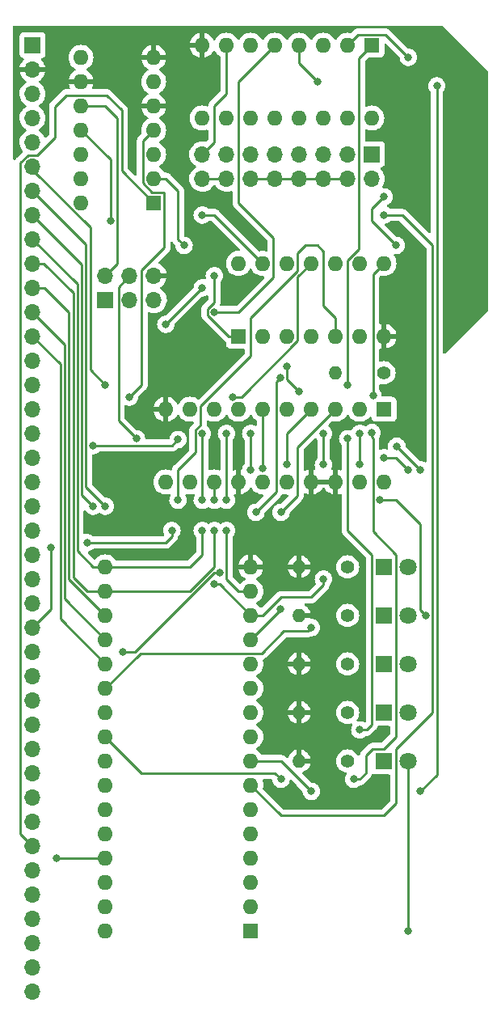
<source format=gbl>
G04 #@! TF.GenerationSoftware,KiCad,Pcbnew,6.0.2+dfsg-1*
G04 #@! TF.CreationDate,2023-09-16T22:11:41+01:00*
G04 #@! TF.ProjectId,Banked_RAM_Higher,42616e6b-6564-45f5-9241-4d5f48696768,rev?*
G04 #@! TF.SameCoordinates,Original*
G04 #@! TF.FileFunction,Copper,L2,Bot*
G04 #@! TF.FilePolarity,Positive*
%FSLAX46Y46*%
G04 Gerber Fmt 4.6, Leading zero omitted, Abs format (unit mm)*
G04 Created by KiCad (PCBNEW 6.0.2+dfsg-1) date 2023-09-16 22:11:41*
%MOMM*%
%LPD*%
G01*
G04 APERTURE LIST*
G04 #@! TA.AperFunction,ComponentPad*
%ADD10C,1.400000*%
G04 #@! TD*
G04 #@! TA.AperFunction,ComponentPad*
%ADD11O,1.400000X1.400000*%
G04 #@! TD*
G04 #@! TA.AperFunction,ComponentPad*
%ADD12R,1.700000X1.700000*%
G04 #@! TD*
G04 #@! TA.AperFunction,ComponentPad*
%ADD13O,1.700000X1.700000*%
G04 #@! TD*
G04 #@! TA.AperFunction,ComponentPad*
%ADD14R,1.800000X1.800000*%
G04 #@! TD*
G04 #@! TA.AperFunction,ComponentPad*
%ADD15C,1.800000*%
G04 #@! TD*
G04 #@! TA.AperFunction,ComponentPad*
%ADD16R,1.600000X1.600000*%
G04 #@! TD*
G04 #@! TA.AperFunction,ComponentPad*
%ADD17O,1.600000X1.600000*%
G04 #@! TD*
G04 #@! TA.AperFunction,ViaPad*
%ADD18C,0.800000*%
G04 #@! TD*
G04 #@! TA.AperFunction,Conductor*
%ADD19C,0.250000*%
G04 #@! TD*
G04 APERTURE END LIST*
D10*
X124460000Y-95250000D03*
D11*
X119380000Y-95250000D03*
D12*
X99075000Y-67315000D03*
D13*
X99075000Y-64775000D03*
X101615000Y-67315000D03*
X101615000Y-64775000D03*
X104155000Y-67315000D03*
X104155000Y-64775000D03*
D14*
X128270000Y-95250000D03*
D15*
X130810000Y-95250000D03*
D12*
X91440000Y-40640000D03*
D13*
X91440000Y-43180000D03*
X91440000Y-45720000D03*
X91440000Y-48260000D03*
X91440000Y-50800000D03*
X91440000Y-53340000D03*
X91440000Y-55880000D03*
X91440000Y-58420000D03*
X91440000Y-60960000D03*
X91440000Y-63500000D03*
X91440000Y-66040000D03*
X91440000Y-68580000D03*
X91440000Y-71120000D03*
X91440000Y-73660000D03*
X91440000Y-76200000D03*
X91440000Y-78740000D03*
X91440000Y-81280000D03*
X91440000Y-83820000D03*
X91440000Y-86360000D03*
X91440000Y-88900000D03*
X91440000Y-91440000D03*
X91440000Y-93980000D03*
X91440000Y-96520000D03*
X91440000Y-99060000D03*
X91440000Y-101600000D03*
X91440000Y-104140000D03*
X91440000Y-106680000D03*
X91440000Y-109220000D03*
X91440000Y-111760000D03*
X91440000Y-114300000D03*
X91440000Y-116840000D03*
X91440000Y-119380000D03*
X91440000Y-121920000D03*
X91440000Y-124460000D03*
X91440000Y-127000000D03*
X91440000Y-129540000D03*
X91440000Y-132080000D03*
X91440000Y-134620000D03*
X91440000Y-137160000D03*
X91440000Y-139700000D03*
D12*
X127000000Y-52070000D03*
D13*
X127000000Y-54610000D03*
X124460000Y-52070000D03*
X124460000Y-54610000D03*
X121920000Y-52070000D03*
X121920000Y-54610000D03*
X119380000Y-52070000D03*
X119380000Y-54610000D03*
X116840000Y-52070000D03*
X116840000Y-54610000D03*
X114300000Y-52070000D03*
X114300000Y-54610000D03*
X111760000Y-52070000D03*
X111760000Y-54610000D03*
X109220000Y-52070000D03*
X109220000Y-54610000D03*
D16*
X113025000Y-71110000D03*
D17*
X115565000Y-71110000D03*
X118105000Y-71110000D03*
X120645000Y-71110000D03*
X123185000Y-71110000D03*
X125725000Y-71110000D03*
X128265000Y-71110000D03*
X128265000Y-63490000D03*
X125725000Y-63490000D03*
X123185000Y-63490000D03*
X120645000Y-63490000D03*
X118105000Y-63490000D03*
X115565000Y-63490000D03*
X113025000Y-63490000D03*
D16*
X104130000Y-57155000D03*
D17*
X104130000Y-54615000D03*
X104130000Y-52075000D03*
X104130000Y-49535000D03*
X104130000Y-46995000D03*
X104130000Y-44455000D03*
X104130000Y-41915000D03*
X96510000Y-41915000D03*
X96510000Y-44455000D03*
X96510000Y-46995000D03*
X96510000Y-49535000D03*
X96510000Y-52075000D03*
X96510000Y-54615000D03*
X96510000Y-57155000D03*
D16*
X126985000Y-40650000D03*
D17*
X124445000Y-40650000D03*
X121905000Y-40650000D03*
X119365000Y-40650000D03*
X116825000Y-40650000D03*
X114285000Y-40650000D03*
X111745000Y-40650000D03*
X109205000Y-40650000D03*
X109205000Y-48270000D03*
X111745000Y-48270000D03*
X114285000Y-48270000D03*
X116825000Y-48270000D03*
X119365000Y-48270000D03*
X121905000Y-48270000D03*
X124445000Y-48270000D03*
X126985000Y-48270000D03*
D16*
X114305000Y-133350000D03*
D17*
X114305000Y-130810000D03*
X114305000Y-128270000D03*
X114305000Y-125730000D03*
X114305000Y-123190000D03*
X114305000Y-120650000D03*
X114305000Y-118110000D03*
X114305000Y-115570000D03*
X114305000Y-113030000D03*
X114305000Y-110490000D03*
X114305000Y-107950000D03*
X114305000Y-105410000D03*
X114305000Y-102870000D03*
X114305000Y-100330000D03*
X114305000Y-97790000D03*
X114305000Y-95250000D03*
X99065000Y-95250000D03*
X99065000Y-97790000D03*
X99065000Y-100330000D03*
X99065000Y-102870000D03*
X99065000Y-105410000D03*
X99065000Y-107950000D03*
X99065000Y-110490000D03*
X99065000Y-113030000D03*
X99065000Y-115570000D03*
X99065000Y-118110000D03*
X99065000Y-120650000D03*
X99065000Y-123190000D03*
X99065000Y-125730000D03*
X99065000Y-128270000D03*
X99065000Y-130810000D03*
X99065000Y-133350000D03*
D14*
X128270000Y-105410000D03*
D15*
X130810000Y-105410000D03*
D10*
X124460000Y-105410000D03*
D11*
X119380000Y-105410000D03*
D10*
X124460000Y-115570000D03*
D11*
X119380000Y-115570000D03*
D16*
X128265000Y-78750000D03*
D17*
X125725000Y-78750000D03*
X123185000Y-78750000D03*
X120645000Y-78750000D03*
X118105000Y-78750000D03*
X115565000Y-78750000D03*
X113025000Y-78750000D03*
X110485000Y-78750000D03*
X107945000Y-78750000D03*
X105405000Y-78750000D03*
X105405000Y-86370000D03*
X107945000Y-86370000D03*
X110485000Y-86370000D03*
X113025000Y-86370000D03*
X115565000Y-86370000D03*
X118105000Y-86370000D03*
X120645000Y-86370000D03*
X123185000Y-86370000D03*
X125725000Y-86370000D03*
X128265000Y-86370000D03*
D10*
X124460000Y-100330000D03*
D11*
X119380000Y-100330000D03*
D10*
X128270000Y-74930000D03*
D11*
X123190000Y-74930000D03*
D14*
X128270000Y-110490000D03*
D15*
X130810000Y-110490000D03*
D14*
X128270000Y-100330000D03*
D15*
X130810000Y-100330000D03*
D14*
X128270000Y-115570000D03*
D15*
X130810000Y-115570000D03*
D10*
X124460000Y-110490000D03*
D11*
X119380000Y-110490000D03*
D18*
X132625500Y-100330000D03*
X127864989Y-88265000D03*
X125730000Y-84544500D03*
X125730000Y-81280000D03*
X124460000Y-76200000D03*
X124460000Y-81825500D03*
X127000000Y-81190500D03*
X127122701Y-77347299D03*
X129603394Y-82613597D03*
X128270000Y-83820000D03*
X129540000Y-61595000D03*
X128270000Y-56515000D03*
X121285000Y-44450000D03*
X117385500Y-75457931D03*
X111035500Y-95885000D03*
X114845500Y-89535000D03*
X100932851Y-104172149D03*
X99605500Y-59055000D03*
X107315000Y-61595000D03*
X110490000Y-64770000D03*
X130810000Y-41910000D03*
X133799520Y-44899520D03*
X128270000Y-58420000D03*
X120650000Y-118745000D03*
X132080000Y-118745000D03*
X111760000Y-91440000D03*
X111760000Y-88265000D03*
X110490000Y-91440000D03*
X110485000Y-88270000D03*
X109220000Y-91440000D03*
X109220000Y-88265000D03*
X106680000Y-88265000D03*
X106045000Y-91440000D03*
X97155000Y-92710000D03*
X93345000Y-93255500D03*
X117475000Y-117475000D03*
X125095000Y-117475000D03*
X125730000Y-112305500D03*
X120650000Y-101600000D03*
X121920000Y-96520000D03*
X118110000Y-84544500D03*
X117414011Y-99695000D03*
X117475000Y-89535000D03*
X109220000Y-81280000D03*
X112395000Y-77470000D03*
X106680000Y-81919282D03*
X111760000Y-81280000D03*
X114300000Y-81280000D03*
X102324500Y-81825500D03*
X101600000Y-77470000D03*
X121920000Y-84544500D03*
X121920000Y-81280000D03*
X118110000Y-74295000D03*
X119380000Y-76924500D03*
X93980000Y-125730000D03*
X97790000Y-82550000D03*
X110490000Y-68580000D03*
X109220000Y-58420000D03*
X109220000Y-66040000D03*
X105410000Y-69850000D03*
X99060000Y-76200000D03*
X110490000Y-97065500D03*
X99060000Y-88900000D03*
X97790000Y-88900000D03*
X130810000Y-133350000D03*
X132080000Y-85090000D03*
X130810000Y-85090000D03*
X114300000Y-85090000D03*
X115570467Y-84970508D03*
D19*
X120015000Y-61595000D02*
X121285000Y-61595000D01*
X119229511Y-64269771D02*
X119229511Y-62380489D01*
X108495489Y-80979897D02*
X109069511Y-80405875D01*
X121920000Y-67945000D02*
X123185000Y-69210000D01*
X114300000Y-73194211D02*
X114300000Y-69199282D01*
X121920000Y-62230000D02*
X121920000Y-67945000D01*
X121285000Y-61595000D02*
X121920000Y-62230000D01*
X106680000Y-85090000D02*
X108495489Y-83274511D01*
X114300000Y-69199282D02*
X119229511Y-64269771D01*
X109069511Y-78424700D02*
X114300000Y-73194211D01*
X119229511Y-62380489D02*
X120015000Y-61595000D01*
X109069511Y-80405875D02*
X109069511Y-78424700D01*
X108495489Y-83274511D02*
X108495489Y-80979897D01*
X106680000Y-88265000D02*
X106680000Y-85090000D01*
X123185000Y-69210000D02*
X123185000Y-71110000D01*
X119365000Y-42530000D02*
X119365000Y-40650000D01*
X132080000Y-99784500D02*
X132080000Y-90805000D01*
X132625500Y-100330000D02*
X132080000Y-99784500D01*
X132080000Y-90805000D02*
X129540000Y-88265000D01*
X129540000Y-88265000D02*
X127864989Y-88265000D01*
X125730000Y-81280000D02*
X125730000Y-84544500D01*
X124460000Y-81915000D02*
X124460000Y-81825500D01*
X127000000Y-81634022D02*
X127000000Y-81190500D01*
X127140489Y-81774511D02*
X127000000Y-81634022D01*
X127140489Y-64614511D02*
X127140489Y-77329511D01*
X127140489Y-81774511D02*
X127140489Y-91580489D01*
X124460000Y-63164700D02*
X124460000Y-76200000D01*
X124460000Y-81915000D02*
X124460000Y-91440000D01*
X129540000Y-61595000D02*
X127000000Y-59055000D01*
X127000000Y-59055000D02*
X127000000Y-57785000D01*
X127000000Y-57785000D02*
X128270000Y-56515000D01*
X121285000Y-44450000D02*
X119365000Y-42530000D01*
X116980489Y-75862942D02*
X117385500Y-75457931D01*
X116980489Y-81755789D02*
X116980489Y-75862942D01*
X116980489Y-87400011D02*
X116980489Y-81755789D01*
X110490718Y-95885000D02*
X111035500Y-95885000D01*
X102203569Y-104172149D02*
X110490718Y-95885000D01*
X100932851Y-104172149D02*
X102203569Y-104172149D01*
X114845500Y-89535000D02*
X116980489Y-87400011D01*
X99605500Y-52630500D02*
X99605500Y-59055000D01*
X96510000Y-49535000D02*
X99605500Y-52630500D01*
X96510000Y-46995000D02*
X99065000Y-46995000D01*
X99065000Y-46995000D02*
X100330000Y-48260000D01*
X100330000Y-48260000D02*
X100330000Y-63520000D01*
X100330000Y-63520000D02*
X99075000Y-64775000D01*
X102324500Y-81825500D02*
X100440489Y-79941489D01*
X100440489Y-65949511D02*
X101615000Y-64775000D01*
X100440489Y-79941489D02*
X100440489Y-65949511D01*
X106680000Y-60960000D02*
X107315000Y-61595000D01*
X128425489Y-39525489D02*
X130810000Y-41910000D01*
X132080000Y-118745000D02*
X133799520Y-117025480D01*
X133799520Y-117025480D02*
X133799520Y-44899520D01*
X128425489Y-39525489D02*
X125569511Y-39525489D01*
X125569511Y-39525489D02*
X124445000Y-40650000D01*
X128270000Y-58420000D02*
X130175000Y-58420000D01*
X130175000Y-58420000D02*
X133350000Y-61595000D01*
X133350000Y-61595000D02*
X133350000Y-110490000D01*
X133350000Y-110490000D02*
X129540000Y-114300000D01*
X129540000Y-114300000D02*
X129540000Y-120015000D01*
X129540000Y-120015000D02*
X128270000Y-121285000D01*
X128270000Y-121285000D02*
X117480000Y-121285000D01*
X117480000Y-121285000D02*
X114305000Y-118110000D01*
X117475000Y-115570000D02*
X114305000Y-115570000D01*
X120650000Y-118745000D02*
X117475000Y-115570000D01*
X110485000Y-91445000D02*
X110490000Y-91440000D01*
X111760000Y-91440000D02*
X111760000Y-96520000D01*
X111760000Y-81280000D02*
X111760000Y-88265000D01*
X110485000Y-91445000D02*
X110485000Y-95255000D01*
X110485000Y-86370000D02*
X110485000Y-88270000D01*
X109220000Y-93980000D02*
X109220000Y-91440000D01*
X109220000Y-88265000D02*
X109220000Y-81280000D01*
X105410000Y-92710000D02*
X106045000Y-92075000D01*
X106045000Y-92075000D02*
X106045000Y-91440000D01*
X105410000Y-92710000D02*
X97155000Y-92710000D01*
X93345000Y-93255500D02*
X93345000Y-99695000D01*
X93345000Y-99695000D02*
X91440000Y-101600000D01*
X111760000Y-54610000D02*
X109220000Y-54610000D01*
X114300000Y-54610000D02*
X116840000Y-54610000D01*
X116840000Y-54610000D02*
X113665000Y-54610000D01*
X116840000Y-54610000D02*
X119380000Y-54610000D01*
X121920000Y-54610000D02*
X119380000Y-54610000D01*
X124460000Y-54610000D02*
X121920000Y-54610000D01*
X102875000Y-116840000D02*
X99065000Y-113030000D01*
X126365000Y-115025978D02*
X126365000Y-116840000D01*
X126365000Y-116840000D02*
X125730000Y-117475000D01*
X128270000Y-114300000D02*
X127090978Y-114300000D01*
X127090978Y-114300000D02*
X126365000Y-115025978D01*
X116840000Y-116840000D02*
X102875000Y-116840000D01*
X125730000Y-117475000D02*
X125095000Y-117475000D01*
X117475000Y-117475000D02*
X116840000Y-116840000D01*
X126454500Y-112305500D02*
X125730000Y-112305500D01*
X127000000Y-111760000D02*
X126454500Y-112305500D01*
X120279040Y-101970960D02*
X120650000Y-101600000D01*
X119187918Y-101970960D02*
X120279040Y-101970960D01*
X117739040Y-101970960D02*
X119187918Y-101970960D01*
X120645000Y-78750000D02*
X118110000Y-81285000D01*
X118110000Y-81285000D02*
X118110000Y-84544500D01*
X121920000Y-97155000D02*
X121920000Y-96520000D01*
X117475000Y-98425000D02*
X120650000Y-98425000D01*
X116840000Y-99060000D02*
X117475000Y-98425000D01*
X120650000Y-98425000D02*
X121920000Y-97155000D01*
X117160000Y-99949011D02*
X117160000Y-100015000D01*
X117160000Y-100015000D02*
X114305000Y-102870000D01*
X119229511Y-82705489D02*
X119229511Y-86844511D01*
X119229511Y-87780489D02*
X117475000Y-89535000D01*
X119229511Y-86844511D02*
X119229511Y-87780489D01*
X117289520Y-99885480D02*
X117160000Y-100015000D01*
X117414011Y-99695000D02*
X117160000Y-99949011D01*
X113335300Y-77470000D02*
X112395000Y-77470000D01*
X119229511Y-71575789D02*
X113500150Y-77305150D01*
X113500150Y-77305150D02*
X113335300Y-77470000D01*
X114300000Y-85090000D02*
X114300000Y-81280000D01*
X104130000Y-49535000D02*
X103005489Y-50659511D01*
X105254511Y-56030489D02*
X105254511Y-61823501D01*
X103005489Y-50659511D02*
X103005489Y-55080789D01*
X103005489Y-55080789D02*
X103955189Y-56030489D01*
X103955189Y-56030489D02*
X105254511Y-56030489D01*
X105254511Y-61823501D02*
X102870000Y-64208012D01*
X102870000Y-64208012D02*
X102870000Y-76200000D01*
X102870000Y-76200000D02*
X101600000Y-77470000D01*
X121920000Y-84544500D02*
X121920000Y-81280000D01*
X119380000Y-76924500D02*
X118110000Y-75654500D01*
X118110000Y-75654500D02*
X118110000Y-74295000D01*
X102729511Y-104285489D02*
X115424511Y-104285489D01*
X99065000Y-107950000D02*
X102729511Y-104285489D01*
X115424511Y-104285489D02*
X117739040Y-101970960D01*
X129540000Y-113030000D02*
X128270000Y-114300000D01*
X128265000Y-63490000D02*
X127140489Y-64614511D01*
X127140489Y-91580489D02*
X129540000Y-93980000D01*
X129540000Y-93980000D02*
X129540000Y-113030000D01*
X106680000Y-60960000D02*
X106680000Y-55880000D01*
X110490000Y-67555386D02*
X110490000Y-64770000D01*
X113025000Y-71110000D02*
X111975000Y-71110000D01*
X111975000Y-71110000D02*
X109765489Y-68900489D01*
X109765489Y-68900489D02*
X109765489Y-68279897D01*
X109765489Y-68279897D02*
X110490000Y-67555386D01*
X106680000Y-55880000D02*
X105415000Y-54615000D01*
X105415000Y-54615000D02*
X104130000Y-54615000D01*
X106680000Y-81919282D02*
X106049282Y-82550000D01*
X106049282Y-82550000D02*
X97790000Y-82550000D01*
X93980000Y-125730000D02*
X99065000Y-125730000D01*
X120645000Y-63490000D02*
X119229511Y-64905489D01*
X119229511Y-64905489D02*
X119229511Y-71575789D01*
X104130000Y-57155000D02*
X100779520Y-53804520D01*
X100779520Y-53804520D02*
X100779520Y-47439520D01*
X95004022Y-45870489D02*
X93789022Y-47085489D01*
X100779520Y-47439520D02*
X99210489Y-45870489D01*
X99210489Y-45870489D02*
X95004022Y-45870489D01*
X93789022Y-50302966D02*
X91926499Y-52165489D01*
X91926499Y-52165489D02*
X90953501Y-52165489D01*
X90953501Y-52165489D02*
X90170000Y-52948990D01*
X93789022Y-47085489D02*
X93789022Y-50302966D01*
X90170000Y-52948990D02*
X90170000Y-123190000D01*
X90170000Y-123190000D02*
X91440000Y-124460000D01*
X110490000Y-68580000D02*
X113030000Y-68580000D01*
X116689511Y-60809511D02*
X113030000Y-57150000D01*
X113030000Y-68580000D02*
X116689511Y-64920489D01*
X116689511Y-64920489D02*
X116689511Y-60809511D01*
X113030000Y-57150000D02*
X113030000Y-44445000D01*
X113030000Y-44445000D02*
X116825000Y-40650000D01*
X109220000Y-58420000D02*
X110495000Y-58420000D01*
X110495000Y-58420000D02*
X115565000Y-63490000D01*
X127000000Y-93980000D02*
X127000000Y-111760000D01*
X125634511Y-61990189D02*
X124460000Y-63164700D01*
X125634511Y-42000489D02*
X125634511Y-61990189D01*
X126985000Y-40650000D02*
X125634511Y-42000489D01*
X124460000Y-91440000D02*
X127000000Y-93980000D01*
X111745000Y-45735000D02*
X110490000Y-46990000D01*
X111745000Y-40650000D02*
X111745000Y-45735000D01*
X110490000Y-46990000D02*
X110490000Y-50800000D01*
X110490000Y-50800000D02*
X109220000Y-52070000D01*
X105410000Y-69850000D02*
X109220000Y-66040000D01*
X97497600Y-59732900D02*
X97497600Y-74637600D01*
X97497600Y-74637600D02*
X99060000Y-76200000D01*
X91440000Y-53340000D02*
X91440000Y-53675300D01*
X91440000Y-53675300D02*
X97497600Y-59732900D01*
X91440000Y-55880000D02*
X97048080Y-61488080D01*
X97048080Y-61488080D02*
X97048080Y-86888080D01*
X97048080Y-86888080D02*
X99060000Y-88900000D01*
X110490000Y-97065500D02*
X111040500Y-97065500D01*
X111040500Y-97065500D02*
X114305000Y-100330000D01*
X96598560Y-87708560D02*
X97790000Y-88900000D01*
X91440000Y-58420000D02*
X96520000Y-63500000D01*
X96598560Y-86360000D02*
X96598560Y-87708560D01*
X96520000Y-63500000D02*
X96598560Y-63578560D01*
X96598560Y-63578560D02*
X96598560Y-86360000D01*
X91440000Y-60960000D02*
X96149040Y-65669040D01*
X96149040Y-65669040D02*
X96149040Y-93609040D01*
X96149040Y-93609040D02*
X97790000Y-95250000D01*
X97790000Y-95250000D02*
X99065000Y-95250000D01*
X95699520Y-66557439D02*
X95699520Y-96328802D01*
X91440000Y-63500000D02*
X92642081Y-63500000D01*
X92642081Y-63500000D02*
X95699520Y-66557439D01*
X95699520Y-96328802D02*
X97160718Y-97790000D01*
X97160718Y-97790000D02*
X99065000Y-97790000D01*
X130810000Y-133350000D02*
X130810000Y-115570000D01*
X129603597Y-82613597D02*
X129603394Y-82613597D01*
X132080000Y-85090000D02*
X129603597Y-82613597D01*
X130810000Y-85090000D02*
X129540000Y-83820000D01*
X129540000Y-83820000D02*
X128270000Y-83820000D01*
X115565000Y-84965041D02*
X115565000Y-78750000D01*
X115570467Y-84970508D02*
X115565000Y-84965041D01*
X123185000Y-78750000D02*
X119229511Y-82705489D01*
X115570000Y-100330000D02*
X114305000Y-100330000D01*
X116840000Y-99060000D02*
X115570000Y-100330000D01*
X111760000Y-96520000D02*
X113030000Y-97790000D01*
X113030000Y-97790000D02*
X114305000Y-97790000D01*
X109220000Y-93980000D02*
X107950000Y-95250000D01*
X107950000Y-95250000D02*
X99065000Y-95250000D01*
X110485000Y-95255000D02*
X107950000Y-97790000D01*
X107950000Y-97790000D02*
X99065000Y-97790000D01*
X91440000Y-71120000D02*
X94350960Y-74030960D01*
X94350960Y-74030960D02*
X94350960Y-100695960D01*
X94350960Y-100695960D02*
X99065000Y-105410000D01*
X91440000Y-68580000D02*
X94800480Y-71940480D01*
X94800480Y-71940480D02*
X94800480Y-98605480D01*
X94800480Y-98605480D02*
X99065000Y-102870000D01*
X99065000Y-100330000D02*
X95250000Y-96515000D01*
X95250000Y-96515000D02*
X95250000Y-68580000D01*
X92710000Y-66040000D02*
X91440000Y-66040000D01*
X95250000Y-68580000D02*
X92710000Y-66040000D01*
G04 #@! TA.AperFunction,Conductor*
G36*
X134425511Y-38628002D02*
G01*
X134446485Y-38644905D01*
X139155095Y-43353515D01*
X139189121Y-43415827D01*
X139192000Y-43442610D01*
X139192000Y-68317390D01*
X139171998Y-68385511D01*
X139155095Y-68406485D01*
X134648115Y-72913465D01*
X134585803Y-72947491D01*
X134514988Y-72942426D01*
X134458152Y-72899879D01*
X134433341Y-72833359D01*
X134433020Y-72824370D01*
X134433020Y-45602044D01*
X134453022Y-45533923D01*
X134465378Y-45517741D01*
X134538560Y-45436464D01*
X134602492Y-45325731D01*
X134630743Y-45276799D01*
X134630744Y-45276798D01*
X134634047Y-45271076D01*
X134693062Y-45089448D01*
X134703836Y-44986944D01*
X134712334Y-44906085D01*
X134713024Y-44899520D01*
X134704169Y-44815271D01*
X134693752Y-44716155D01*
X134693752Y-44716153D01*
X134693062Y-44709592D01*
X134634047Y-44527964D01*
X134538560Y-44362576D01*
X134452175Y-44266635D01*
X134415195Y-44225565D01*
X134415194Y-44225564D01*
X134410773Y-44220654D01*
X134256272Y-44108402D01*
X134250244Y-44105718D01*
X134250242Y-44105717D01*
X134087839Y-44033411D01*
X134087838Y-44033411D01*
X134081808Y-44030726D01*
X133964339Y-44005757D01*
X133901464Y-43992392D01*
X133901459Y-43992392D01*
X133895007Y-43991020D01*
X133704033Y-43991020D01*
X133697581Y-43992392D01*
X133697576Y-43992392D01*
X133634701Y-44005757D01*
X133517232Y-44030726D01*
X133511202Y-44033411D01*
X133511201Y-44033411D01*
X133348798Y-44105717D01*
X133348796Y-44105718D01*
X133342768Y-44108402D01*
X133188267Y-44220654D01*
X133183846Y-44225564D01*
X133183845Y-44225565D01*
X133146866Y-44266635D01*
X133060480Y-44362576D01*
X132964993Y-44527964D01*
X132905978Y-44709592D01*
X132905288Y-44716153D01*
X132905288Y-44716155D01*
X132894871Y-44815271D01*
X132886016Y-44899520D01*
X132886706Y-44906085D01*
X132895205Y-44986944D01*
X132905978Y-45089448D01*
X132964993Y-45271076D01*
X132968296Y-45276798D01*
X132968297Y-45276799D01*
X132996548Y-45325731D01*
X133060480Y-45436464D01*
X133133657Y-45517735D01*
X133164373Y-45581741D01*
X133166020Y-45602044D01*
X133166020Y-60210926D01*
X133146018Y-60279047D01*
X133092362Y-60325540D01*
X133022088Y-60335644D01*
X132957508Y-60306150D01*
X132950925Y-60300021D01*
X131918507Y-59267602D01*
X130678652Y-58027747D01*
X130671112Y-58019461D01*
X130667000Y-58012982D01*
X130617348Y-57966356D01*
X130614507Y-57963602D01*
X130594770Y-57943865D01*
X130591573Y-57941385D01*
X130582551Y-57933680D01*
X130556100Y-57908841D01*
X130550321Y-57903414D01*
X130543375Y-57899595D01*
X130543372Y-57899593D01*
X130532566Y-57893652D01*
X130516047Y-57882801D01*
X130510048Y-57878148D01*
X130500041Y-57870386D01*
X130492772Y-57867241D01*
X130492768Y-57867238D01*
X130459463Y-57852826D01*
X130448813Y-57847609D01*
X130410060Y-57826305D01*
X130390437Y-57821267D01*
X130371734Y-57814863D01*
X130360420Y-57809967D01*
X130360419Y-57809967D01*
X130353145Y-57806819D01*
X130345322Y-57805580D01*
X130345312Y-57805577D01*
X130309476Y-57799901D01*
X130297856Y-57797495D01*
X130262711Y-57788472D01*
X130262710Y-57788472D01*
X130255030Y-57786500D01*
X130234776Y-57786500D01*
X130215065Y-57784949D01*
X130202886Y-57783020D01*
X130195057Y-57781780D01*
X130187165Y-57782526D01*
X130151039Y-57785941D01*
X130139181Y-57786500D01*
X128978200Y-57786500D01*
X128910079Y-57766498D01*
X128890853Y-57750157D01*
X128890580Y-57750460D01*
X128885668Y-57746037D01*
X128881253Y-57741134D01*
X128726752Y-57628882D01*
X128720724Y-57626198D01*
X128720722Y-57626197D01*
X128622816Y-57582607D01*
X128568721Y-57536627D01*
X128548071Y-57468700D01*
X128567423Y-57400392D01*
X128622816Y-57352393D01*
X128628389Y-57349912D01*
X128704175Y-57316170D01*
X128720722Y-57308803D01*
X128720724Y-57308802D01*
X128726752Y-57306118D01*
X128744808Y-57293000D01*
X128864966Y-57205699D01*
X128881253Y-57193866D01*
X128888433Y-57185892D01*
X129004621Y-57056852D01*
X129004622Y-57056851D01*
X129009040Y-57051944D01*
X129082620Y-56924500D01*
X129101223Y-56892279D01*
X129101224Y-56892278D01*
X129104527Y-56886556D01*
X129163542Y-56704928D01*
X129183504Y-56515000D01*
X129180907Y-56490292D01*
X129164232Y-56331635D01*
X129164232Y-56331633D01*
X129163542Y-56325072D01*
X129104527Y-56143444D01*
X129070570Y-56084628D01*
X129024128Y-56004189D01*
X129009040Y-55978056D01*
X128985830Y-55952278D01*
X128885675Y-55841045D01*
X128885674Y-55841044D01*
X128881253Y-55836134D01*
X128750734Y-55741306D01*
X128732094Y-55727763D01*
X128732093Y-55727762D01*
X128726752Y-55723882D01*
X128720724Y-55721198D01*
X128720722Y-55721197D01*
X128558319Y-55648891D01*
X128558318Y-55648891D01*
X128552288Y-55646206D01*
X128449497Y-55624357D01*
X128371944Y-55607872D01*
X128371939Y-55607872D01*
X128365487Y-55606500D01*
X128202586Y-55606500D01*
X128134465Y-55586498D01*
X128087972Y-55532842D01*
X128077868Y-55462568D01*
X128100263Y-55406974D01*
X128165435Y-55316277D01*
X128168453Y-55312077D01*
X128186157Y-55276257D01*
X128265136Y-55116453D01*
X128265137Y-55116451D01*
X128267430Y-55111811D01*
X128332370Y-54898069D01*
X128361529Y-54676590D01*
X128363156Y-54610000D01*
X128344852Y-54387361D01*
X128290431Y-54170702D01*
X128201354Y-53965840D01*
X128080014Y-53778277D01*
X128076532Y-53774450D01*
X127932798Y-53616488D01*
X127901746Y-53552642D01*
X127910141Y-53482143D01*
X127955317Y-53427375D01*
X127981761Y-53413706D01*
X128088297Y-53373767D01*
X128096705Y-53370615D01*
X128213261Y-53283261D01*
X128300615Y-53166705D01*
X128351745Y-53030316D01*
X128358500Y-52968134D01*
X128358500Y-51171866D01*
X128351745Y-51109684D01*
X128300615Y-50973295D01*
X128213261Y-50856739D01*
X128096705Y-50769385D01*
X127960316Y-50718255D01*
X127898134Y-50711500D01*
X126394011Y-50711500D01*
X126325890Y-50691498D01*
X126279397Y-50637842D01*
X126268011Y-50585500D01*
X126268011Y-49577213D01*
X126288013Y-49509092D01*
X126341669Y-49462599D01*
X126411943Y-49452495D01*
X126447261Y-49463018D01*
X126530774Y-49501961D01*
X126530780Y-49501963D01*
X126535757Y-49504284D01*
X126541065Y-49505706D01*
X126541067Y-49505707D01*
X126751598Y-49562119D01*
X126751600Y-49562119D01*
X126756913Y-49563543D01*
X126985000Y-49583498D01*
X127213087Y-49563543D01*
X127218400Y-49562119D01*
X127218402Y-49562119D01*
X127428933Y-49505707D01*
X127428935Y-49505706D01*
X127434243Y-49504284D01*
X127451352Y-49496306D01*
X127636762Y-49409849D01*
X127636767Y-49409846D01*
X127641749Y-49407523D01*
X127746611Y-49334098D01*
X127824789Y-49279357D01*
X127824792Y-49279355D01*
X127829300Y-49276198D01*
X127991198Y-49114300D01*
X128022925Y-49068990D01*
X128119366Y-48931257D01*
X128122523Y-48926749D01*
X128124846Y-48921767D01*
X128124849Y-48921762D01*
X128216961Y-48724225D01*
X128216961Y-48724224D01*
X128219284Y-48719243D01*
X128225724Y-48695211D01*
X128277119Y-48503402D01*
X128277119Y-48503400D01*
X128278543Y-48498087D01*
X128298498Y-48270000D01*
X128278543Y-48041913D01*
X128277119Y-48036598D01*
X128220707Y-47826067D01*
X128220706Y-47826065D01*
X128219284Y-47820757D01*
X128204618Y-47789305D01*
X128124849Y-47618238D01*
X128124846Y-47618233D01*
X128122523Y-47613251D01*
X128037401Y-47491684D01*
X127994357Y-47430211D01*
X127994355Y-47430208D01*
X127991198Y-47425700D01*
X127829300Y-47263802D01*
X127824792Y-47260645D01*
X127824789Y-47260643D01*
X127746611Y-47205902D01*
X127641749Y-47132477D01*
X127636767Y-47130154D01*
X127636762Y-47130151D01*
X127439225Y-47038039D01*
X127439224Y-47038039D01*
X127434243Y-47035716D01*
X127428935Y-47034294D01*
X127428933Y-47034293D01*
X127218402Y-46977881D01*
X127218400Y-46977881D01*
X127213087Y-46976457D01*
X126985000Y-46956502D01*
X126756913Y-46976457D01*
X126751600Y-46977881D01*
X126751598Y-46977881D01*
X126541067Y-47034293D01*
X126541065Y-47034294D01*
X126535757Y-47035716D01*
X126530780Y-47038037D01*
X126530774Y-47038039D01*
X126447261Y-47076982D01*
X126377069Y-47087643D01*
X126312256Y-47058663D01*
X126273400Y-46999243D01*
X126268011Y-46962787D01*
X126268011Y-42315083D01*
X126288013Y-42246962D01*
X126304916Y-42225988D01*
X126535499Y-41995405D01*
X126597811Y-41961379D01*
X126624594Y-41958500D01*
X127833134Y-41958500D01*
X127895316Y-41951745D01*
X128031705Y-41900615D01*
X128148261Y-41813261D01*
X128235615Y-41696705D01*
X128286745Y-41560316D01*
X128293500Y-41498134D01*
X128293500Y-40593594D01*
X128313502Y-40525473D01*
X128367158Y-40478980D01*
X128437432Y-40468876D01*
X128502012Y-40498370D01*
X128508593Y-40504497D01*
X129198300Y-41194205D01*
X129862878Y-41858783D01*
X129896904Y-41921095D01*
X129899093Y-41934706D01*
X129902119Y-41963498D01*
X129911456Y-42052333D01*
X129916458Y-42099928D01*
X129975473Y-42281556D01*
X129978776Y-42287278D01*
X129978777Y-42287279D01*
X130011962Y-42344757D01*
X130070960Y-42446944D01*
X130075378Y-42451851D01*
X130075379Y-42451852D01*
X130091638Y-42469909D01*
X130198747Y-42588866D01*
X130244311Y-42621970D01*
X130346438Y-42696170D01*
X130353248Y-42701118D01*
X130359276Y-42703802D01*
X130359278Y-42703803D01*
X130491957Y-42762875D01*
X130527712Y-42778794D01*
X130621113Y-42798647D01*
X130708056Y-42817128D01*
X130708061Y-42817128D01*
X130714513Y-42818500D01*
X130905487Y-42818500D01*
X130911939Y-42817128D01*
X130911944Y-42817128D01*
X130998887Y-42798647D01*
X131092288Y-42778794D01*
X131128043Y-42762875D01*
X131260722Y-42703803D01*
X131260724Y-42703802D01*
X131266752Y-42701118D01*
X131273563Y-42696170D01*
X131375689Y-42621970D01*
X131421253Y-42588866D01*
X131528362Y-42469909D01*
X131544621Y-42451852D01*
X131544622Y-42451851D01*
X131549040Y-42446944D01*
X131608038Y-42344757D01*
X131641223Y-42287279D01*
X131641224Y-42287278D01*
X131644527Y-42281556D01*
X131703542Y-42099928D01*
X131708545Y-42052333D01*
X131722814Y-41916565D01*
X131723504Y-41910000D01*
X131713902Y-41818642D01*
X131704232Y-41726635D01*
X131704232Y-41726633D01*
X131703542Y-41720072D01*
X131644527Y-41538444D01*
X131549040Y-41373056D01*
X131421253Y-41231134D01*
X131266752Y-41118882D01*
X131260724Y-41116198D01*
X131260722Y-41116197D01*
X131098319Y-41043891D01*
X131098318Y-41043891D01*
X131092288Y-41041206D01*
X130998888Y-41021353D01*
X130911944Y-41002872D01*
X130911939Y-41002872D01*
X130905487Y-41001500D01*
X130849594Y-41001500D01*
X130781473Y-40981498D01*
X130760499Y-40964595D01*
X128929141Y-39133236D01*
X128921601Y-39124950D01*
X128917489Y-39118471D01*
X128867837Y-39071845D01*
X128864996Y-39069091D01*
X128845259Y-39049354D01*
X128842062Y-39046874D01*
X128833040Y-39039169D01*
X128819611Y-39026558D01*
X128800810Y-39008903D01*
X128793864Y-39005084D01*
X128793861Y-39005082D01*
X128783055Y-38999141D01*
X128766536Y-38988290D01*
X128766072Y-38987930D01*
X128750530Y-38975875D01*
X128743261Y-38972730D01*
X128743257Y-38972727D01*
X128709952Y-38958315D01*
X128699302Y-38953098D01*
X128660549Y-38931794D01*
X128640926Y-38926756D01*
X128622223Y-38920352D01*
X128610909Y-38915456D01*
X128610908Y-38915456D01*
X128603634Y-38912308D01*
X128595811Y-38911069D01*
X128595801Y-38911066D01*
X128559965Y-38905390D01*
X128548345Y-38902984D01*
X128513200Y-38893961D01*
X128513199Y-38893961D01*
X128505519Y-38891989D01*
X128485265Y-38891989D01*
X128465554Y-38890438D01*
X128453375Y-38888509D01*
X128445546Y-38887269D01*
X128416275Y-38890036D01*
X128401528Y-38891430D01*
X128389670Y-38891989D01*
X125648279Y-38891989D01*
X125637096Y-38891462D01*
X125629603Y-38889787D01*
X125621677Y-38890036D01*
X125621676Y-38890036D01*
X125561513Y-38891927D01*
X125557555Y-38891989D01*
X125529655Y-38891989D01*
X125525665Y-38892493D01*
X125513831Y-38893425D01*
X125469622Y-38894815D01*
X125462008Y-38897027D01*
X125462003Y-38897028D01*
X125450170Y-38900466D01*
X125430807Y-38904477D01*
X125410714Y-38907015D01*
X125403347Y-38909932D01*
X125403342Y-38909933D01*
X125369603Y-38923291D01*
X125358376Y-38927135D01*
X125315918Y-38939471D01*
X125309092Y-38943508D01*
X125298483Y-38949782D01*
X125280735Y-38958477D01*
X125261894Y-38965937D01*
X125255478Y-38970599D01*
X125255477Y-38970599D01*
X125226124Y-38991925D01*
X125216204Y-38998441D01*
X125184976Y-39016909D01*
X125184973Y-39016911D01*
X125178149Y-39020947D01*
X125163828Y-39035268D01*
X125148795Y-39048108D01*
X125132404Y-39060017D01*
X125123728Y-39070505D01*
X125104213Y-39094094D01*
X125096223Y-39102873D01*
X124858248Y-39340848D01*
X124795936Y-39374874D01*
X124736541Y-39373459D01*
X124678409Y-39357882D01*
X124678398Y-39357880D01*
X124673087Y-39356457D01*
X124445000Y-39336502D01*
X124216913Y-39356457D01*
X124211600Y-39357881D01*
X124211598Y-39357881D01*
X124001067Y-39414293D01*
X124001065Y-39414294D01*
X123995757Y-39415716D01*
X123990776Y-39418039D01*
X123990775Y-39418039D01*
X123793238Y-39510151D01*
X123793233Y-39510154D01*
X123788251Y-39512477D01*
X123732231Y-39551703D01*
X123605211Y-39640643D01*
X123605208Y-39640645D01*
X123600700Y-39643802D01*
X123438802Y-39805700D01*
X123307477Y-39993251D01*
X123305154Y-39998233D01*
X123305151Y-39998238D01*
X123289195Y-40032457D01*
X123242278Y-40085742D01*
X123174001Y-40105203D01*
X123106041Y-40084661D01*
X123060805Y-40032457D01*
X123044849Y-39998238D01*
X123044846Y-39998233D01*
X123042523Y-39993251D01*
X122911198Y-39805700D01*
X122749300Y-39643802D01*
X122744792Y-39640645D01*
X122744789Y-39640643D01*
X122617769Y-39551703D01*
X122561749Y-39512477D01*
X122556767Y-39510154D01*
X122556762Y-39510151D01*
X122359225Y-39418039D01*
X122359224Y-39418039D01*
X122354243Y-39415716D01*
X122348935Y-39414294D01*
X122348933Y-39414293D01*
X122138402Y-39357881D01*
X122138400Y-39357881D01*
X122133087Y-39356457D01*
X121905000Y-39336502D01*
X121676913Y-39356457D01*
X121671600Y-39357881D01*
X121671598Y-39357881D01*
X121461067Y-39414293D01*
X121461065Y-39414294D01*
X121455757Y-39415716D01*
X121450776Y-39418039D01*
X121450775Y-39418039D01*
X121253238Y-39510151D01*
X121253233Y-39510154D01*
X121248251Y-39512477D01*
X121192231Y-39551703D01*
X121065211Y-39640643D01*
X121065208Y-39640645D01*
X121060700Y-39643802D01*
X120898802Y-39805700D01*
X120767477Y-39993251D01*
X120765154Y-39998233D01*
X120765151Y-39998238D01*
X120749195Y-40032457D01*
X120702278Y-40085742D01*
X120634001Y-40105203D01*
X120566041Y-40084661D01*
X120520805Y-40032457D01*
X120504849Y-39998238D01*
X120504846Y-39998233D01*
X120502523Y-39993251D01*
X120371198Y-39805700D01*
X120209300Y-39643802D01*
X120204792Y-39640645D01*
X120204789Y-39640643D01*
X120077769Y-39551703D01*
X120021749Y-39512477D01*
X120016767Y-39510154D01*
X120016762Y-39510151D01*
X119819225Y-39418039D01*
X119819224Y-39418039D01*
X119814243Y-39415716D01*
X119808935Y-39414294D01*
X119808933Y-39414293D01*
X119598402Y-39357881D01*
X119598400Y-39357881D01*
X119593087Y-39356457D01*
X119365000Y-39336502D01*
X119136913Y-39356457D01*
X119131600Y-39357881D01*
X119131598Y-39357881D01*
X118921067Y-39414293D01*
X118921065Y-39414294D01*
X118915757Y-39415716D01*
X118910776Y-39418039D01*
X118910775Y-39418039D01*
X118713238Y-39510151D01*
X118713233Y-39510154D01*
X118708251Y-39512477D01*
X118652231Y-39551703D01*
X118525211Y-39640643D01*
X118525208Y-39640645D01*
X118520700Y-39643802D01*
X118358802Y-39805700D01*
X118227477Y-39993251D01*
X118225154Y-39998233D01*
X118225151Y-39998238D01*
X118209195Y-40032457D01*
X118162278Y-40085742D01*
X118094001Y-40105203D01*
X118026041Y-40084661D01*
X117980805Y-40032457D01*
X117964849Y-39998238D01*
X117964846Y-39998233D01*
X117962523Y-39993251D01*
X117831198Y-39805700D01*
X117669300Y-39643802D01*
X117664792Y-39640645D01*
X117664789Y-39640643D01*
X117537769Y-39551703D01*
X117481749Y-39512477D01*
X117476767Y-39510154D01*
X117476762Y-39510151D01*
X117279225Y-39418039D01*
X117279224Y-39418039D01*
X117274243Y-39415716D01*
X117268935Y-39414294D01*
X117268933Y-39414293D01*
X117058402Y-39357881D01*
X117058400Y-39357881D01*
X117053087Y-39356457D01*
X116825000Y-39336502D01*
X116596913Y-39356457D01*
X116591600Y-39357881D01*
X116591598Y-39357881D01*
X116381067Y-39414293D01*
X116381065Y-39414294D01*
X116375757Y-39415716D01*
X116370776Y-39418039D01*
X116370775Y-39418039D01*
X116173238Y-39510151D01*
X116173233Y-39510154D01*
X116168251Y-39512477D01*
X116112231Y-39551703D01*
X115985211Y-39640643D01*
X115985208Y-39640645D01*
X115980700Y-39643802D01*
X115818802Y-39805700D01*
X115687477Y-39993251D01*
X115685154Y-39998233D01*
X115685151Y-39998238D01*
X115669195Y-40032457D01*
X115622278Y-40085742D01*
X115554001Y-40105203D01*
X115486041Y-40084661D01*
X115440805Y-40032457D01*
X115424849Y-39998238D01*
X115424846Y-39998233D01*
X115422523Y-39993251D01*
X115291198Y-39805700D01*
X115129300Y-39643802D01*
X115124792Y-39640645D01*
X115124789Y-39640643D01*
X114997769Y-39551703D01*
X114941749Y-39512477D01*
X114936767Y-39510154D01*
X114936762Y-39510151D01*
X114739225Y-39418039D01*
X114739224Y-39418039D01*
X114734243Y-39415716D01*
X114728935Y-39414294D01*
X114728933Y-39414293D01*
X114518402Y-39357881D01*
X114518400Y-39357881D01*
X114513087Y-39356457D01*
X114285000Y-39336502D01*
X114056913Y-39356457D01*
X114051600Y-39357881D01*
X114051598Y-39357881D01*
X113841067Y-39414293D01*
X113841065Y-39414294D01*
X113835757Y-39415716D01*
X113830776Y-39418039D01*
X113830775Y-39418039D01*
X113633238Y-39510151D01*
X113633233Y-39510154D01*
X113628251Y-39512477D01*
X113572231Y-39551703D01*
X113445211Y-39640643D01*
X113445208Y-39640645D01*
X113440700Y-39643802D01*
X113278802Y-39805700D01*
X113147477Y-39993251D01*
X113145154Y-39998233D01*
X113145151Y-39998238D01*
X113129195Y-40032457D01*
X113082278Y-40085742D01*
X113014001Y-40105203D01*
X112946041Y-40084661D01*
X112900805Y-40032457D01*
X112884849Y-39998238D01*
X112884846Y-39998233D01*
X112882523Y-39993251D01*
X112751198Y-39805700D01*
X112589300Y-39643802D01*
X112584792Y-39640645D01*
X112584789Y-39640643D01*
X112457769Y-39551703D01*
X112401749Y-39512477D01*
X112396767Y-39510154D01*
X112396762Y-39510151D01*
X112199225Y-39418039D01*
X112199224Y-39418039D01*
X112194243Y-39415716D01*
X112188935Y-39414294D01*
X112188933Y-39414293D01*
X111978402Y-39357881D01*
X111978400Y-39357881D01*
X111973087Y-39356457D01*
X111745000Y-39336502D01*
X111516913Y-39356457D01*
X111511600Y-39357881D01*
X111511598Y-39357881D01*
X111301067Y-39414293D01*
X111301065Y-39414294D01*
X111295757Y-39415716D01*
X111290776Y-39418039D01*
X111290775Y-39418039D01*
X111093238Y-39510151D01*
X111093233Y-39510154D01*
X111088251Y-39512477D01*
X111032231Y-39551703D01*
X110905211Y-39640643D01*
X110905208Y-39640645D01*
X110900700Y-39643802D01*
X110738802Y-39805700D01*
X110607477Y-39993251D01*
X110605154Y-39998233D01*
X110605151Y-39998238D01*
X110588919Y-40033049D01*
X110542002Y-40086334D01*
X110473725Y-40105795D01*
X110405765Y-40085253D01*
X110360529Y-40033049D01*
X110344414Y-39998489D01*
X110338931Y-39988993D01*
X110213972Y-39810533D01*
X110206916Y-39802125D01*
X110052875Y-39648084D01*
X110044467Y-39641028D01*
X109866007Y-39516069D01*
X109856511Y-39510586D01*
X109659053Y-39418510D01*
X109648761Y-39414764D01*
X109476497Y-39368606D01*
X109462401Y-39368942D01*
X109459000Y-39376884D01*
X109459000Y-41917967D01*
X109462973Y-41931498D01*
X109471522Y-41932727D01*
X109648761Y-41885236D01*
X109659053Y-41881490D01*
X109856511Y-41789414D01*
X109866007Y-41783931D01*
X110044467Y-41658972D01*
X110052875Y-41651916D01*
X110206916Y-41497875D01*
X110213972Y-41489467D01*
X110338931Y-41311007D01*
X110344414Y-41301511D01*
X110360529Y-41266951D01*
X110407446Y-41213666D01*
X110475723Y-41194205D01*
X110543683Y-41214747D01*
X110588919Y-41266951D01*
X110605151Y-41301762D01*
X110605154Y-41301767D01*
X110607477Y-41306749D01*
X110738802Y-41494300D01*
X110900700Y-41656198D01*
X110905208Y-41659355D01*
X110905211Y-41659357D01*
X111057771Y-41766181D01*
X111102099Y-41821638D01*
X111111500Y-41869394D01*
X111111500Y-45420406D01*
X111091498Y-45488527D01*
X111074599Y-45509497D01*
X110097736Y-46486359D01*
X110089462Y-46493888D01*
X110082982Y-46498000D01*
X110077557Y-46503777D01*
X110036357Y-46547651D01*
X110033602Y-46550493D01*
X110013865Y-46570230D01*
X110011385Y-46573427D01*
X110003682Y-46582447D01*
X109973414Y-46614679D01*
X109969595Y-46621625D01*
X109969593Y-46621628D01*
X109963652Y-46632434D01*
X109952801Y-46648953D01*
X109940386Y-46664959D01*
X109937241Y-46672228D01*
X109937238Y-46672232D01*
X109922826Y-46705537D01*
X109917609Y-46716187D01*
X109896305Y-46754940D01*
X109894334Y-46762615D01*
X109894334Y-46762616D01*
X109891267Y-46774562D01*
X109884863Y-46793266D01*
X109876819Y-46811855D01*
X109875580Y-46819678D01*
X109875577Y-46819688D01*
X109869901Y-46855524D01*
X109867495Y-46867144D01*
X109856500Y-46909970D01*
X109856500Y-46930224D01*
X109854946Y-46949953D01*
X109854647Y-46951839D01*
X109824225Y-47015988D01*
X109763951Y-47053506D01*
X109692962Y-47052481D01*
X109676956Y-47046307D01*
X109654243Y-47035716D01*
X109518125Y-46999243D01*
X109438402Y-46977881D01*
X109438400Y-46977881D01*
X109433087Y-46976457D01*
X109205000Y-46956502D01*
X108976913Y-46976457D01*
X108971600Y-46977881D01*
X108971598Y-46977881D01*
X108761067Y-47034293D01*
X108761065Y-47034294D01*
X108755757Y-47035716D01*
X108750776Y-47038039D01*
X108750775Y-47038039D01*
X108553238Y-47130151D01*
X108553233Y-47130154D01*
X108548251Y-47132477D01*
X108443389Y-47205902D01*
X108365211Y-47260643D01*
X108365208Y-47260645D01*
X108360700Y-47263802D01*
X108198802Y-47425700D01*
X108195645Y-47430208D01*
X108195643Y-47430211D01*
X108152599Y-47491684D01*
X108067477Y-47613251D01*
X108065154Y-47618233D01*
X108065151Y-47618238D01*
X107985382Y-47789305D01*
X107970716Y-47820757D01*
X107969294Y-47826065D01*
X107969293Y-47826067D01*
X107912881Y-48036598D01*
X107911457Y-48041913D01*
X107891502Y-48270000D01*
X107911457Y-48498087D01*
X107912881Y-48503400D01*
X107912881Y-48503402D01*
X107964277Y-48695211D01*
X107970716Y-48719243D01*
X107973039Y-48724224D01*
X107973039Y-48724225D01*
X108065151Y-48921762D01*
X108065154Y-48921767D01*
X108067477Y-48926749D01*
X108070634Y-48931257D01*
X108167076Y-49068990D01*
X108198802Y-49114300D01*
X108360700Y-49276198D01*
X108365208Y-49279355D01*
X108365211Y-49279357D01*
X108443389Y-49334098D01*
X108548251Y-49407523D01*
X108553233Y-49409846D01*
X108553238Y-49409849D01*
X108738648Y-49496306D01*
X108755757Y-49504284D01*
X108761065Y-49505706D01*
X108761067Y-49505707D01*
X108971598Y-49562119D01*
X108971600Y-49562119D01*
X108976913Y-49563543D01*
X109205000Y-49583498D01*
X109433087Y-49563543D01*
X109438400Y-49562119D01*
X109438402Y-49562119D01*
X109602401Y-49518175D01*
X109654243Y-49504284D01*
X109659228Y-49501959D01*
X109659232Y-49501958D01*
X109671352Y-49496306D01*
X109677250Y-49493556D01*
X109747441Y-49482894D01*
X109812254Y-49511873D01*
X109851110Y-49571293D01*
X109856500Y-49607750D01*
X109856500Y-50485405D01*
X109836498Y-50553526D01*
X109819595Y-50574500D01*
X109677345Y-50716750D01*
X109615033Y-50750776D01*
X109566154Y-50751702D01*
X109353373Y-50713800D01*
X109353367Y-50713799D01*
X109348284Y-50712894D01*
X109274452Y-50711992D01*
X109130081Y-50710228D01*
X109130079Y-50710228D01*
X109124911Y-50710165D01*
X108904091Y-50743955D01*
X108691756Y-50813357D01*
X108493607Y-50916507D01*
X108489474Y-50919610D01*
X108489471Y-50919612D01*
X108389374Y-50994767D01*
X108314965Y-51050635D01*
X108311393Y-51054373D01*
X108169748Y-51202596D01*
X108160629Y-51212138D01*
X108034743Y-51396680D01*
X107987715Y-51497993D01*
X107945227Y-51589527D01*
X107940688Y-51599305D01*
X107880989Y-51814570D01*
X107857251Y-52036695D01*
X107857548Y-52041848D01*
X107857548Y-52041851D01*
X107859775Y-52080475D01*
X107870110Y-52259715D01*
X107871247Y-52264761D01*
X107871248Y-52264767D01*
X107878649Y-52297607D01*
X107919222Y-52477639D01*
X107961037Y-52580618D01*
X107997323Y-52669979D01*
X108003266Y-52684616D01*
X108054942Y-52768944D01*
X108117291Y-52870688D01*
X108119987Y-52875088D01*
X108266250Y-53043938D01*
X108438126Y-53186632D01*
X108486414Y-53214849D01*
X108511445Y-53229476D01*
X108560169Y-53281114D01*
X108573240Y-53350897D01*
X108546509Y-53416669D01*
X108506055Y-53450027D01*
X108493607Y-53456507D01*
X108489474Y-53459610D01*
X108489471Y-53459612D01*
X108319100Y-53587530D01*
X108314965Y-53590635D01*
X108160629Y-53752138D01*
X108034743Y-53936680D01*
X107995462Y-54021305D01*
X107961443Y-54094593D01*
X107940688Y-54139305D01*
X107880989Y-54354570D01*
X107857251Y-54576695D01*
X107857548Y-54581848D01*
X107857548Y-54581851D01*
X107863011Y-54676590D01*
X107870110Y-54799715D01*
X107871247Y-54804761D01*
X107871248Y-54804767D01*
X107878649Y-54837607D01*
X107919222Y-55017639D01*
X108003266Y-55224616D01*
X108005965Y-55229020D01*
X108117286Y-55410680D01*
X108119987Y-55415088D01*
X108266250Y-55583938D01*
X108347235Y-55651173D01*
X108431580Y-55721197D01*
X108438126Y-55726632D01*
X108631000Y-55839338D01*
X108839692Y-55919030D01*
X108844760Y-55920061D01*
X108844763Y-55920062D01*
X108923436Y-55936068D01*
X109058597Y-55963567D01*
X109063772Y-55963757D01*
X109063774Y-55963757D01*
X109276673Y-55971564D01*
X109276677Y-55971564D01*
X109281837Y-55971753D01*
X109286957Y-55971097D01*
X109286959Y-55971097D01*
X109498288Y-55944025D01*
X109498289Y-55944025D01*
X109503416Y-55943368D01*
X109508366Y-55941883D01*
X109712429Y-55880661D01*
X109712434Y-55880659D01*
X109717384Y-55879174D01*
X109917994Y-55780896D01*
X110099860Y-55651173D01*
X110104845Y-55646206D01*
X110254435Y-55497137D01*
X110258096Y-55493489D01*
X110261583Y-55488637D01*
X110388453Y-55312077D01*
X110389774Y-55313026D01*
X110436663Y-55269849D01*
X110506600Y-55257628D01*
X110572042Y-55285158D01*
X110599874Y-55316995D01*
X110657285Y-55410680D01*
X110657290Y-55410687D01*
X110659987Y-55415088D01*
X110806250Y-55583938D01*
X110887235Y-55651173D01*
X110971580Y-55721197D01*
X110978126Y-55726632D01*
X111171000Y-55839338D01*
X111379692Y-55919030D01*
X111384760Y-55920061D01*
X111384763Y-55920062D01*
X111463436Y-55936068D01*
X111598597Y-55963567D01*
X111603772Y-55963757D01*
X111603774Y-55963757D01*
X111816673Y-55971564D01*
X111816677Y-55971564D01*
X111821837Y-55971753D01*
X111826957Y-55971097D01*
X111826959Y-55971097D01*
X112038288Y-55944025D01*
X112038289Y-55944025D01*
X112043416Y-55943368D01*
X112048373Y-55941881D01*
X112234292Y-55886102D01*
X112305288Y-55885685D01*
X112365238Y-55923718D01*
X112395110Y-55988124D01*
X112396500Y-56006788D01*
X112396500Y-57071233D01*
X112395973Y-57082416D01*
X112394298Y-57089909D01*
X112394547Y-57097835D01*
X112394547Y-57097836D01*
X112396438Y-57157986D01*
X112396500Y-57161945D01*
X112396500Y-57189856D01*
X112396997Y-57193790D01*
X112396997Y-57193791D01*
X112397005Y-57193856D01*
X112397938Y-57205693D01*
X112399327Y-57249889D01*
X112404978Y-57269339D01*
X112408987Y-57288700D01*
X112411526Y-57308797D01*
X112414445Y-57316168D01*
X112414445Y-57316170D01*
X112427804Y-57349912D01*
X112431649Y-57361142D01*
X112438230Y-57383794D01*
X112443982Y-57403593D01*
X112448015Y-57410412D01*
X112448017Y-57410417D01*
X112454293Y-57421028D01*
X112462988Y-57438776D01*
X112470448Y-57457617D01*
X112475110Y-57464033D01*
X112475110Y-57464034D01*
X112496436Y-57493387D01*
X112502952Y-57503307D01*
X112525458Y-57541362D01*
X112539779Y-57555683D01*
X112552619Y-57570716D01*
X112564528Y-57587107D01*
X112570634Y-57592158D01*
X112598605Y-57615298D01*
X112607384Y-57623288D01*
X116019106Y-61035011D01*
X116053132Y-61097323D01*
X116056011Y-61124106D01*
X116056011Y-62102701D01*
X116036009Y-62170822D01*
X115982353Y-62217315D01*
X115912079Y-62227419D01*
X115897407Y-62224410D01*
X115793087Y-62196457D01*
X115565000Y-62176502D01*
X115336913Y-62196457D01*
X115331602Y-62197880D01*
X115331591Y-62197882D01*
X115273459Y-62213459D01*
X115202483Y-62211770D01*
X115151752Y-62180848D01*
X110998652Y-58027747D01*
X110991112Y-58019461D01*
X110987000Y-58012982D01*
X110937348Y-57966356D01*
X110934507Y-57963602D01*
X110914770Y-57943865D01*
X110911573Y-57941385D01*
X110902551Y-57933680D01*
X110876100Y-57908841D01*
X110870321Y-57903414D01*
X110863375Y-57899595D01*
X110863372Y-57899593D01*
X110852566Y-57893652D01*
X110836047Y-57882801D01*
X110830048Y-57878148D01*
X110820041Y-57870386D01*
X110812772Y-57867241D01*
X110812768Y-57867238D01*
X110779463Y-57852826D01*
X110768813Y-57847609D01*
X110730060Y-57826305D01*
X110710437Y-57821267D01*
X110691734Y-57814863D01*
X110680420Y-57809967D01*
X110680419Y-57809967D01*
X110673145Y-57806819D01*
X110665322Y-57805580D01*
X110665312Y-57805577D01*
X110629476Y-57799901D01*
X110617856Y-57797495D01*
X110582711Y-57788472D01*
X110582710Y-57788472D01*
X110575030Y-57786500D01*
X110554776Y-57786500D01*
X110535065Y-57784949D01*
X110522886Y-57783020D01*
X110515057Y-57781780D01*
X110507165Y-57782526D01*
X110471039Y-57785941D01*
X110459181Y-57786500D01*
X109928200Y-57786500D01*
X109860079Y-57766498D01*
X109840853Y-57750157D01*
X109840580Y-57750460D01*
X109835668Y-57746037D01*
X109831253Y-57741134D01*
X109676752Y-57628882D01*
X109670724Y-57626198D01*
X109670722Y-57626197D01*
X109508319Y-57553891D01*
X109508318Y-57553891D01*
X109502288Y-57551206D01*
X109408887Y-57531353D01*
X109321944Y-57512872D01*
X109321939Y-57512872D01*
X109315487Y-57511500D01*
X109124513Y-57511500D01*
X109118061Y-57512872D01*
X109118056Y-57512872D01*
X109031113Y-57531353D01*
X108937712Y-57551206D01*
X108931682Y-57553891D01*
X108931681Y-57553891D01*
X108769278Y-57626197D01*
X108769276Y-57626198D01*
X108763248Y-57628882D01*
X108608747Y-57741134D01*
X108604326Y-57746044D01*
X108604325Y-57746045D01*
X108495203Y-57867238D01*
X108480960Y-57883056D01*
X108466073Y-57908841D01*
X108409672Y-58006531D01*
X108385473Y-58048444D01*
X108326458Y-58230072D01*
X108325768Y-58236633D01*
X108325768Y-58236635D01*
X108308574Y-58400229D01*
X108306496Y-58420000D01*
X108307186Y-58426565D01*
X108313844Y-58489908D01*
X108326458Y-58609928D01*
X108385473Y-58791556D01*
X108480960Y-58956944D01*
X108608747Y-59098866D01*
X108763248Y-59211118D01*
X108769276Y-59213802D01*
X108769278Y-59213803D01*
X108931681Y-59286109D01*
X108937712Y-59288794D01*
X109030858Y-59308593D01*
X109118056Y-59327128D01*
X109118061Y-59327128D01*
X109124513Y-59328500D01*
X109315487Y-59328500D01*
X109321939Y-59327128D01*
X109321944Y-59327128D01*
X109409142Y-59308593D01*
X109502288Y-59288794D01*
X109508319Y-59286109D01*
X109670722Y-59213803D01*
X109670724Y-59213802D01*
X109676752Y-59211118D01*
X109831253Y-59098866D01*
X109835668Y-59093963D01*
X109840580Y-59089540D01*
X109841705Y-59090789D01*
X109895014Y-59057949D01*
X109928200Y-59053500D01*
X110180406Y-59053500D01*
X110248527Y-59073502D01*
X110269501Y-59090405D01*
X113142506Y-61963411D01*
X113176532Y-62025723D01*
X113171467Y-62096539D01*
X113128920Y-62153374D01*
X113062400Y-62178185D01*
X113042428Y-62178026D01*
X113030485Y-62176981D01*
X113030475Y-62176981D01*
X113025000Y-62176502D01*
X112796913Y-62196457D01*
X112791600Y-62197881D01*
X112791598Y-62197881D01*
X112581067Y-62254293D01*
X112581065Y-62254294D01*
X112575757Y-62255716D01*
X112570776Y-62258039D01*
X112570775Y-62258039D01*
X112373238Y-62350151D01*
X112373233Y-62350154D01*
X112368251Y-62352477D01*
X112263389Y-62425902D01*
X112185211Y-62480643D01*
X112185208Y-62480645D01*
X112180700Y-62483802D01*
X112018802Y-62645700D01*
X111887477Y-62833251D01*
X111885154Y-62838233D01*
X111885151Y-62838238D01*
X111869195Y-62872457D01*
X111790716Y-63040757D01*
X111731457Y-63261913D01*
X111711502Y-63490000D01*
X111731457Y-63718087D01*
X111732881Y-63723400D01*
X111732881Y-63723402D01*
X111778367Y-63893155D01*
X111790716Y-63939243D01*
X111793039Y-63944224D01*
X111793039Y-63944225D01*
X111885151Y-64141762D01*
X111885154Y-64141767D01*
X111887477Y-64146749D01*
X111890634Y-64151257D01*
X111991490Y-64295294D01*
X112018802Y-64334300D01*
X112180700Y-64496198D01*
X112185208Y-64499355D01*
X112185211Y-64499357D01*
X112239719Y-64537524D01*
X112368251Y-64627523D01*
X112373233Y-64629846D01*
X112373238Y-64629849D01*
X112550181Y-64712358D01*
X112575757Y-64724284D01*
X112581065Y-64725706D01*
X112581067Y-64725707D01*
X112791598Y-64782119D01*
X112791600Y-64782119D01*
X112796913Y-64783543D01*
X113025000Y-64803498D01*
X113253087Y-64783543D01*
X113258400Y-64782119D01*
X113258402Y-64782119D01*
X113468933Y-64725707D01*
X113468935Y-64725706D01*
X113474243Y-64724284D01*
X113499819Y-64712358D01*
X113676762Y-64629849D01*
X113676767Y-64629846D01*
X113681749Y-64627523D01*
X113810281Y-64537524D01*
X113864789Y-64499357D01*
X113864792Y-64499355D01*
X113869300Y-64496198D01*
X114031198Y-64334300D01*
X114058511Y-64295294D01*
X114159366Y-64151257D01*
X114162523Y-64146749D01*
X114164846Y-64141767D01*
X114164849Y-64141762D01*
X114180805Y-64107543D01*
X114227722Y-64054258D01*
X114295999Y-64034797D01*
X114363959Y-64055339D01*
X114409195Y-64107543D01*
X114425151Y-64141762D01*
X114425154Y-64141767D01*
X114427477Y-64146749D01*
X114430634Y-64151257D01*
X114531490Y-64295294D01*
X114558802Y-64334300D01*
X114720700Y-64496198D01*
X114725208Y-64499355D01*
X114725211Y-64499357D01*
X114779719Y-64537524D01*
X114908251Y-64627523D01*
X114913233Y-64629846D01*
X114913238Y-64629849D01*
X115090181Y-64712358D01*
X115115757Y-64724284D01*
X115121065Y-64725706D01*
X115121067Y-64725707D01*
X115331598Y-64782119D01*
X115331600Y-64782119D01*
X115336913Y-64783543D01*
X115565000Y-64803498D01*
X115598867Y-64800535D01*
X115668472Y-64814524D01*
X115719465Y-64863924D01*
X115735655Y-64933050D01*
X115711903Y-64999955D01*
X115698944Y-65015151D01*
X112804500Y-67909595D01*
X112742188Y-67943621D01*
X112715405Y-67946500D01*
X111206066Y-67946500D01*
X111137945Y-67926498D01*
X111091452Y-67872842D01*
X111081348Y-67802568D01*
X111084023Y-67789171D01*
X111088731Y-67770831D01*
X111095138Y-67752116D01*
X111096800Y-67748277D01*
X111103181Y-67733531D01*
X111104421Y-67725703D01*
X111104423Y-67725696D01*
X111110099Y-67689862D01*
X111112505Y-67678242D01*
X111121528Y-67643097D01*
X111121528Y-67643096D01*
X111123500Y-67635416D01*
X111123500Y-67615162D01*
X111125051Y-67595451D01*
X111126980Y-67583272D01*
X111128220Y-67575443D01*
X111124059Y-67531424D01*
X111123500Y-67519567D01*
X111123500Y-65472524D01*
X111143502Y-65404403D01*
X111155858Y-65388221D01*
X111229040Y-65306944D01*
X111324527Y-65141556D01*
X111383542Y-64959928D01*
X111389620Y-64902104D01*
X111402814Y-64776565D01*
X111403504Y-64770000D01*
X111388529Y-64627523D01*
X111384232Y-64586635D01*
X111384232Y-64586633D01*
X111383542Y-64580072D01*
X111324527Y-64398444D01*
X111313988Y-64380189D01*
X111232341Y-64238774D01*
X111229040Y-64233056D01*
X111101253Y-64091134D01*
X110946752Y-63978882D01*
X110940724Y-63976198D01*
X110940722Y-63976197D01*
X110778319Y-63903891D01*
X110778318Y-63903891D01*
X110772288Y-63901206D01*
X110678888Y-63881353D01*
X110591944Y-63862872D01*
X110591939Y-63862872D01*
X110585487Y-63861500D01*
X110394513Y-63861500D01*
X110388061Y-63862872D01*
X110388056Y-63862872D01*
X110301112Y-63881353D01*
X110207712Y-63901206D01*
X110201682Y-63903891D01*
X110201681Y-63903891D01*
X110039278Y-63976197D01*
X110039276Y-63976198D01*
X110033248Y-63978882D01*
X109878747Y-64091134D01*
X109750960Y-64233056D01*
X109747659Y-64238774D01*
X109666013Y-64380189D01*
X109655473Y-64398444D01*
X109596458Y-64580072D01*
X109595768Y-64586633D01*
X109595768Y-64586635D01*
X109591471Y-64627523D01*
X109576496Y-64770000D01*
X109577186Y-64776565D01*
X109590381Y-64902104D01*
X109596458Y-64959928D01*
X109598498Y-64966206D01*
X109609746Y-65000824D01*
X109611774Y-65071791D01*
X109575111Y-65132589D01*
X109511399Y-65163915D01*
X109463716Y-65163007D01*
X109321944Y-65132872D01*
X109321939Y-65132872D01*
X109315487Y-65131500D01*
X109124513Y-65131500D01*
X109118061Y-65132872D01*
X109118056Y-65132872D01*
X109050279Y-65147279D01*
X108937712Y-65171206D01*
X108931682Y-65173891D01*
X108931681Y-65173891D01*
X108769278Y-65246197D01*
X108769276Y-65246198D01*
X108763248Y-65248882D01*
X108608747Y-65361134D01*
X108604326Y-65366044D01*
X108604325Y-65366045D01*
X108495203Y-65487238D01*
X108480960Y-65503056D01*
X108385473Y-65668444D01*
X108326458Y-65850072D01*
X108309201Y-66014270D01*
X108309093Y-66015293D01*
X108282080Y-66080950D01*
X108272878Y-66091218D01*
X105459500Y-68904595D01*
X105397188Y-68938621D01*
X105370405Y-68941500D01*
X105314513Y-68941500D01*
X105308061Y-68942872D01*
X105308056Y-68942872D01*
X105244381Y-68956407D01*
X105127712Y-68981206D01*
X105121682Y-68983891D01*
X105121681Y-68983891D01*
X104959278Y-69056197D01*
X104959276Y-69056198D01*
X104953248Y-69058882D01*
X104798747Y-69171134D01*
X104794326Y-69176044D01*
X104794325Y-69176045D01*
X104737972Y-69238632D01*
X104670960Y-69313056D01*
X104575473Y-69478444D01*
X104516458Y-69660072D01*
X104515768Y-69666633D01*
X104515768Y-69666635D01*
X104498745Y-69828606D01*
X104496496Y-69850000D01*
X104497186Y-69856565D01*
X104509701Y-69975634D01*
X104516458Y-70039928D01*
X104575473Y-70221556D01*
X104578776Y-70227278D01*
X104578777Y-70227279D01*
X104600960Y-70265700D01*
X104670960Y-70386944D01*
X104798747Y-70528866D01*
X104953248Y-70641118D01*
X104959276Y-70643802D01*
X104959278Y-70643803D01*
X105020407Y-70671019D01*
X105127712Y-70718794D01*
X105221113Y-70738647D01*
X105308056Y-70757128D01*
X105308061Y-70757128D01*
X105314513Y-70758500D01*
X105505487Y-70758500D01*
X105511939Y-70757128D01*
X105511944Y-70757128D01*
X105598887Y-70738647D01*
X105692288Y-70718794D01*
X105799593Y-70671019D01*
X105860722Y-70643803D01*
X105860724Y-70643802D01*
X105866752Y-70641118D01*
X106021253Y-70528866D01*
X106149040Y-70386944D01*
X106219040Y-70265700D01*
X106241223Y-70227279D01*
X106241224Y-70227278D01*
X106244527Y-70221556D01*
X106303542Y-70039928D01*
X106310300Y-69975634D01*
X106320359Y-69879922D01*
X106320907Y-69874706D01*
X106347920Y-69809050D01*
X106357122Y-69798782D01*
X109170499Y-66985405D01*
X109232811Y-66951379D01*
X109259594Y-66948500D01*
X109315487Y-66948500D01*
X109321939Y-66947128D01*
X109321944Y-66947128D01*
X109415991Y-66927137D01*
X109502288Y-66908794D01*
X109526656Y-66897945D01*
X109676752Y-66831118D01*
X109677677Y-66833196D01*
X109736488Y-66818924D01*
X109803581Y-66842141D01*
X109847472Y-66897945D01*
X109856500Y-66944782D01*
X109856500Y-67240791D01*
X109836498Y-67308912D01*
X109819595Y-67329886D01*
X109373236Y-67776245D01*
X109364950Y-67783785D01*
X109358471Y-67787897D01*
X109353046Y-67793674D01*
X109311846Y-67837548D01*
X109309091Y-67840390D01*
X109289354Y-67860127D01*
X109286874Y-67863324D01*
X109279171Y-67872344D01*
X109248903Y-67904576D01*
X109245084Y-67911522D01*
X109245082Y-67911525D01*
X109239141Y-67922331D01*
X109228290Y-67938850D01*
X109215875Y-67954856D01*
X109212730Y-67962125D01*
X109212727Y-67962129D01*
X109198315Y-67995434D01*
X109193098Y-68006084D01*
X109171794Y-68044837D01*
X109169823Y-68052512D01*
X109169823Y-68052513D01*
X109166756Y-68064459D01*
X109160352Y-68083163D01*
X109152308Y-68101752D01*
X109151069Y-68109575D01*
X109151066Y-68109585D01*
X109145390Y-68145421D01*
X109142984Y-68157041D01*
X109131989Y-68199867D01*
X109131989Y-68220121D01*
X109130438Y-68239831D01*
X109127269Y-68259840D01*
X109128015Y-68267732D01*
X109131430Y-68303858D01*
X109131989Y-68315716D01*
X109131989Y-68821722D01*
X109131462Y-68832905D01*
X109129787Y-68840398D01*
X109130036Y-68848324D01*
X109130036Y-68848325D01*
X109131927Y-68908475D01*
X109131989Y-68912434D01*
X109131989Y-68940345D01*
X109132486Y-68944279D01*
X109132486Y-68944280D01*
X109132494Y-68944345D01*
X109133427Y-68956182D01*
X109134816Y-69000378D01*
X109140467Y-69019828D01*
X109144476Y-69039189D01*
X109147015Y-69059286D01*
X109149934Y-69066657D01*
X109149934Y-69066659D01*
X109163293Y-69100401D01*
X109167138Y-69111631D01*
X109179471Y-69154082D01*
X109183504Y-69160901D01*
X109183506Y-69160906D01*
X109189782Y-69171517D01*
X109198477Y-69189265D01*
X109205937Y-69208106D01*
X109210599Y-69214522D01*
X109210599Y-69214523D01*
X109231925Y-69243876D01*
X109238441Y-69253796D01*
X109260947Y-69291851D01*
X109275268Y-69306172D01*
X109288108Y-69321205D01*
X109300017Y-69337596D01*
X109306123Y-69342647D01*
X109334094Y-69365787D01*
X109342873Y-69373777D01*
X111471343Y-71502247D01*
X111478887Y-71510537D01*
X111483000Y-71517018D01*
X111488777Y-71522443D01*
X111532667Y-71563658D01*
X111535509Y-71566413D01*
X111555230Y-71586134D01*
X111558425Y-71588612D01*
X111567447Y-71596318D01*
X111599679Y-71626586D01*
X111606628Y-71630406D01*
X111617432Y-71636346D01*
X111633956Y-71647199D01*
X111649959Y-71659613D01*
X111655283Y-71661917D01*
X111703092Y-71713120D01*
X111716500Y-71769680D01*
X111716500Y-71958134D01*
X111723255Y-72020316D01*
X111774385Y-72156705D01*
X111861739Y-72273261D01*
X111978295Y-72360615D01*
X112114684Y-72411745D01*
X112176866Y-72418500D01*
X113540500Y-72418500D01*
X113608621Y-72438502D01*
X113655114Y-72492158D01*
X113666500Y-72544500D01*
X113666500Y-72879616D01*
X113646498Y-72947737D01*
X113629595Y-72968711D01*
X108902411Y-77695895D01*
X108840099Y-77729921D01*
X108769284Y-77724856D01*
X108741045Y-77710013D01*
X108606258Y-77615634D01*
X108606256Y-77615633D01*
X108601749Y-77612477D01*
X108596767Y-77610154D01*
X108596762Y-77610151D01*
X108399225Y-77518039D01*
X108399224Y-77518039D01*
X108394243Y-77515716D01*
X108388935Y-77514294D01*
X108388933Y-77514293D01*
X108178402Y-77457881D01*
X108178400Y-77457881D01*
X108173087Y-77456457D01*
X107945000Y-77436502D01*
X107716913Y-77456457D01*
X107711600Y-77457881D01*
X107711598Y-77457881D01*
X107501067Y-77514293D01*
X107501065Y-77514294D01*
X107495757Y-77515716D01*
X107490776Y-77518039D01*
X107490775Y-77518039D01*
X107293238Y-77610151D01*
X107293233Y-77610154D01*
X107288251Y-77612477D01*
X107229857Y-77653365D01*
X107105211Y-77740643D01*
X107105208Y-77740645D01*
X107100700Y-77743802D01*
X106938802Y-77905700D01*
X106935645Y-77910208D01*
X106935643Y-77910211D01*
X106897982Y-77963997D01*
X106807477Y-78093251D01*
X106805154Y-78098233D01*
X106805151Y-78098238D01*
X106788919Y-78133049D01*
X106742002Y-78186334D01*
X106673725Y-78205795D01*
X106605765Y-78185253D01*
X106560529Y-78133049D01*
X106544414Y-78098489D01*
X106538931Y-78088993D01*
X106413972Y-77910533D01*
X106406916Y-77902125D01*
X106252875Y-77748084D01*
X106244467Y-77741028D01*
X106066007Y-77616069D01*
X106056511Y-77610586D01*
X105859053Y-77518510D01*
X105848761Y-77514764D01*
X105676497Y-77468606D01*
X105662401Y-77468942D01*
X105659000Y-77476884D01*
X105659000Y-80017967D01*
X105662973Y-80031498D01*
X105671522Y-80032727D01*
X105848761Y-79985236D01*
X105859053Y-79981490D01*
X106056511Y-79889414D01*
X106066007Y-79883931D01*
X106244467Y-79758972D01*
X106252875Y-79751916D01*
X106406916Y-79597875D01*
X106413972Y-79589467D01*
X106538931Y-79411007D01*
X106544414Y-79401511D01*
X106560529Y-79366951D01*
X106607446Y-79313666D01*
X106675723Y-79294205D01*
X106743683Y-79314747D01*
X106788919Y-79366951D01*
X106805151Y-79401762D01*
X106805154Y-79401767D01*
X106807477Y-79406749D01*
X106938802Y-79594300D01*
X107100700Y-79756198D01*
X107105208Y-79759355D01*
X107105211Y-79759357D01*
X107136368Y-79781173D01*
X107288251Y-79887523D01*
X107293233Y-79889846D01*
X107293238Y-79889849D01*
X107441067Y-79958782D01*
X107495757Y-79984284D01*
X107501065Y-79985706D01*
X107501067Y-79985707D01*
X107711598Y-80042119D01*
X107711600Y-80042119D01*
X107716913Y-80043543D01*
X107945000Y-80063498D01*
X108173087Y-80043543D01*
X108178400Y-80042119D01*
X108178402Y-80042119D01*
X108214536Y-80032437D01*
X108285513Y-80034127D01*
X108344308Y-80073922D01*
X108372256Y-80139186D01*
X108360482Y-80209200D01*
X108336243Y-80243239D01*
X108217275Y-80362206D01*
X108103231Y-80476250D01*
X108094952Y-80483784D01*
X108088471Y-80487897D01*
X108041846Y-80537548D01*
X108039091Y-80540390D01*
X108019354Y-80560127D01*
X108016874Y-80563324D01*
X108009171Y-80572344D01*
X107978903Y-80604576D01*
X107975084Y-80611522D01*
X107975082Y-80611525D01*
X107969141Y-80622331D01*
X107958290Y-80638850D01*
X107945875Y-80654856D01*
X107942730Y-80662125D01*
X107942727Y-80662129D01*
X107928315Y-80695434D01*
X107923098Y-80706084D01*
X107901794Y-80744837D01*
X107899823Y-80752512D01*
X107899823Y-80752513D01*
X107896756Y-80764459D01*
X107890352Y-80783163D01*
X107882308Y-80801752D01*
X107881069Y-80809575D01*
X107881066Y-80809585D01*
X107875390Y-80845421D01*
X107872984Y-80857041D01*
X107861989Y-80899867D01*
X107861989Y-80920121D01*
X107860438Y-80939831D01*
X107857269Y-80959840D01*
X107858015Y-80967732D01*
X107861430Y-81003858D01*
X107861989Y-81015716D01*
X107861989Y-82959916D01*
X107841987Y-83028037D01*
X107825084Y-83049011D01*
X106287747Y-84586348D01*
X106279461Y-84593888D01*
X106272982Y-84598000D01*
X106267557Y-84603777D01*
X106226357Y-84647651D01*
X106223602Y-84650493D01*
X106203865Y-84670230D01*
X106201385Y-84673427D01*
X106193682Y-84682447D01*
X106163414Y-84714679D01*
X106159595Y-84721625D01*
X106159593Y-84721628D01*
X106153652Y-84732434D01*
X106142801Y-84748953D01*
X106130386Y-84764959D01*
X106127241Y-84772228D01*
X106127238Y-84772232D01*
X106112826Y-84805537D01*
X106107609Y-84816187D01*
X106086305Y-84854940D01*
X106084334Y-84862615D01*
X106084334Y-84862616D01*
X106081267Y-84874562D01*
X106074863Y-84893266D01*
X106066819Y-84911855D01*
X106065580Y-84919678D01*
X106065577Y-84919688D01*
X106059901Y-84955524D01*
X106057495Y-84967144D01*
X106048472Y-85002289D01*
X106046500Y-85009970D01*
X106046500Y-85027587D01*
X106026498Y-85095708D01*
X105972842Y-85142201D01*
X105902568Y-85152305D01*
X105867252Y-85141782D01*
X105854243Y-85135716D01*
X105703219Y-85095249D01*
X105638402Y-85077881D01*
X105638400Y-85077881D01*
X105633087Y-85076457D01*
X105405000Y-85056502D01*
X105176913Y-85076457D01*
X105171600Y-85077881D01*
X105171598Y-85077881D01*
X104961067Y-85134293D01*
X104961065Y-85134294D01*
X104955757Y-85135716D01*
X104950776Y-85138039D01*
X104950775Y-85138039D01*
X104753238Y-85230151D01*
X104753233Y-85230154D01*
X104748251Y-85232477D01*
X104689857Y-85273365D01*
X104565211Y-85360643D01*
X104565208Y-85360645D01*
X104560700Y-85363802D01*
X104398802Y-85525700D01*
X104395645Y-85530208D01*
X104395643Y-85530211D01*
X104357982Y-85583997D01*
X104267477Y-85713251D01*
X104265154Y-85718233D01*
X104265151Y-85718238D01*
X104189200Y-85881118D01*
X104170716Y-85920757D01*
X104169294Y-85926065D01*
X104169293Y-85926067D01*
X104112881Y-86136598D01*
X104111457Y-86141913D01*
X104091502Y-86370000D01*
X104111457Y-86598087D01*
X104112881Y-86603400D01*
X104112881Y-86603402D01*
X104122031Y-86637548D01*
X104170716Y-86819243D01*
X104173039Y-86824224D01*
X104173039Y-86824225D01*
X104265151Y-87021762D01*
X104265154Y-87021767D01*
X104267477Y-87026749D01*
X104398802Y-87214300D01*
X104560700Y-87376198D01*
X104565208Y-87379355D01*
X104565211Y-87379357D01*
X104596368Y-87401173D01*
X104748251Y-87507523D01*
X104753233Y-87509846D01*
X104753238Y-87509849D01*
X104946737Y-87600078D01*
X104955757Y-87604284D01*
X104961065Y-87605706D01*
X104961067Y-87605707D01*
X105171598Y-87662119D01*
X105171600Y-87662119D01*
X105176913Y-87663543D01*
X105405000Y-87683498D01*
X105633087Y-87663543D01*
X105638400Y-87662119D01*
X105638402Y-87662119D01*
X105747542Y-87632875D01*
X105818518Y-87634565D01*
X105877314Y-87674359D01*
X105905262Y-87739624D01*
X105893488Y-87809637D01*
X105889272Y-87817582D01*
X105845473Y-87893444D01*
X105786458Y-88075072D01*
X105785768Y-88081633D01*
X105785768Y-88081635D01*
X105774129Y-88192375D01*
X105766496Y-88265000D01*
X105786458Y-88454928D01*
X105845473Y-88636556D01*
X105848776Y-88642278D01*
X105848777Y-88642279D01*
X105882686Y-88701010D01*
X105940960Y-88801944D01*
X105945378Y-88806851D01*
X105945379Y-88806852D01*
X105989753Y-88856134D01*
X106068747Y-88943866D01*
X106223248Y-89056118D01*
X106229276Y-89058802D01*
X106229278Y-89058803D01*
X106391681Y-89131109D01*
X106397712Y-89133794D01*
X106491113Y-89153647D01*
X106578056Y-89172128D01*
X106578061Y-89172128D01*
X106584513Y-89173500D01*
X106775487Y-89173500D01*
X106781939Y-89172128D01*
X106781944Y-89172128D01*
X106868887Y-89153647D01*
X106962288Y-89133794D01*
X106968319Y-89131109D01*
X107130722Y-89058803D01*
X107130724Y-89058802D01*
X107136752Y-89056118D01*
X107291253Y-88943866D01*
X107370247Y-88856134D01*
X107414621Y-88806852D01*
X107414622Y-88806851D01*
X107419040Y-88801944D01*
X107477314Y-88701010D01*
X107511223Y-88642279D01*
X107511224Y-88642278D01*
X107514527Y-88636556D01*
X107573542Y-88454928D01*
X107593504Y-88265000D01*
X107585871Y-88192375D01*
X107574232Y-88081635D01*
X107574232Y-88081633D01*
X107573542Y-88075072D01*
X107514527Y-87893444D01*
X107502578Y-87872747D01*
X107472558Y-87820751D01*
X107455820Y-87751755D01*
X107479041Y-87684663D01*
X107534848Y-87640776D01*
X107605523Y-87634028D01*
X107614289Y-87636045D01*
X107711591Y-87662118D01*
X107711602Y-87662120D01*
X107716913Y-87663543D01*
X107945000Y-87683498D01*
X108173087Y-87663543D01*
X108178400Y-87662119D01*
X108178402Y-87662119D01*
X108287542Y-87632875D01*
X108358518Y-87634565D01*
X108417314Y-87674359D01*
X108445262Y-87739624D01*
X108433488Y-87809637D01*
X108429272Y-87817582D01*
X108385473Y-87893444D01*
X108326458Y-88075072D01*
X108325768Y-88081633D01*
X108325768Y-88081635D01*
X108314129Y-88192375D01*
X108306496Y-88265000D01*
X108326458Y-88454928D01*
X108385473Y-88636556D01*
X108388776Y-88642278D01*
X108388777Y-88642279D01*
X108422686Y-88701010D01*
X108480960Y-88801944D01*
X108485378Y-88806851D01*
X108485379Y-88806852D01*
X108529753Y-88856134D01*
X108608747Y-88943866D01*
X108763248Y-89056118D01*
X108769276Y-89058802D01*
X108769278Y-89058803D01*
X108931681Y-89131109D01*
X108937712Y-89133794D01*
X109031113Y-89153647D01*
X109118056Y-89172128D01*
X109118061Y-89172128D01*
X109124513Y-89173500D01*
X109315487Y-89173500D01*
X109321939Y-89172128D01*
X109321944Y-89172128D01*
X109408887Y-89153647D01*
X109502288Y-89133794D01*
X109508319Y-89131109D01*
X109670722Y-89058803D01*
X109670724Y-89058802D01*
X109676752Y-89056118D01*
X109763423Y-88993148D01*
X109774998Y-88984738D01*
X109841866Y-88960879D01*
X109911017Y-88976960D01*
X109923120Y-88984738D01*
X109941451Y-88998056D01*
X110028248Y-89061118D01*
X110034276Y-89063802D01*
X110034278Y-89063803D01*
X110194563Y-89135166D01*
X110202712Y-89138794D01*
X110291756Y-89157721D01*
X110383056Y-89177128D01*
X110383061Y-89177128D01*
X110389513Y-89178500D01*
X110580487Y-89178500D01*
X110586939Y-89177128D01*
X110586944Y-89177128D01*
X110678244Y-89157721D01*
X110767288Y-89138794D01*
X110775437Y-89135166D01*
X110935722Y-89063803D01*
X110935724Y-89063802D01*
X110941752Y-89061118D01*
X111051880Y-88981105D01*
X111118748Y-88957247D01*
X111187899Y-88973327D01*
X111200001Y-88981104D01*
X111303248Y-89056118D01*
X111309276Y-89058802D01*
X111309278Y-89058803D01*
X111471681Y-89131109D01*
X111477712Y-89133794D01*
X111571113Y-89153647D01*
X111658056Y-89172128D01*
X111658061Y-89172128D01*
X111664513Y-89173500D01*
X111855487Y-89173500D01*
X111861939Y-89172128D01*
X111861944Y-89172128D01*
X111948887Y-89153647D01*
X112042288Y-89133794D01*
X112048319Y-89131109D01*
X112210722Y-89058803D01*
X112210724Y-89058802D01*
X112216752Y-89056118D01*
X112371253Y-88943866D01*
X112450247Y-88856134D01*
X112494621Y-88806852D01*
X112494622Y-88806851D01*
X112499040Y-88801944D01*
X112557314Y-88701010D01*
X112591223Y-88642279D01*
X112591224Y-88642278D01*
X112594527Y-88636556D01*
X112653542Y-88454928D01*
X112673504Y-88265000D01*
X112665871Y-88192375D01*
X112654232Y-88081635D01*
X112654232Y-88081633D01*
X112653542Y-88075072D01*
X112594527Y-87893444D01*
X112552204Y-87820138D01*
X112535466Y-87751144D01*
X112558686Y-87684052D01*
X112614493Y-87640165D01*
X112685168Y-87633416D01*
X112693935Y-87635432D01*
X112753504Y-87651394D01*
X112767599Y-87651058D01*
X112771000Y-87643116D01*
X112771000Y-85102033D01*
X112767027Y-85088502D01*
X112758478Y-85087273D01*
X112581239Y-85134764D01*
X112565774Y-85140393D01*
X112565201Y-85138818D01*
X112502546Y-85148328D01*
X112437736Y-85119342D01*
X112398886Y-85059918D01*
X112393500Y-85023474D01*
X112393500Y-81982524D01*
X112413502Y-81914403D01*
X112425858Y-81898221D01*
X112499040Y-81816944D01*
X112578201Y-81679834D01*
X112591223Y-81657279D01*
X112591224Y-81657278D01*
X112594527Y-81651556D01*
X112653542Y-81469928D01*
X112654562Y-81460229D01*
X112672814Y-81286565D01*
X112673504Y-81280000D01*
X112669344Y-81240416D01*
X112654232Y-81096635D01*
X112654232Y-81096633D01*
X112653542Y-81090072D01*
X112594527Y-80908444D01*
X112585141Y-80892186D01*
X112527875Y-80793000D01*
X112499040Y-80743056D01*
X112423603Y-80659274D01*
X112375675Y-80606045D01*
X112375674Y-80606044D01*
X112371253Y-80601134D01*
X112248067Y-80511634D01*
X112222094Y-80492763D01*
X112222093Y-80492762D01*
X112216752Y-80488882D01*
X112210724Y-80486198D01*
X112210722Y-80486197D01*
X112048319Y-80413891D01*
X112048318Y-80413891D01*
X112042288Y-80411206D01*
X111948888Y-80391353D01*
X111861944Y-80372872D01*
X111861939Y-80372872D01*
X111855487Y-80371500D01*
X111664513Y-80371500D01*
X111658061Y-80372872D01*
X111658056Y-80372872D01*
X111571112Y-80391353D01*
X111477712Y-80411206D01*
X111471682Y-80413891D01*
X111471681Y-80413891D01*
X111309278Y-80486197D01*
X111309276Y-80486198D01*
X111303248Y-80488882D01*
X111297907Y-80492762D01*
X111297906Y-80492763D01*
X111271933Y-80511634D01*
X111148747Y-80601134D01*
X111144326Y-80606044D01*
X111144325Y-80606045D01*
X111096398Y-80659274D01*
X111020960Y-80743056D01*
X110992125Y-80793000D01*
X110934860Y-80892186D01*
X110925473Y-80908444D01*
X110866458Y-81090072D01*
X110865768Y-81096633D01*
X110865768Y-81096635D01*
X110850656Y-81240416D01*
X110846496Y-81280000D01*
X110847186Y-81286565D01*
X110865439Y-81460229D01*
X110866458Y-81469928D01*
X110925473Y-81651556D01*
X110928776Y-81657278D01*
X110928777Y-81657279D01*
X110941799Y-81679834D01*
X111020960Y-81816944D01*
X111094137Y-81898215D01*
X111124853Y-81962221D01*
X111126500Y-81982524D01*
X111126500Y-85027587D01*
X111106498Y-85095708D01*
X111052842Y-85142201D01*
X110982568Y-85152305D01*
X110947252Y-85141782D01*
X110934243Y-85135716D01*
X110783219Y-85095249D01*
X110718402Y-85077881D01*
X110718400Y-85077881D01*
X110713087Y-85076457D01*
X110485000Y-85056502D01*
X110256913Y-85076457D01*
X110251600Y-85077881D01*
X110251598Y-85077881D01*
X110186781Y-85095249D01*
X110035757Y-85135716D01*
X110030768Y-85138043D01*
X110025604Y-85139922D01*
X110025011Y-85138292D01*
X109962570Y-85147781D01*
X109897755Y-85118808D01*
X109858893Y-85059392D01*
X109853500Y-85022924D01*
X109853500Y-81982524D01*
X109873502Y-81914403D01*
X109885858Y-81898221D01*
X109959040Y-81816944D01*
X110038201Y-81679834D01*
X110051223Y-81657279D01*
X110051224Y-81657278D01*
X110054527Y-81651556D01*
X110113542Y-81469928D01*
X110114562Y-81460229D01*
X110132814Y-81286565D01*
X110133504Y-81280000D01*
X110129344Y-81240416D01*
X110114232Y-81096635D01*
X110114232Y-81096633D01*
X110113542Y-81090072D01*
X110054527Y-80908444D01*
X110045141Y-80892186D01*
X109987875Y-80793000D01*
X109959040Y-80743056D01*
X109883603Y-80659274D01*
X109835675Y-80606045D01*
X109835674Y-80606044D01*
X109831253Y-80601134D01*
X109758059Y-80547955D01*
X109714705Y-80491734D01*
X109709354Y-80441784D01*
X109706242Y-80441686D01*
X109706491Y-80433761D01*
X109707731Y-80425932D01*
X109703570Y-80381913D01*
X109703011Y-80370056D01*
X109703011Y-80026903D01*
X109723013Y-79958782D01*
X109776669Y-79912289D01*
X109846943Y-79902185D01*
X109882260Y-79912708D01*
X109931173Y-79935516D01*
X109969599Y-79953434D01*
X110035757Y-79984284D01*
X110041065Y-79985706D01*
X110041067Y-79985707D01*
X110251598Y-80042119D01*
X110251600Y-80042119D01*
X110256913Y-80043543D01*
X110485000Y-80063498D01*
X110713087Y-80043543D01*
X110718400Y-80042119D01*
X110718402Y-80042119D01*
X110928933Y-79985707D01*
X110928935Y-79985706D01*
X110934243Y-79984284D01*
X110988933Y-79958782D01*
X111136762Y-79889849D01*
X111136767Y-79889846D01*
X111141749Y-79887523D01*
X111293632Y-79781173D01*
X111324789Y-79759357D01*
X111324792Y-79759355D01*
X111329300Y-79756198D01*
X111491198Y-79594300D01*
X111622523Y-79406749D01*
X111624846Y-79401767D01*
X111624849Y-79401762D01*
X111640805Y-79367543D01*
X111687722Y-79314258D01*
X111755999Y-79294797D01*
X111823959Y-79315339D01*
X111869195Y-79367543D01*
X111885151Y-79401762D01*
X111885154Y-79401767D01*
X111887477Y-79406749D01*
X112018802Y-79594300D01*
X112180700Y-79756198D01*
X112185208Y-79759355D01*
X112185211Y-79759357D01*
X112216368Y-79781173D01*
X112368251Y-79887523D01*
X112373233Y-79889846D01*
X112373238Y-79889849D01*
X112521067Y-79958782D01*
X112575757Y-79984284D01*
X112581065Y-79985706D01*
X112581067Y-79985707D01*
X112791598Y-80042119D01*
X112791600Y-80042119D01*
X112796913Y-80043543D01*
X113025000Y-80063498D01*
X113253087Y-80043543D01*
X113258400Y-80042119D01*
X113258402Y-80042119D01*
X113468933Y-79985707D01*
X113468935Y-79985706D01*
X113474243Y-79984284D01*
X113528933Y-79958782D01*
X113676762Y-79889849D01*
X113676767Y-79889846D01*
X113681749Y-79887523D01*
X113833632Y-79781173D01*
X113864789Y-79759357D01*
X113864792Y-79759355D01*
X113869300Y-79756198D01*
X114031198Y-79594300D01*
X114162523Y-79406749D01*
X114164846Y-79401767D01*
X114164849Y-79401762D01*
X114180805Y-79367543D01*
X114227722Y-79314258D01*
X114295999Y-79294797D01*
X114363959Y-79315339D01*
X114409195Y-79367543D01*
X114425151Y-79401762D01*
X114425154Y-79401767D01*
X114427477Y-79406749D01*
X114558802Y-79594300D01*
X114720700Y-79756198D01*
X114725208Y-79759355D01*
X114725211Y-79759357D01*
X114877771Y-79866181D01*
X114922099Y-79921638D01*
X114931500Y-79969394D01*
X114931500Y-80372661D01*
X114911498Y-80440782D01*
X114857842Y-80487275D01*
X114787568Y-80497379D01*
X114754252Y-80487768D01*
X114588323Y-80413892D01*
X114588315Y-80413889D01*
X114582288Y-80411206D01*
X114488888Y-80391353D01*
X114401944Y-80372872D01*
X114401939Y-80372872D01*
X114395487Y-80371500D01*
X114204513Y-80371500D01*
X114198061Y-80372872D01*
X114198056Y-80372872D01*
X114111112Y-80391353D01*
X114017712Y-80411206D01*
X114011682Y-80413891D01*
X114011681Y-80413891D01*
X113849278Y-80486197D01*
X113849276Y-80486198D01*
X113843248Y-80488882D01*
X113837907Y-80492762D01*
X113837906Y-80492763D01*
X113811933Y-80511634D01*
X113688747Y-80601134D01*
X113684326Y-80606044D01*
X113684325Y-80606045D01*
X113636398Y-80659274D01*
X113560960Y-80743056D01*
X113532125Y-80793000D01*
X113474860Y-80892186D01*
X113465473Y-80908444D01*
X113406458Y-81090072D01*
X113405768Y-81096633D01*
X113405768Y-81096635D01*
X113390656Y-81240416D01*
X113386496Y-81280000D01*
X113387186Y-81286565D01*
X113405439Y-81460229D01*
X113406458Y-81469928D01*
X113465473Y-81651556D01*
X113468776Y-81657278D01*
X113468777Y-81657279D01*
X113481799Y-81679834D01*
X113560960Y-81816944D01*
X113634137Y-81898215D01*
X113664853Y-81962221D01*
X113666500Y-81982524D01*
X113666500Y-84387476D01*
X113646498Y-84455597D01*
X113634142Y-84471779D01*
X113560960Y-84553056D01*
X113465473Y-84718444D01*
X113406458Y-84900072D01*
X113405768Y-84906633D01*
X113405768Y-84906635D01*
X113403734Y-84925990D01*
X113400014Y-84961389D01*
X113398447Y-84976297D01*
X113371434Y-85041954D01*
X113313213Y-85082584D01*
X113282841Y-85087914D01*
X113279000Y-85096884D01*
X113279000Y-87637967D01*
X113282973Y-87651498D01*
X113291522Y-87652727D01*
X113468761Y-87605236D01*
X113479053Y-87601490D01*
X113676511Y-87509414D01*
X113686007Y-87503931D01*
X113864467Y-87378972D01*
X113872875Y-87371916D01*
X114026916Y-87217875D01*
X114033972Y-87209467D01*
X114158931Y-87031007D01*
X114164414Y-87021511D01*
X114180529Y-86986951D01*
X114227446Y-86933666D01*
X114295723Y-86914205D01*
X114363683Y-86934747D01*
X114408919Y-86986951D01*
X114425151Y-87021762D01*
X114425154Y-87021767D01*
X114427477Y-87026749D01*
X114558802Y-87214300D01*
X114720700Y-87376198D01*
X114725208Y-87379355D01*
X114725211Y-87379357D01*
X114756368Y-87401173D01*
X114908251Y-87507523D01*
X114913233Y-87509846D01*
X114913238Y-87509849D01*
X115106737Y-87600078D01*
X115115757Y-87604284D01*
X115121065Y-87605706D01*
X115121067Y-87605707D01*
X115331598Y-87662119D01*
X115331600Y-87662119D01*
X115336913Y-87663543D01*
X115472554Y-87675410D01*
X115512924Y-87678942D01*
X115579042Y-87704806D01*
X115620681Y-87762309D01*
X115624622Y-87833196D01*
X115591037Y-87893558D01*
X114895000Y-88589595D01*
X114832688Y-88623621D01*
X114805905Y-88626500D01*
X114750013Y-88626500D01*
X114743561Y-88627872D01*
X114743556Y-88627872D01*
X114675779Y-88642279D01*
X114563212Y-88666206D01*
X114557182Y-88668891D01*
X114557181Y-88668891D01*
X114394778Y-88741197D01*
X114394776Y-88741198D01*
X114388748Y-88743882D01*
X114234247Y-88856134D01*
X114229826Y-88861044D01*
X114229825Y-88861045D01*
X114118452Y-88984738D01*
X114106460Y-88998056D01*
X114103159Y-89003774D01*
X114024413Y-89140166D01*
X114010973Y-89163444D01*
X113951958Y-89345072D01*
X113951268Y-89351633D01*
X113951268Y-89351635D01*
X113945507Y-89406453D01*
X113931996Y-89535000D01*
X113932686Y-89541565D01*
X113948687Y-89693803D01*
X113951958Y-89724928D01*
X114010973Y-89906556D01*
X114106460Y-90071944D01*
X114110878Y-90076851D01*
X114110879Y-90076852D01*
X114218735Y-90196638D01*
X114234247Y-90213866D01*
X114258331Y-90231364D01*
X114363536Y-90307800D01*
X114388748Y-90326118D01*
X114394776Y-90328802D01*
X114394778Y-90328803D01*
X114557181Y-90401109D01*
X114563212Y-90403794D01*
X114656613Y-90423647D01*
X114743556Y-90442128D01*
X114743561Y-90442128D01*
X114750013Y-90443500D01*
X114940987Y-90443500D01*
X114947439Y-90442128D01*
X114947444Y-90442128D01*
X115034388Y-90423647D01*
X115127788Y-90403794D01*
X115133819Y-90401109D01*
X115296222Y-90328803D01*
X115296224Y-90328802D01*
X115302252Y-90326118D01*
X115327465Y-90307800D01*
X115432669Y-90231364D01*
X115456753Y-90213866D01*
X115472265Y-90196638D01*
X115580121Y-90076852D01*
X115580122Y-90076851D01*
X115584540Y-90071944D01*
X115680027Y-89906556D01*
X115739042Y-89724928D01*
X115743004Y-89687237D01*
X115747848Y-89641144D01*
X115756407Y-89559706D01*
X115783420Y-89494050D01*
X115792622Y-89483782D01*
X117372736Y-87903668D01*
X117381026Y-87896124D01*
X117387507Y-87892011D01*
X117434148Y-87842343D01*
X117436902Y-87839502D01*
X117456623Y-87819781D01*
X117459101Y-87816586D01*
X117466807Y-87807564D01*
X117481733Y-87791669D01*
X117497075Y-87775332D01*
X117506835Y-87757579D01*
X117517688Y-87741056D01*
X117525242Y-87731317D01*
X117530102Y-87725052D01*
X117546796Y-87686476D01*
X117592207Y-87631902D01*
X117659915Y-87610543D01*
X117695043Y-87614811D01*
X117871598Y-87662119D01*
X117871600Y-87662119D01*
X117876913Y-87663543D01*
X118105000Y-87683498D01*
X118110475Y-87683019D01*
X118110482Y-87683019D01*
X118116954Y-87682453D01*
X118186558Y-87696444D01*
X118237549Y-87745845D01*
X118253737Y-87814972D01*
X118229982Y-87881877D01*
X118217026Y-87897069D01*
X117524500Y-88589595D01*
X117462188Y-88623621D01*
X117435405Y-88626500D01*
X117379513Y-88626500D01*
X117373061Y-88627872D01*
X117373056Y-88627872D01*
X117305279Y-88642279D01*
X117192712Y-88666206D01*
X117186682Y-88668891D01*
X117186681Y-88668891D01*
X117024278Y-88741197D01*
X117024276Y-88741198D01*
X117018248Y-88743882D01*
X116863747Y-88856134D01*
X116859326Y-88861044D01*
X116859325Y-88861045D01*
X116747952Y-88984738D01*
X116735960Y-88998056D01*
X116732659Y-89003774D01*
X116653913Y-89140166D01*
X116640473Y-89163444D01*
X116581458Y-89345072D01*
X116580768Y-89351633D01*
X116580768Y-89351635D01*
X116575007Y-89406453D01*
X116561496Y-89535000D01*
X116562186Y-89541565D01*
X116578187Y-89693803D01*
X116581458Y-89724928D01*
X116640473Y-89906556D01*
X116735960Y-90071944D01*
X116740378Y-90076851D01*
X116740379Y-90076852D01*
X116848235Y-90196638D01*
X116863747Y-90213866D01*
X116887831Y-90231364D01*
X116993036Y-90307800D01*
X117018248Y-90326118D01*
X117024276Y-90328802D01*
X117024278Y-90328803D01*
X117186681Y-90401109D01*
X117192712Y-90403794D01*
X117286113Y-90423647D01*
X117373056Y-90442128D01*
X117373061Y-90442128D01*
X117379513Y-90443500D01*
X117570487Y-90443500D01*
X117576939Y-90442128D01*
X117576944Y-90442128D01*
X117663888Y-90423647D01*
X117757288Y-90403794D01*
X117763319Y-90401109D01*
X117925722Y-90328803D01*
X117925724Y-90328802D01*
X117931752Y-90326118D01*
X117956965Y-90307800D01*
X118062169Y-90231364D01*
X118086253Y-90213866D01*
X118101765Y-90196638D01*
X118209621Y-90076852D01*
X118209622Y-90076851D01*
X118214040Y-90071944D01*
X118309527Y-89906556D01*
X118368542Y-89724928D01*
X118372504Y-89687237D01*
X118377348Y-89641144D01*
X118385907Y-89559706D01*
X118412920Y-89494050D01*
X118422122Y-89483782D01*
X119621758Y-88284146D01*
X119630048Y-88276602D01*
X119636529Y-88272489D01*
X119649727Y-88258435D01*
X119683169Y-88222822D01*
X119685924Y-88219980D01*
X119705645Y-88200259D01*
X119708123Y-88197064D01*
X119715829Y-88188042D01*
X119740669Y-88161590D01*
X119746097Y-88155810D01*
X119755857Y-88138057D01*
X119766710Y-88121534D01*
X119774264Y-88111795D01*
X119779124Y-88105530D01*
X119796687Y-88064946D01*
X119801894Y-88054316D01*
X119823206Y-88015549D01*
X119825177Y-88007872D01*
X119825179Y-88007867D01*
X119828243Y-87995931D01*
X119834649Y-87977219D01*
X119839544Y-87965908D01*
X119842692Y-87958634D01*
X119843932Y-87950806D01*
X119843934Y-87950799D01*
X119849610Y-87914965D01*
X119852016Y-87903345D01*
X119861039Y-87868200D01*
X119861039Y-87868199D01*
X119863011Y-87860519D01*
X119863011Y-87840265D01*
X119864562Y-87820554D01*
X119866491Y-87808375D01*
X119867731Y-87800546D01*
X119863570Y-87756527D01*
X119863011Y-87744670D01*
X119863011Y-87646351D01*
X119883013Y-87578230D01*
X119936669Y-87531737D01*
X120006943Y-87521633D01*
X120042261Y-87532156D01*
X120190947Y-87601490D01*
X120201239Y-87605236D01*
X120373503Y-87651394D01*
X120387599Y-87651058D01*
X120391000Y-87643116D01*
X120391000Y-87637967D01*
X120899000Y-87637967D01*
X120902973Y-87651498D01*
X120911522Y-87652727D01*
X121088761Y-87605236D01*
X121099053Y-87601490D01*
X121296511Y-87509414D01*
X121306007Y-87503931D01*
X121484467Y-87378972D01*
X121492875Y-87371916D01*
X121646916Y-87217875D01*
X121653972Y-87209467D01*
X121778931Y-87031007D01*
X121784414Y-87021511D01*
X121800805Y-86986359D01*
X121847722Y-86933074D01*
X121915999Y-86913613D01*
X121983959Y-86934155D01*
X122029195Y-86986359D01*
X122045586Y-87021511D01*
X122051069Y-87031007D01*
X122176028Y-87209467D01*
X122183084Y-87217875D01*
X122337125Y-87371916D01*
X122345533Y-87378972D01*
X122523993Y-87503931D01*
X122533489Y-87509414D01*
X122730947Y-87601490D01*
X122741239Y-87605236D01*
X122913503Y-87651394D01*
X122927599Y-87651058D01*
X122931000Y-87643116D01*
X122931000Y-86642115D01*
X122926525Y-86626876D01*
X122925135Y-86625671D01*
X122917452Y-86624000D01*
X120917115Y-86624000D01*
X120901876Y-86628475D01*
X120900671Y-86629865D01*
X120899000Y-86637548D01*
X120899000Y-87637967D01*
X120391000Y-87637967D01*
X120391000Y-85102033D01*
X120387027Y-85088502D01*
X120378478Y-85087273D01*
X120201239Y-85134764D01*
X120190947Y-85138510D01*
X120042261Y-85207844D01*
X119972070Y-85218505D01*
X119907257Y-85189525D01*
X119868400Y-85130106D01*
X119863011Y-85093649D01*
X119863011Y-83020083D01*
X119883013Y-82951962D01*
X119899916Y-82930988D01*
X121007949Y-81822955D01*
X121070261Y-81788929D01*
X121141076Y-81793994D01*
X121190680Y-81827739D01*
X121254137Y-81898215D01*
X121284853Y-81962220D01*
X121286500Y-81982524D01*
X121286500Y-83841976D01*
X121266498Y-83910097D01*
X121254142Y-83926279D01*
X121180960Y-84007556D01*
X121085473Y-84172944D01*
X121026458Y-84354572D01*
X121025768Y-84361133D01*
X121025768Y-84361135D01*
X121012141Y-84490789D01*
X121006496Y-84544500D01*
X121007186Y-84551065D01*
X121025439Y-84724729D01*
X121026458Y-84734428D01*
X121085473Y-84916056D01*
X121088777Y-84921779D01*
X121089006Y-84922293D01*
X121098440Y-84992660D01*
X121068334Y-85056957D01*
X121008245Y-85094771D01*
X120941288Y-85095249D01*
X120916497Y-85088606D01*
X120902401Y-85088942D01*
X120899000Y-85096884D01*
X120899000Y-86097885D01*
X120903475Y-86113124D01*
X120904865Y-86114329D01*
X120912548Y-86116000D01*
X122912885Y-86116000D01*
X122928124Y-86111525D01*
X122929329Y-86110135D01*
X122931000Y-86102452D01*
X122931000Y-85102033D01*
X122927027Y-85088502D01*
X122918478Y-85087273D01*
X122900069Y-85092206D01*
X122829093Y-85090518D01*
X122770296Y-85050725D01*
X122742347Y-84985461D01*
X122752230Y-84920034D01*
X122754527Y-84916056D01*
X122813542Y-84734428D01*
X122814562Y-84724729D01*
X122832814Y-84551065D01*
X122833504Y-84544500D01*
X122827859Y-84490789D01*
X122814232Y-84361135D01*
X122814232Y-84361133D01*
X122813542Y-84354572D01*
X122754527Y-84172944D01*
X122659040Y-84007556D01*
X122585863Y-83926285D01*
X122555147Y-83862279D01*
X122553500Y-83841976D01*
X122553500Y-81982524D01*
X122573502Y-81914403D01*
X122585858Y-81898221D01*
X122659040Y-81816944D01*
X122738201Y-81679834D01*
X122751223Y-81657279D01*
X122751224Y-81657278D01*
X122754527Y-81651556D01*
X122813542Y-81469928D01*
X122814562Y-81460229D01*
X122832814Y-81286565D01*
X122833504Y-81280000D01*
X122829344Y-81240416D01*
X122814232Y-81096635D01*
X122814232Y-81096633D01*
X122813542Y-81090072D01*
X122754527Y-80908444D01*
X122745141Y-80892186D01*
X122687875Y-80793000D01*
X122659040Y-80743056D01*
X122583603Y-80659274D01*
X122535675Y-80606045D01*
X122535674Y-80606044D01*
X122531253Y-80601134D01*
X122475987Y-80560980D01*
X122432634Y-80504758D01*
X122426559Y-80434022D01*
X122460954Y-80369950D01*
X122771752Y-80059152D01*
X122834064Y-80025126D01*
X122893459Y-80026541D01*
X122951591Y-80042118D01*
X122951602Y-80042120D01*
X122956913Y-80043543D01*
X123185000Y-80063498D01*
X123413087Y-80043543D01*
X123418400Y-80042119D01*
X123418402Y-80042119D01*
X123628933Y-79985707D01*
X123628935Y-79985706D01*
X123634243Y-79984284D01*
X123688933Y-79958782D01*
X123836762Y-79889849D01*
X123836767Y-79889846D01*
X123841749Y-79887523D01*
X123993632Y-79781173D01*
X124024789Y-79759357D01*
X124024792Y-79759355D01*
X124029300Y-79756198D01*
X124191198Y-79594300D01*
X124322523Y-79406749D01*
X124324846Y-79401767D01*
X124324849Y-79401762D01*
X124340805Y-79367543D01*
X124387722Y-79314258D01*
X124455999Y-79294797D01*
X124523959Y-79315339D01*
X124569195Y-79367543D01*
X124585151Y-79401762D01*
X124585154Y-79401767D01*
X124587477Y-79406749D01*
X124718802Y-79594300D01*
X124880700Y-79756198D01*
X124885208Y-79759355D01*
X124885211Y-79759357D01*
X124916368Y-79781173D01*
X125068251Y-79887523D01*
X125073233Y-79889846D01*
X125073238Y-79889849D01*
X125221067Y-79958782D01*
X125275757Y-79984284D01*
X125281065Y-79985706D01*
X125281067Y-79985707D01*
X125491598Y-80042119D01*
X125491600Y-80042119D01*
X125496913Y-80043543D01*
X125725000Y-80063498D01*
X125953087Y-80043543D01*
X125958400Y-80042119D01*
X125958402Y-80042119D01*
X126168933Y-79985707D01*
X126168935Y-79985706D01*
X126174243Y-79984284D01*
X126228933Y-79958782D01*
X126376762Y-79889849D01*
X126376767Y-79889846D01*
X126381749Y-79887523D01*
X126533632Y-79781173D01*
X126564789Y-79759357D01*
X126564792Y-79759355D01*
X126569300Y-79756198D01*
X126731198Y-79594300D01*
X126734357Y-79589789D01*
X126737892Y-79585576D01*
X126739026Y-79586527D01*
X126789071Y-79546529D01*
X126859690Y-79539224D01*
X126923049Y-79571258D01*
X126959030Y-79632462D01*
X126962082Y-79649517D01*
X126963255Y-79660316D01*
X127014385Y-79796705D01*
X127101739Y-79913261D01*
X127218295Y-80000615D01*
X127354684Y-80051745D01*
X127416866Y-80058500D01*
X129113134Y-80058500D01*
X129175316Y-80051745D01*
X129311705Y-80000615D01*
X129428261Y-79913261D01*
X129515615Y-79796705D01*
X129566745Y-79660316D01*
X129573500Y-79598134D01*
X129573500Y-77901866D01*
X129566745Y-77839684D01*
X129515615Y-77703295D01*
X129428261Y-77586739D01*
X129311705Y-77499385D01*
X129175316Y-77448255D01*
X129113134Y-77441500D01*
X128159557Y-77441500D01*
X128091436Y-77421498D01*
X128044943Y-77367842D01*
X128034247Y-77328670D01*
X128016933Y-77163934D01*
X128016933Y-77163932D01*
X128016243Y-77157371D01*
X127957228Y-76975743D01*
X127941908Y-76949207D01*
X127901296Y-76878866D01*
X127861741Y-76810355D01*
X127806351Y-76748838D01*
X127775635Y-76684832D01*
X127773989Y-76664530D01*
X127773989Y-76212432D01*
X127793991Y-76144311D01*
X127847647Y-76097818D01*
X127917921Y-76087714D01*
X127932600Y-76090725D01*
X128054030Y-76123262D01*
X128054032Y-76123262D01*
X128059345Y-76124686D01*
X128270000Y-76143116D01*
X128480655Y-76124686D01*
X128485968Y-76123262D01*
X128485970Y-76123262D01*
X128679600Y-76071379D01*
X128679602Y-76071378D01*
X128684910Y-76069956D01*
X128689892Y-76067633D01*
X128871577Y-75982912D01*
X128871580Y-75982910D01*
X128876558Y-75980589D01*
X129049776Y-75859301D01*
X129199301Y-75709776D01*
X129320589Y-75536558D01*
X129327782Y-75521134D01*
X129407633Y-75349892D01*
X129407634Y-75349891D01*
X129409956Y-75344910D01*
X129464686Y-75140655D01*
X129483116Y-74930000D01*
X129464686Y-74719345D01*
X129459817Y-74701173D01*
X129411379Y-74520400D01*
X129411378Y-74520398D01*
X129409956Y-74515090D01*
X129344722Y-74375195D01*
X129322912Y-74328423D01*
X129322910Y-74328420D01*
X129320589Y-74323442D01*
X129199301Y-74150224D01*
X129049776Y-74000699D01*
X128876558Y-73879411D01*
X128871580Y-73877090D01*
X128871577Y-73877088D01*
X128689892Y-73792367D01*
X128689891Y-73792366D01*
X128684910Y-73790044D01*
X128679602Y-73788622D01*
X128679600Y-73788621D01*
X128485970Y-73736738D01*
X128485968Y-73736738D01*
X128480655Y-73735314D01*
X128270000Y-73716884D01*
X128059345Y-73735314D01*
X128054032Y-73736738D01*
X128054030Y-73736738D01*
X127932600Y-73769275D01*
X127861624Y-73767585D01*
X127802828Y-73727791D01*
X127774880Y-73662526D01*
X127773989Y-73647568D01*
X127773989Y-72496782D01*
X127793991Y-72428661D01*
X127847647Y-72382168D01*
X127917921Y-72372064D01*
X127932600Y-72375075D01*
X127993503Y-72391394D01*
X128007599Y-72391058D01*
X128011000Y-72383116D01*
X128011000Y-72377967D01*
X128519000Y-72377967D01*
X128522973Y-72391498D01*
X128531522Y-72392727D01*
X128708761Y-72345236D01*
X128719053Y-72341490D01*
X128916511Y-72249414D01*
X128926007Y-72243931D01*
X129104467Y-72118972D01*
X129112875Y-72111916D01*
X129266916Y-71957875D01*
X129273972Y-71949467D01*
X129398931Y-71771007D01*
X129404414Y-71761511D01*
X129496490Y-71564053D01*
X129500236Y-71553761D01*
X129546394Y-71381497D01*
X129546058Y-71367401D01*
X129538116Y-71364000D01*
X128537115Y-71364000D01*
X128521876Y-71368475D01*
X128520671Y-71369865D01*
X128519000Y-71377548D01*
X128519000Y-72377967D01*
X128011000Y-72377967D01*
X128011000Y-70837885D01*
X128519000Y-70837885D01*
X128523475Y-70853124D01*
X128524865Y-70854329D01*
X128532548Y-70856000D01*
X129532967Y-70856000D01*
X129546498Y-70852027D01*
X129547727Y-70843478D01*
X129500236Y-70666239D01*
X129496490Y-70655947D01*
X129404414Y-70458489D01*
X129398931Y-70448993D01*
X129273972Y-70270533D01*
X129266916Y-70262125D01*
X129112875Y-70108084D01*
X129104467Y-70101028D01*
X128926007Y-69976069D01*
X128916511Y-69970586D01*
X128719053Y-69878510D01*
X128708761Y-69874764D01*
X128536497Y-69828606D01*
X128522401Y-69828942D01*
X128519000Y-69836884D01*
X128519000Y-70837885D01*
X128011000Y-70837885D01*
X128011000Y-69842033D01*
X128007027Y-69828502D01*
X127998478Y-69827273D01*
X127932600Y-69844925D01*
X127861623Y-69843235D01*
X127802828Y-69803441D01*
X127774880Y-69738176D01*
X127773989Y-69723218D01*
X127773989Y-64929105D01*
X127793991Y-64860984D01*
X127810894Y-64840010D01*
X127851752Y-64799152D01*
X127914064Y-64765126D01*
X127973459Y-64766541D01*
X128031591Y-64782118D01*
X128031602Y-64782120D01*
X128036913Y-64783543D01*
X128265000Y-64803498D01*
X128493087Y-64783543D01*
X128498400Y-64782119D01*
X128498402Y-64782119D01*
X128708933Y-64725707D01*
X128708935Y-64725706D01*
X128714243Y-64724284D01*
X128739819Y-64712358D01*
X128916762Y-64629849D01*
X128916767Y-64629846D01*
X128921749Y-64627523D01*
X129050281Y-64537524D01*
X129104789Y-64499357D01*
X129104792Y-64499355D01*
X129109300Y-64496198D01*
X129271198Y-64334300D01*
X129298511Y-64295294D01*
X129399366Y-64151257D01*
X129402523Y-64146749D01*
X129404846Y-64141767D01*
X129404849Y-64141762D01*
X129496961Y-63944225D01*
X129496961Y-63944224D01*
X129499284Y-63939243D01*
X129511634Y-63893155D01*
X129557119Y-63723402D01*
X129557119Y-63723400D01*
X129558543Y-63718087D01*
X129578498Y-63490000D01*
X129558543Y-63261913D01*
X129499284Y-63040757D01*
X129420805Y-62872457D01*
X129404849Y-62838238D01*
X129404846Y-62838233D01*
X129402523Y-62833251D01*
X129399367Y-62828744D01*
X129399366Y-62828742D01*
X129307383Y-62697377D01*
X129284695Y-62630103D01*
X129301980Y-62561242D01*
X129353750Y-62512658D01*
X129423568Y-62499776D01*
X129436794Y-62501860D01*
X129438049Y-62502127D01*
X129438058Y-62502128D01*
X129444513Y-62503500D01*
X129635487Y-62503500D01*
X129641939Y-62502128D01*
X129641944Y-62502128D01*
X129743020Y-62480643D01*
X129822288Y-62463794D01*
X129828319Y-62461109D01*
X129990722Y-62388803D01*
X129990724Y-62388802D01*
X129996752Y-62386118D01*
X130038710Y-62355634D01*
X130077910Y-62327153D01*
X130151253Y-62273866D01*
X130158471Y-62265850D01*
X130274621Y-62136852D01*
X130274622Y-62136851D01*
X130279040Y-62131944D01*
X130368840Y-61976407D01*
X130371223Y-61972279D01*
X130371224Y-61972278D01*
X130374527Y-61966556D01*
X130433542Y-61784928D01*
X130445034Y-61675593D01*
X130452814Y-61601565D01*
X130453504Y-61595000D01*
X130435668Y-61425298D01*
X130434232Y-61411635D01*
X130434232Y-61411633D01*
X130433542Y-61405072D01*
X130374527Y-61223444D01*
X130279040Y-61058056D01*
X130264798Y-61042238D01*
X130155675Y-60921045D01*
X130155674Y-60921044D01*
X130151253Y-60916134D01*
X129996752Y-60803882D01*
X129990724Y-60801198D01*
X129990722Y-60801197D01*
X129828319Y-60728891D01*
X129828318Y-60728891D01*
X129822288Y-60726206D01*
X129728887Y-60706353D01*
X129641944Y-60687872D01*
X129641939Y-60687872D01*
X129635487Y-60686500D01*
X129579595Y-60686500D01*
X129511474Y-60666498D01*
X129490500Y-60649595D01*
X128367871Y-59526966D01*
X128333845Y-59464654D01*
X128338910Y-59393839D01*
X128381457Y-59337003D01*
X128430769Y-59314624D01*
X128463740Y-59307616D01*
X128552288Y-59288794D01*
X128558319Y-59286109D01*
X128720722Y-59213803D01*
X128720724Y-59213802D01*
X128726752Y-59211118D01*
X128881253Y-59098866D01*
X128885668Y-59093963D01*
X128890580Y-59089540D01*
X128891705Y-59090789D01*
X128945014Y-59057949D01*
X128978200Y-59053500D01*
X129860406Y-59053500D01*
X129928527Y-59073502D01*
X129949501Y-59090405D01*
X132679595Y-61820500D01*
X132713621Y-61882812D01*
X132716500Y-61909595D01*
X132716500Y-84185218D01*
X132696498Y-84253339D01*
X132642842Y-84299832D01*
X132572568Y-84309936D01*
X132537270Y-84297718D01*
X132536752Y-84298882D01*
X132368319Y-84223891D01*
X132368318Y-84223891D01*
X132362288Y-84221206D01*
X132268888Y-84201353D01*
X132181944Y-84182872D01*
X132181939Y-84182872D01*
X132175487Y-84181500D01*
X132119594Y-84181500D01*
X132051473Y-84161498D01*
X132030499Y-84144595D01*
X130550492Y-82664587D01*
X130516466Y-82602275D01*
X130514277Y-82588662D01*
X130511618Y-82563357D01*
X130496936Y-82423669D01*
X130437921Y-82242041D01*
X130421437Y-82213489D01*
X130361231Y-82109210D01*
X130342434Y-82076653D01*
X130281398Y-82008865D01*
X130219069Y-81939642D01*
X130219068Y-81939641D01*
X130214647Y-81934731D01*
X130060146Y-81822479D01*
X130054118Y-81819795D01*
X130054116Y-81819794D01*
X129891713Y-81747488D01*
X129891712Y-81747488D01*
X129885682Y-81744803D01*
X129783465Y-81723076D01*
X129705338Y-81706469D01*
X129705333Y-81706469D01*
X129698881Y-81705097D01*
X129507907Y-81705097D01*
X129501455Y-81706469D01*
X129501450Y-81706469D01*
X129423323Y-81723076D01*
X129321106Y-81744803D01*
X129315076Y-81747488D01*
X129315075Y-81747488D01*
X129152672Y-81819794D01*
X129152670Y-81819795D01*
X129146642Y-81822479D01*
X128992141Y-81934731D01*
X128987720Y-81939641D01*
X128987719Y-81939642D01*
X128925391Y-82008865D01*
X128864354Y-82076653D01*
X128845557Y-82109210D01*
X128785352Y-82213489D01*
X128768867Y-82242041D01*
X128709852Y-82423669D01*
X128709162Y-82430230D01*
X128709162Y-82430232D01*
X128692511Y-82588662D01*
X128689890Y-82613597D01*
X128709852Y-82803525D01*
X128710701Y-82806139D01*
X128705407Y-82875505D01*
X128662589Y-82932137D01*
X128595951Y-82956629D01*
X128552290Y-82951197D01*
X128552288Y-82951206D01*
X128552187Y-82951184D01*
X128552181Y-82951183D01*
X128453603Y-82930230D01*
X128371944Y-82912872D01*
X128371939Y-82912872D01*
X128365487Y-82911500D01*
X128174513Y-82911500D01*
X128168061Y-82912872D01*
X128168056Y-82912872D01*
X128082830Y-82930988D01*
X127987712Y-82951206D01*
X127981685Y-82953889D01*
X127981677Y-82953892D01*
X127951237Y-82967445D01*
X127880870Y-82976879D01*
X127816573Y-82946772D01*
X127778760Y-82886683D01*
X127773989Y-82852338D01*
X127773989Y-81853274D01*
X127774516Y-81842090D01*
X127776190Y-81834602D01*
X127774051Y-81766543D01*
X127773989Y-81762586D01*
X127773989Y-81734655D01*
X127773483Y-81730649D01*
X127772550Y-81718805D01*
X127772205Y-81707827D01*
X127789024Y-81640869D01*
X127831223Y-81567779D01*
X127831224Y-81567778D01*
X127834527Y-81562056D01*
X127893542Y-81380428D01*
X127897099Y-81346590D01*
X127912814Y-81197065D01*
X127913504Y-81190500D01*
X127898644Y-81049116D01*
X127894232Y-81007135D01*
X127894232Y-81007133D01*
X127893542Y-81000572D01*
X127834527Y-80818944D01*
X127816427Y-80787593D01*
X127748540Y-80670011D01*
X127739040Y-80653556D01*
X127727366Y-80640590D01*
X127615675Y-80516545D01*
X127615674Y-80516544D01*
X127611253Y-80511634D01*
X127493295Y-80425932D01*
X127462094Y-80403263D01*
X127462093Y-80403262D01*
X127456752Y-80399382D01*
X127450724Y-80396698D01*
X127450722Y-80396697D01*
X127288319Y-80324391D01*
X127288318Y-80324391D01*
X127282288Y-80321706D01*
X127188888Y-80301853D01*
X127101944Y-80283372D01*
X127101939Y-80283372D01*
X127095487Y-80282000D01*
X126904513Y-80282000D01*
X126898061Y-80283372D01*
X126898056Y-80283372D01*
X126811112Y-80301853D01*
X126717712Y-80321706D01*
X126711682Y-80324391D01*
X126711681Y-80324391D01*
X126549278Y-80396697D01*
X126549276Y-80396698D01*
X126543248Y-80399382D01*
X126537907Y-80403262D01*
X126537906Y-80403263D01*
X126465688Y-80455733D01*
X126388747Y-80511634D01*
X126387391Y-80513140D01*
X126324910Y-80543122D01*
X126254457Y-80534356D01*
X126230551Y-80520704D01*
X126192094Y-80492763D01*
X126192093Y-80492762D01*
X126186752Y-80488882D01*
X126180724Y-80486198D01*
X126180722Y-80486197D01*
X126018319Y-80413891D01*
X126018318Y-80413891D01*
X126012288Y-80411206D01*
X125918888Y-80391353D01*
X125831944Y-80372872D01*
X125831939Y-80372872D01*
X125825487Y-80371500D01*
X125634513Y-80371500D01*
X125628061Y-80372872D01*
X125628056Y-80372872D01*
X125541112Y-80391353D01*
X125447712Y-80411206D01*
X125441682Y-80413891D01*
X125441681Y-80413891D01*
X125279278Y-80486197D01*
X125279276Y-80486198D01*
X125273248Y-80488882D01*
X125267907Y-80492762D01*
X125267906Y-80492763D01*
X125241933Y-80511634D01*
X125118747Y-80601134D01*
X125114326Y-80606044D01*
X125114325Y-80606045D01*
X125066398Y-80659274D01*
X124990960Y-80743056D01*
X124931687Y-80845720D01*
X124898477Y-80903241D01*
X124847094Y-80952234D01*
X124777381Y-80965670D01*
X124750422Y-80960074D01*
X124748315Y-80959389D01*
X124742288Y-80956706D01*
X124735835Y-80955334D01*
X124735834Y-80955334D01*
X124561944Y-80918372D01*
X124561939Y-80918372D01*
X124555487Y-80917000D01*
X124364513Y-80917000D01*
X124358061Y-80918372D01*
X124358056Y-80918372D01*
X124271112Y-80936853D01*
X124177712Y-80956706D01*
X124171682Y-80959391D01*
X124171681Y-80959391D01*
X124009278Y-81031697D01*
X124009276Y-81031698D01*
X124003248Y-81034382D01*
X123997907Y-81038262D01*
X123997906Y-81038263D01*
X123971620Y-81057361D01*
X123848747Y-81146634D01*
X123844326Y-81151544D01*
X123844325Y-81151545D01*
X123759884Y-81245327D01*
X123720960Y-81288556D01*
X123625473Y-81453944D01*
X123566458Y-81635572D01*
X123565768Y-81642133D01*
X123565768Y-81642135D01*
X123551088Y-81781811D01*
X123546496Y-81825500D01*
X123547186Y-81832065D01*
X123558703Y-81941639D01*
X123566458Y-82015428D01*
X123625473Y-82197056D01*
X123628776Y-82202778D01*
X123628777Y-82202779D01*
X123648141Y-82236318D01*
X123720960Y-82362444D01*
X123794137Y-82443715D01*
X123824853Y-82507721D01*
X123826500Y-82528024D01*
X123826500Y-85028137D01*
X123806498Y-85096258D01*
X123752842Y-85142751D01*
X123682568Y-85152855D01*
X123647253Y-85142333D01*
X123639059Y-85138512D01*
X123628761Y-85134764D01*
X123456497Y-85088606D01*
X123442401Y-85088942D01*
X123439000Y-85096884D01*
X123439000Y-87637967D01*
X123442973Y-87651498D01*
X123451522Y-87652727D01*
X123628761Y-87605236D01*
X123639059Y-87601488D01*
X123647253Y-87597667D01*
X123717445Y-87587008D01*
X123782257Y-87615989D01*
X123821112Y-87675410D01*
X123826500Y-87711863D01*
X123826500Y-91361233D01*
X123825973Y-91372416D01*
X123824298Y-91379909D01*
X123824547Y-91387835D01*
X123824547Y-91387836D01*
X123826438Y-91447986D01*
X123826500Y-91451945D01*
X123826500Y-91479856D01*
X123826997Y-91483790D01*
X123826997Y-91483791D01*
X123827005Y-91483856D01*
X123827938Y-91495693D01*
X123829327Y-91539889D01*
X123834978Y-91559339D01*
X123838987Y-91578700D01*
X123841526Y-91598797D01*
X123844445Y-91606168D01*
X123844445Y-91606170D01*
X123857804Y-91639912D01*
X123861649Y-91651142D01*
X123873982Y-91693593D01*
X123878015Y-91700412D01*
X123878017Y-91700417D01*
X123884293Y-91711028D01*
X123892988Y-91728776D01*
X123900448Y-91747617D01*
X123905110Y-91754033D01*
X123905110Y-91754034D01*
X123926436Y-91783387D01*
X123932952Y-91793307D01*
X123950288Y-91822620D01*
X123955458Y-91831362D01*
X123969779Y-91845683D01*
X123982619Y-91860716D01*
X123994528Y-91877107D01*
X124015580Y-91894523D01*
X124028605Y-91905298D01*
X124037384Y-91913288D01*
X126329595Y-94205499D01*
X126363621Y-94267811D01*
X126366500Y-94294594D01*
X126366500Y-111400718D01*
X126346498Y-111468839D01*
X126292842Y-111515332D01*
X126222568Y-111525436D01*
X126187270Y-111513218D01*
X126186752Y-111514382D01*
X126018319Y-111439391D01*
X126018318Y-111439391D01*
X126012288Y-111436706D01*
X125905357Y-111413977D01*
X125831944Y-111398372D01*
X125831939Y-111398372D01*
X125825487Y-111397000D01*
X125634513Y-111397000D01*
X125628061Y-111398372D01*
X125628056Y-111398372D01*
X125554643Y-111413977D01*
X125483852Y-111408575D01*
X125427220Y-111365758D01*
X125402726Y-111299121D01*
X125418147Y-111229819D01*
X125425233Y-111218460D01*
X125454049Y-111177305D01*
X125510589Y-111096558D01*
X125586423Y-110933933D01*
X125597633Y-110909892D01*
X125597634Y-110909891D01*
X125599956Y-110904910D01*
X125638384Y-110761497D01*
X125653262Y-110705970D01*
X125653262Y-110705968D01*
X125654686Y-110700655D01*
X125673116Y-110490000D01*
X125654686Y-110279345D01*
X125653262Y-110274030D01*
X125601379Y-110080400D01*
X125601378Y-110080398D01*
X125599956Y-110075090D01*
X125597633Y-110070108D01*
X125512912Y-109888423D01*
X125512910Y-109888420D01*
X125510589Y-109883442D01*
X125389301Y-109710224D01*
X125239776Y-109560699D01*
X125066558Y-109439411D01*
X125061580Y-109437090D01*
X125061577Y-109437088D01*
X124879892Y-109352367D01*
X124879891Y-109352366D01*
X124874910Y-109350044D01*
X124869602Y-109348622D01*
X124869600Y-109348621D01*
X124675970Y-109296738D01*
X124675968Y-109296738D01*
X124670655Y-109295314D01*
X124460000Y-109276884D01*
X124249345Y-109295314D01*
X124244032Y-109296738D01*
X124244030Y-109296738D01*
X124050400Y-109348621D01*
X124050398Y-109348622D01*
X124045090Y-109350044D01*
X124040109Y-109352366D01*
X124040108Y-109352367D01*
X123858423Y-109437088D01*
X123858420Y-109437090D01*
X123853442Y-109439411D01*
X123680224Y-109560699D01*
X123530699Y-109710224D01*
X123409411Y-109883442D01*
X123407090Y-109888420D01*
X123407088Y-109888423D01*
X123322367Y-110070108D01*
X123320044Y-110075090D01*
X123318622Y-110080398D01*
X123318621Y-110080400D01*
X123266738Y-110274030D01*
X123265314Y-110279345D01*
X123246884Y-110490000D01*
X123265314Y-110700655D01*
X123266738Y-110705968D01*
X123266738Y-110705970D01*
X123281617Y-110761497D01*
X123320044Y-110904910D01*
X123322366Y-110909891D01*
X123322367Y-110909892D01*
X123333578Y-110933933D01*
X123409411Y-111096558D01*
X123530699Y-111269776D01*
X123680224Y-111419301D01*
X123853442Y-111540589D01*
X123858420Y-111542910D01*
X123858423Y-111542912D01*
X124039872Y-111627523D01*
X124045090Y-111629956D01*
X124050398Y-111631378D01*
X124050400Y-111631379D01*
X124244030Y-111683262D01*
X124244032Y-111683262D01*
X124249345Y-111684686D01*
X124460000Y-111703116D01*
X124670655Y-111684686D01*
X124813040Y-111646534D01*
X124884014Y-111648224D01*
X124942810Y-111688018D01*
X124970758Y-111753282D01*
X124958985Y-111823296D01*
X124954768Y-111831241D01*
X124898777Y-111928221D01*
X124895473Y-111933944D01*
X124836458Y-112115572D01*
X124835768Y-112122133D01*
X124835768Y-112122135D01*
X124821088Y-112261811D01*
X124816496Y-112305500D01*
X124817186Y-112312065D01*
X124833408Y-112466405D01*
X124836458Y-112495428D01*
X124895473Y-112677056D01*
X124990960Y-112842444D01*
X124995378Y-112847351D01*
X124995379Y-112847352D01*
X125077452Y-112938503D01*
X125118747Y-112984366D01*
X125180420Y-113029174D01*
X125266017Y-113091364D01*
X125273248Y-113096618D01*
X125279276Y-113099302D01*
X125279278Y-113099303D01*
X125425934Y-113164598D01*
X125447712Y-113174294D01*
X125541113Y-113194147D01*
X125628056Y-113212628D01*
X125628061Y-113212628D01*
X125634513Y-113214000D01*
X125825487Y-113214000D01*
X125831939Y-113212628D01*
X125831944Y-113212628D01*
X125918888Y-113194147D01*
X126012288Y-113174294D01*
X126034066Y-113164598D01*
X126180722Y-113099303D01*
X126180724Y-113099302D01*
X126186752Y-113096618D01*
X126193984Y-113091364D01*
X126334410Y-112989338D01*
X126341253Y-112984366D01*
X126345668Y-112979463D01*
X126350580Y-112975040D01*
X126351940Y-112976551D01*
X126404191Y-112944363D01*
X126433417Y-112939976D01*
X126459914Y-112939143D01*
X126462486Y-112939062D01*
X126466445Y-112939000D01*
X126494356Y-112939000D01*
X126498291Y-112938503D01*
X126498356Y-112938495D01*
X126510193Y-112937562D01*
X126542451Y-112936548D01*
X126546470Y-112936422D01*
X126554389Y-112936173D01*
X126573843Y-112930521D01*
X126593200Y-112926513D01*
X126605430Y-112924968D01*
X126605431Y-112924968D01*
X126613297Y-112923974D01*
X126620668Y-112921055D01*
X126620670Y-112921055D01*
X126654412Y-112907696D01*
X126665642Y-112903851D01*
X126700483Y-112893729D01*
X126700484Y-112893729D01*
X126708093Y-112891518D01*
X126714912Y-112887485D01*
X126714917Y-112887483D01*
X126725528Y-112881207D01*
X126743276Y-112872512D01*
X126762117Y-112865052D01*
X126797887Y-112839064D01*
X126807807Y-112832548D01*
X126839035Y-112814080D01*
X126839038Y-112814078D01*
X126845862Y-112810042D01*
X126860183Y-112795721D01*
X126875217Y-112782880D01*
X126885194Y-112775631D01*
X126891607Y-112770972D01*
X126919798Y-112736895D01*
X126927788Y-112728116D01*
X127392247Y-112263657D01*
X127400537Y-112256113D01*
X127407018Y-112252000D01*
X127453659Y-112202332D01*
X127456413Y-112199491D01*
X127476134Y-112179770D01*
X127478612Y-112176575D01*
X127486318Y-112167553D01*
X127511158Y-112141101D01*
X127516586Y-112135321D01*
X127526346Y-112117568D01*
X127537199Y-112101045D01*
X127544753Y-112091306D01*
X127549613Y-112085041D01*
X127567176Y-112044457D01*
X127572383Y-112033827D01*
X127593695Y-111995060D01*
X127595667Y-111987380D01*
X127598585Y-111980010D01*
X127601362Y-111981109D01*
X127630483Y-111932171D01*
X127694010Y-111900473D01*
X127716223Y-111898500D01*
X128780500Y-111898500D01*
X128848621Y-111918502D01*
X128895114Y-111972158D01*
X128906500Y-112024500D01*
X128906500Y-112715405D01*
X128886498Y-112783526D01*
X128869595Y-112804500D01*
X128044500Y-113629595D01*
X127982188Y-113663621D01*
X127955405Y-113666500D01*
X127169745Y-113666500D01*
X127158562Y-113665973D01*
X127151069Y-113664298D01*
X127143143Y-113664547D01*
X127143142Y-113664547D01*
X127082979Y-113666438D01*
X127079021Y-113666500D01*
X127051122Y-113666500D01*
X127047132Y-113667004D01*
X127035298Y-113667936D01*
X126991089Y-113669326D01*
X126983475Y-113671538D01*
X126983470Y-113671539D01*
X126971637Y-113674977D01*
X126952274Y-113678988D01*
X126932181Y-113681526D01*
X126924814Y-113684443D01*
X126924809Y-113684444D01*
X126891070Y-113697802D01*
X126879843Y-113701646D01*
X126837385Y-113713982D01*
X126830559Y-113718019D01*
X126819950Y-113724293D01*
X126802202Y-113732988D01*
X126783361Y-113740448D01*
X126776945Y-113745110D01*
X126776944Y-113745110D01*
X126747591Y-113766436D01*
X126737671Y-113772952D01*
X126706443Y-113791420D01*
X126706440Y-113791422D01*
X126699616Y-113795458D01*
X126685295Y-113809779D01*
X126670262Y-113822619D01*
X126653871Y-113834528D01*
X126636146Y-113855954D01*
X126625690Y-113868593D01*
X126617700Y-113877374D01*
X125972742Y-114522331D01*
X125964463Y-114529865D01*
X125957982Y-114533978D01*
X125932942Y-114560643D01*
X125911357Y-114583629D01*
X125908602Y-114586471D01*
X125888865Y-114606208D01*
X125886385Y-114609405D01*
X125878682Y-114618425D01*
X125848414Y-114650657D01*
X125844595Y-114657603D01*
X125844593Y-114657606D01*
X125838652Y-114668412D01*
X125827801Y-114684931D01*
X125815386Y-114700937D01*
X125812241Y-114708206D01*
X125812238Y-114708210D01*
X125797826Y-114741515D01*
X125792609Y-114752165D01*
X125771305Y-114790918D01*
X125769334Y-114798593D01*
X125769334Y-114798594D01*
X125766267Y-114810540D01*
X125759863Y-114829244D01*
X125751819Y-114847833D01*
X125750580Y-114855656D01*
X125750577Y-114855666D01*
X125744901Y-114891502D01*
X125742495Y-114903122D01*
X125737003Y-114924513D01*
X125700689Y-114985520D01*
X125637157Y-115017210D01*
X125566578Y-115009520D01*
X125511360Y-114964894D01*
X125511004Y-114964331D01*
X125510589Y-114963442D01*
X125389301Y-114790224D01*
X125239776Y-114640699D01*
X125066558Y-114519411D01*
X125061580Y-114517090D01*
X125061577Y-114517088D01*
X124879892Y-114432367D01*
X124879891Y-114432366D01*
X124874910Y-114430044D01*
X124869602Y-114428622D01*
X124869600Y-114428621D01*
X124675970Y-114376738D01*
X124675968Y-114376738D01*
X124670655Y-114375314D01*
X124460000Y-114356884D01*
X124249345Y-114375314D01*
X124244032Y-114376738D01*
X124244030Y-114376738D01*
X124050400Y-114428621D01*
X124050398Y-114428622D01*
X124045090Y-114430044D01*
X124040109Y-114432366D01*
X124040108Y-114432367D01*
X123858423Y-114517088D01*
X123858420Y-114517090D01*
X123853442Y-114519411D01*
X123680224Y-114640699D01*
X123530699Y-114790224D01*
X123409411Y-114963442D01*
X123407090Y-114968420D01*
X123407088Y-114968423D01*
X123322367Y-115150108D01*
X123320044Y-115155090D01*
X123318622Y-115160398D01*
X123318621Y-115160400D01*
X123266738Y-115354030D01*
X123265314Y-115359345D01*
X123246884Y-115570000D01*
X123265314Y-115780655D01*
X123266738Y-115785968D01*
X123266738Y-115785970D01*
X123281617Y-115841497D01*
X123320044Y-115984910D01*
X123322366Y-115989891D01*
X123322367Y-115989892D01*
X123372517Y-116097438D01*
X123409411Y-116176558D01*
X123530699Y-116349776D01*
X123680224Y-116499301D01*
X123853442Y-116620589D01*
X123858420Y-116622910D01*
X123858423Y-116622912D01*
X123989174Y-116683882D01*
X124045090Y-116709956D01*
X124050398Y-116711378D01*
X124050400Y-116711379D01*
X124056786Y-116713090D01*
X124249345Y-116764686D01*
X124254816Y-116765165D01*
X124260000Y-116766079D01*
X124323612Y-116797607D01*
X124360080Y-116858522D01*
X124357826Y-116929483D01*
X124347237Y-116953164D01*
X124263777Y-117097721D01*
X124260473Y-117103444D01*
X124201458Y-117285072D01*
X124200768Y-117291633D01*
X124200768Y-117291635D01*
X124195007Y-117346453D01*
X124181496Y-117475000D01*
X124201458Y-117664928D01*
X124260473Y-117846556D01*
X124355960Y-118011944D01*
X124360378Y-118016851D01*
X124360379Y-118016852D01*
X124468235Y-118136638D01*
X124483747Y-118153866D01*
X124507831Y-118171364D01*
X124613036Y-118247800D01*
X124638248Y-118266118D01*
X124644276Y-118268802D01*
X124644278Y-118268803D01*
X124806681Y-118341109D01*
X124812712Y-118343794D01*
X124906112Y-118363647D01*
X124993056Y-118382128D01*
X124993061Y-118382128D01*
X124999513Y-118383500D01*
X125190487Y-118383500D01*
X125196939Y-118382128D01*
X125196944Y-118382128D01*
X125283888Y-118363647D01*
X125377288Y-118343794D01*
X125383319Y-118341109D01*
X125545722Y-118268803D01*
X125545724Y-118268802D01*
X125551752Y-118266118D01*
X125576965Y-118247800D01*
X125684671Y-118169546D01*
X125706253Y-118153866D01*
X125711345Y-118148211D01*
X125711845Y-118147903D01*
X125715580Y-118144540D01*
X125716195Y-118145223D01*
X125771789Y-118110969D01*
X125801024Y-118106580D01*
X125820222Y-118105977D01*
X125821970Y-118105922D01*
X125829889Y-118105673D01*
X125849343Y-118100021D01*
X125868700Y-118096013D01*
X125880930Y-118094468D01*
X125880931Y-118094468D01*
X125888797Y-118093474D01*
X125896168Y-118090555D01*
X125896170Y-118090555D01*
X125929912Y-118077196D01*
X125941142Y-118073351D01*
X125975983Y-118063229D01*
X125975984Y-118063229D01*
X125983593Y-118061018D01*
X125990412Y-118056985D01*
X125990417Y-118056983D01*
X126001028Y-118050707D01*
X126018776Y-118042012D01*
X126037617Y-118034552D01*
X126073387Y-118008564D01*
X126083307Y-118002048D01*
X126114535Y-117983580D01*
X126114538Y-117983578D01*
X126121362Y-117979542D01*
X126135683Y-117965221D01*
X126150717Y-117952380D01*
X126160694Y-117945131D01*
X126167107Y-117940472D01*
X126195298Y-117906395D01*
X126203288Y-117897616D01*
X126757247Y-117343657D01*
X126765537Y-117336113D01*
X126772018Y-117332000D01*
X126818659Y-117282332D01*
X126821413Y-117279491D01*
X126841135Y-117259769D01*
X126843612Y-117256576D01*
X126851317Y-117247555D01*
X126876159Y-117221100D01*
X126881586Y-117215321D01*
X126885407Y-117208371D01*
X126891346Y-117197568D01*
X126902202Y-117181041D01*
X126909757Y-117171302D01*
X126909758Y-117171300D01*
X126914614Y-117165040D01*
X126932174Y-117124460D01*
X126937391Y-117113812D01*
X126954875Y-117082009D01*
X126954876Y-117082007D01*
X126958695Y-117075060D01*
X126963733Y-117055437D01*
X126970137Y-117036734D01*
X126975031Y-117025424D01*
X126978181Y-117018145D01*
X126979304Y-117011055D01*
X127017338Y-116951502D01*
X127081835Y-116921825D01*
X127144350Y-116928509D01*
X127252282Y-116968971D01*
X127252288Y-116968973D01*
X127259684Y-116971745D01*
X127321866Y-116978500D01*
X128780500Y-116978500D01*
X128848621Y-116998502D01*
X128895114Y-117052158D01*
X128906500Y-117104500D01*
X128906500Y-119700405D01*
X128886498Y-119768526D01*
X128869595Y-119789500D01*
X128044500Y-120614595D01*
X127982188Y-120648621D01*
X127955405Y-120651500D01*
X117794594Y-120651500D01*
X117726473Y-120631498D01*
X117705499Y-120614595D01*
X115614152Y-118523248D01*
X115580126Y-118460936D01*
X115581541Y-118401541D01*
X115597118Y-118343409D01*
X115597120Y-118343398D01*
X115598543Y-118338087D01*
X115618498Y-118110000D01*
X115598543Y-117881913D01*
X115539284Y-117660757D01*
X115535552Y-117652753D01*
X115535331Y-117651296D01*
X115535078Y-117650602D01*
X115535218Y-117650551D01*
X115524889Y-117582562D01*
X115553867Y-117517748D01*
X115613285Y-117478890D01*
X115649745Y-117473500D01*
X116447887Y-117473500D01*
X116516008Y-117493502D01*
X116562501Y-117547158D01*
X116573197Y-117586329D01*
X116581458Y-117664928D01*
X116640473Y-117846556D01*
X116735960Y-118011944D01*
X116740378Y-118016851D01*
X116740379Y-118016852D01*
X116848235Y-118136638D01*
X116863747Y-118153866D01*
X116887831Y-118171364D01*
X116993036Y-118247800D01*
X117018248Y-118266118D01*
X117024276Y-118268802D01*
X117024278Y-118268803D01*
X117186681Y-118341109D01*
X117192712Y-118343794D01*
X117286112Y-118363647D01*
X117373056Y-118382128D01*
X117373061Y-118382128D01*
X117379513Y-118383500D01*
X117570487Y-118383500D01*
X117576939Y-118382128D01*
X117576944Y-118382128D01*
X117663888Y-118363647D01*
X117757288Y-118343794D01*
X117763319Y-118341109D01*
X117925722Y-118268803D01*
X117925724Y-118268802D01*
X117931752Y-118266118D01*
X117956965Y-118247800D01*
X118062169Y-118171364D01*
X118086253Y-118153866D01*
X118101765Y-118136638D01*
X118209621Y-118016852D01*
X118209622Y-118016851D01*
X118214040Y-118011944D01*
X118309527Y-117846556D01*
X118368542Y-117664928D01*
X118369983Y-117651217D01*
X118396996Y-117585560D01*
X118455217Y-117544930D01*
X118526162Y-117542227D01*
X118584388Y-117575292D01*
X119145733Y-118136638D01*
X119702878Y-118693783D01*
X119736904Y-118756095D01*
X119739093Y-118769706D01*
X119756458Y-118934928D01*
X119815473Y-119116556D01*
X119818776Y-119122278D01*
X119818777Y-119122279D01*
X119852686Y-119181010D01*
X119910960Y-119281944D01*
X119915378Y-119286851D01*
X119915379Y-119286852D01*
X119967091Y-119344284D01*
X120038747Y-119423866D01*
X120074591Y-119449908D01*
X120178034Y-119525064D01*
X120193248Y-119536118D01*
X120199276Y-119538802D01*
X120199278Y-119538803D01*
X120361681Y-119611109D01*
X120367712Y-119613794D01*
X120461112Y-119633647D01*
X120548056Y-119652128D01*
X120548061Y-119652128D01*
X120554513Y-119653500D01*
X120745487Y-119653500D01*
X120751939Y-119652128D01*
X120751944Y-119652128D01*
X120838888Y-119633647D01*
X120932288Y-119613794D01*
X120938319Y-119611109D01*
X121100722Y-119538803D01*
X121100724Y-119538802D01*
X121106752Y-119536118D01*
X121121967Y-119525064D01*
X121225409Y-119449908D01*
X121261253Y-119423866D01*
X121332909Y-119344284D01*
X121384621Y-119286852D01*
X121384622Y-119286851D01*
X121389040Y-119281944D01*
X121447314Y-119181010D01*
X121481223Y-119122279D01*
X121481224Y-119122278D01*
X121484527Y-119116556D01*
X121543542Y-118934928D01*
X121563504Y-118745000D01*
X121543542Y-118555072D01*
X121484527Y-118373444D01*
X121389040Y-118208056D01*
X121356003Y-118171364D01*
X121265675Y-118071045D01*
X121265674Y-118071044D01*
X121261253Y-118066134D01*
X121106752Y-117953882D01*
X121100724Y-117951198D01*
X121100722Y-117951197D01*
X120938319Y-117878891D01*
X120938318Y-117878891D01*
X120932288Y-117876206D01*
X120819721Y-117852279D01*
X120751944Y-117837872D01*
X120751939Y-117837872D01*
X120745487Y-117836500D01*
X120689594Y-117836500D01*
X120621473Y-117816498D01*
X120600503Y-117799599D01*
X119724796Y-116923891D01*
X119690771Y-116861580D01*
X119695836Y-116790764D01*
X119738383Y-116733929D01*
X119781281Y-116713090D01*
X119789426Y-116710907D01*
X119799723Y-116707159D01*
X119981323Y-116622479D01*
X119990811Y-116617002D01*
X120154942Y-116502075D01*
X120163350Y-116495019D01*
X120305019Y-116353350D01*
X120312075Y-116344942D01*
X120427002Y-116180811D01*
X120432479Y-116171323D01*
X120517158Y-115989727D01*
X120520908Y-115979423D01*
X120557866Y-115841497D01*
X120557530Y-115827401D01*
X120549588Y-115824000D01*
X119252000Y-115824000D01*
X119183879Y-115803998D01*
X119137386Y-115750342D01*
X119126000Y-115698000D01*
X119126000Y-115297885D01*
X119634000Y-115297885D01*
X119638475Y-115313124D01*
X119639865Y-115314329D01*
X119647548Y-115316000D01*
X120544439Y-115316000D01*
X120557970Y-115312027D01*
X120559199Y-115303478D01*
X120520908Y-115160577D01*
X120517158Y-115150273D01*
X120432479Y-114968677D01*
X120427002Y-114959189D01*
X120312075Y-114795058D01*
X120305019Y-114786650D01*
X120163350Y-114644981D01*
X120154942Y-114637925D01*
X119990811Y-114522998D01*
X119981323Y-114517521D01*
X119799727Y-114432842D01*
X119789423Y-114429092D01*
X119651497Y-114392134D01*
X119637401Y-114392470D01*
X119634000Y-114400412D01*
X119634000Y-115297885D01*
X119126000Y-115297885D01*
X119126000Y-114405561D01*
X119122027Y-114392030D01*
X119113478Y-114390801D01*
X118970577Y-114429092D01*
X118960273Y-114432842D01*
X118778677Y-114517521D01*
X118769189Y-114522998D01*
X118605058Y-114637925D01*
X118596650Y-114644981D01*
X118454981Y-114786650D01*
X118447925Y-114795058D01*
X118332998Y-114959189D01*
X118327521Y-114968677D01*
X118242841Y-115150277D01*
X118239093Y-115160574D01*
X118236910Y-115168719D01*
X118199959Y-115229342D01*
X118136098Y-115260363D01*
X118065604Y-115251935D01*
X118026108Y-115225203D01*
X117978652Y-115177747D01*
X117971112Y-115169461D01*
X117967000Y-115162982D01*
X117953471Y-115150277D01*
X117917349Y-115116357D01*
X117914507Y-115113602D01*
X117894770Y-115093865D01*
X117891573Y-115091385D01*
X117882551Y-115083680D01*
X117856100Y-115058841D01*
X117850321Y-115053414D01*
X117843375Y-115049595D01*
X117843372Y-115049593D01*
X117832566Y-115043652D01*
X117816047Y-115032801D01*
X117815583Y-115032441D01*
X117800041Y-115020386D01*
X117792772Y-115017241D01*
X117792768Y-115017238D01*
X117759463Y-115002826D01*
X117748813Y-114997609D01*
X117710060Y-114976305D01*
X117690437Y-114971267D01*
X117671734Y-114964863D01*
X117660420Y-114959967D01*
X117660419Y-114959967D01*
X117653145Y-114956819D01*
X117645322Y-114955580D01*
X117645312Y-114955577D01*
X117609476Y-114949901D01*
X117597856Y-114947495D01*
X117562711Y-114938472D01*
X117562710Y-114938472D01*
X117555030Y-114936500D01*
X117534776Y-114936500D01*
X117515065Y-114934949D01*
X117502886Y-114933020D01*
X117495057Y-114931780D01*
X117487165Y-114932526D01*
X117451039Y-114935941D01*
X117439181Y-114936500D01*
X115524394Y-114936500D01*
X115456273Y-114916498D01*
X115421181Y-114882771D01*
X115314357Y-114730211D01*
X115314355Y-114730208D01*
X115311198Y-114725700D01*
X115149300Y-114563802D01*
X115144792Y-114560645D01*
X115144789Y-114560643D01*
X115066611Y-114505902D01*
X114961749Y-114432477D01*
X114956767Y-114430154D01*
X114956762Y-114430151D01*
X114922543Y-114414195D01*
X114869258Y-114367278D01*
X114849797Y-114299001D01*
X114870339Y-114231041D01*
X114922543Y-114185805D01*
X114956762Y-114169849D01*
X114956767Y-114169846D01*
X114961749Y-114167523D01*
X115097681Y-114072342D01*
X115144789Y-114039357D01*
X115144792Y-114039355D01*
X115149300Y-114036198D01*
X115311198Y-113874300D01*
X115320720Y-113860702D01*
X115410142Y-113732994D01*
X115442523Y-113686749D01*
X115444846Y-113681767D01*
X115444849Y-113681762D01*
X115536961Y-113484225D01*
X115536961Y-113484224D01*
X115539284Y-113479243D01*
X115541060Y-113472617D01*
X115597119Y-113263402D01*
X115597119Y-113263400D01*
X115598543Y-113258087D01*
X115618498Y-113030000D01*
X115598543Y-112801913D01*
X115596884Y-112795721D01*
X115540707Y-112586067D01*
X115540706Y-112586065D01*
X115539284Y-112580757D01*
X115527507Y-112555500D01*
X115444849Y-112378238D01*
X115444846Y-112378233D01*
X115442523Y-112373251D01*
X115311198Y-112185700D01*
X115149300Y-112023802D01*
X115144792Y-112020645D01*
X115144789Y-112020643D01*
X115066512Y-111965833D01*
X114961749Y-111892477D01*
X114956767Y-111890154D01*
X114956762Y-111890151D01*
X114922543Y-111874195D01*
X114869258Y-111827278D01*
X114849797Y-111759001D01*
X114870339Y-111691041D01*
X114922543Y-111645805D01*
X114956762Y-111629849D01*
X114956767Y-111629846D01*
X114961749Y-111627523D01*
X115124993Y-111513218D01*
X115144789Y-111499357D01*
X115144792Y-111499355D01*
X115149300Y-111496198D01*
X115311198Y-111334300D01*
X115320720Y-111320702D01*
X115369098Y-111251611D01*
X115442523Y-111146749D01*
X115444846Y-111141767D01*
X115444849Y-111141762D01*
X115536961Y-110944225D01*
X115536961Y-110944224D01*
X115539284Y-110939243D01*
X115541060Y-110932617D01*
X115588245Y-110756522D01*
X118200801Y-110756522D01*
X118239092Y-110899423D01*
X118242842Y-110909727D01*
X118327521Y-111091323D01*
X118332998Y-111100811D01*
X118447925Y-111264942D01*
X118454981Y-111273350D01*
X118596650Y-111415019D01*
X118605058Y-111422075D01*
X118769189Y-111537002D01*
X118778677Y-111542479D01*
X118960273Y-111627158D01*
X118970577Y-111630908D01*
X119108503Y-111667866D01*
X119122599Y-111667530D01*
X119126000Y-111659588D01*
X119126000Y-111654439D01*
X119634000Y-111654439D01*
X119637973Y-111667970D01*
X119646522Y-111669199D01*
X119789423Y-111630908D01*
X119799727Y-111627158D01*
X119981323Y-111542479D01*
X119990811Y-111537002D01*
X120154942Y-111422075D01*
X120163350Y-111415019D01*
X120305019Y-111273350D01*
X120312075Y-111264942D01*
X120427002Y-111100811D01*
X120432479Y-111091323D01*
X120517158Y-110909727D01*
X120520908Y-110899423D01*
X120557866Y-110761497D01*
X120557530Y-110747401D01*
X120549588Y-110744000D01*
X119652115Y-110744000D01*
X119636876Y-110748475D01*
X119635671Y-110749865D01*
X119634000Y-110757548D01*
X119634000Y-111654439D01*
X119126000Y-111654439D01*
X119126000Y-110762115D01*
X119121525Y-110746876D01*
X119120135Y-110745671D01*
X119112452Y-110744000D01*
X118215561Y-110744000D01*
X118202030Y-110747973D01*
X118200801Y-110756522D01*
X115588245Y-110756522D01*
X115597119Y-110723402D01*
X115597119Y-110723400D01*
X115598543Y-110718087D01*
X115618498Y-110490000D01*
X115598543Y-110261913D01*
X115596465Y-110254156D01*
X115586912Y-110218503D01*
X118202134Y-110218503D01*
X118202470Y-110232599D01*
X118210412Y-110236000D01*
X119107885Y-110236000D01*
X119123124Y-110231525D01*
X119124329Y-110230135D01*
X119126000Y-110222452D01*
X119126000Y-110217885D01*
X119634000Y-110217885D01*
X119638475Y-110233124D01*
X119639865Y-110234329D01*
X119647548Y-110236000D01*
X120544439Y-110236000D01*
X120557970Y-110232027D01*
X120559199Y-110223478D01*
X120520908Y-110080577D01*
X120517158Y-110070273D01*
X120432479Y-109888677D01*
X120427002Y-109879189D01*
X120312075Y-109715058D01*
X120305019Y-109706650D01*
X120163350Y-109564981D01*
X120154942Y-109557925D01*
X119990811Y-109442998D01*
X119981323Y-109437521D01*
X119799727Y-109352842D01*
X119789423Y-109349092D01*
X119651497Y-109312134D01*
X119637401Y-109312470D01*
X119634000Y-109320412D01*
X119634000Y-110217885D01*
X119126000Y-110217885D01*
X119126000Y-109325561D01*
X119122027Y-109312030D01*
X119113478Y-109310801D01*
X118970577Y-109349092D01*
X118960273Y-109352842D01*
X118778677Y-109437521D01*
X118769189Y-109442998D01*
X118605058Y-109557925D01*
X118596650Y-109564981D01*
X118454981Y-109706650D01*
X118447925Y-109715058D01*
X118332998Y-109879189D01*
X118327521Y-109888677D01*
X118242842Y-110070273D01*
X118239092Y-110080577D01*
X118202134Y-110218503D01*
X115586912Y-110218503D01*
X115540707Y-110046067D01*
X115540706Y-110046065D01*
X115539284Y-110040757D01*
X115534173Y-110029797D01*
X115444849Y-109838238D01*
X115444846Y-109838233D01*
X115442523Y-109833251D01*
X115311198Y-109645700D01*
X115149300Y-109483802D01*
X115144792Y-109480645D01*
X115144789Y-109480643D01*
X115066611Y-109425902D01*
X114961749Y-109352477D01*
X114956767Y-109350154D01*
X114956762Y-109350151D01*
X114922543Y-109334195D01*
X114869258Y-109287278D01*
X114849797Y-109219001D01*
X114870339Y-109151041D01*
X114922543Y-109105805D01*
X114956762Y-109089849D01*
X114956767Y-109089846D01*
X114961749Y-109087523D01*
X115097681Y-108992342D01*
X115144789Y-108959357D01*
X115144792Y-108959355D01*
X115149300Y-108956198D01*
X115311198Y-108794300D01*
X115320720Y-108780702D01*
X115439366Y-108611257D01*
X115442523Y-108606749D01*
X115444846Y-108601767D01*
X115444849Y-108601762D01*
X115536961Y-108404225D01*
X115536961Y-108404224D01*
X115539284Y-108399243D01*
X115541060Y-108392617D01*
X115597119Y-108183402D01*
X115597119Y-108183400D01*
X115598543Y-108178087D01*
X115618498Y-107950000D01*
X115598543Y-107721913D01*
X115597117Y-107716591D01*
X115540707Y-107506067D01*
X115540706Y-107506065D01*
X115539284Y-107500757D01*
X115536961Y-107495775D01*
X115444849Y-107298238D01*
X115444846Y-107298233D01*
X115442523Y-107293251D01*
X115311198Y-107105700D01*
X115149300Y-106943802D01*
X115144792Y-106940645D01*
X115144789Y-106940643D01*
X115053010Y-106876379D01*
X114961749Y-106812477D01*
X114956767Y-106810154D01*
X114956762Y-106810151D01*
X114922543Y-106794195D01*
X114869258Y-106747278D01*
X114849797Y-106679001D01*
X114870339Y-106611041D01*
X114922543Y-106565805D01*
X114956762Y-106549849D01*
X114956767Y-106549846D01*
X114961749Y-106547523D01*
X115097681Y-106452342D01*
X115144789Y-106419357D01*
X115144792Y-106419355D01*
X115149300Y-106416198D01*
X115311198Y-106254300D01*
X115320720Y-106240702D01*
X115439366Y-106071257D01*
X115442523Y-106066749D01*
X115444846Y-106061767D01*
X115444849Y-106061762D01*
X115536961Y-105864225D01*
X115536961Y-105864224D01*
X115539284Y-105859243D01*
X115541060Y-105852617D01*
X115588245Y-105676522D01*
X118200801Y-105676522D01*
X118239092Y-105819423D01*
X118242842Y-105829727D01*
X118327521Y-106011323D01*
X118332998Y-106020811D01*
X118447925Y-106184942D01*
X118454981Y-106193350D01*
X118596650Y-106335019D01*
X118605058Y-106342075D01*
X118769189Y-106457002D01*
X118778677Y-106462479D01*
X118960273Y-106547158D01*
X118970577Y-106550908D01*
X119108503Y-106587866D01*
X119122599Y-106587530D01*
X119126000Y-106579588D01*
X119126000Y-106574439D01*
X119634000Y-106574439D01*
X119637973Y-106587970D01*
X119646522Y-106589199D01*
X119789423Y-106550908D01*
X119799727Y-106547158D01*
X119981323Y-106462479D01*
X119990811Y-106457002D01*
X120154942Y-106342075D01*
X120163350Y-106335019D01*
X120305019Y-106193350D01*
X120312075Y-106184942D01*
X120427002Y-106020811D01*
X120432479Y-106011323D01*
X120517158Y-105829727D01*
X120520908Y-105819423D01*
X120557866Y-105681497D01*
X120557530Y-105667401D01*
X120549588Y-105664000D01*
X119652115Y-105664000D01*
X119636876Y-105668475D01*
X119635671Y-105669865D01*
X119634000Y-105677548D01*
X119634000Y-106574439D01*
X119126000Y-106574439D01*
X119126000Y-105682115D01*
X119121525Y-105666876D01*
X119120135Y-105665671D01*
X119112452Y-105664000D01*
X118215561Y-105664000D01*
X118202030Y-105667973D01*
X118200801Y-105676522D01*
X115588245Y-105676522D01*
X115597119Y-105643402D01*
X115597119Y-105643400D01*
X115598543Y-105638087D01*
X115618498Y-105410000D01*
X123246884Y-105410000D01*
X123265314Y-105620655D01*
X123266738Y-105625968D01*
X123266738Y-105625970D01*
X123281617Y-105681497D01*
X123320044Y-105824910D01*
X123322366Y-105829891D01*
X123322367Y-105829892D01*
X123333578Y-105853933D01*
X123409411Y-106016558D01*
X123530699Y-106189776D01*
X123680224Y-106339301D01*
X123853442Y-106460589D01*
X123858420Y-106462910D01*
X123858423Y-106462912D01*
X124039872Y-106547523D01*
X124045090Y-106549956D01*
X124050398Y-106551378D01*
X124050400Y-106551379D01*
X124244030Y-106603262D01*
X124244032Y-106603262D01*
X124249345Y-106604686D01*
X124460000Y-106623116D01*
X124670655Y-106604686D01*
X124675968Y-106603262D01*
X124675970Y-106603262D01*
X124869600Y-106551379D01*
X124869602Y-106551378D01*
X124874910Y-106549956D01*
X124880128Y-106547523D01*
X125061577Y-106462912D01*
X125061580Y-106462910D01*
X125066558Y-106460589D01*
X125239776Y-106339301D01*
X125389301Y-106189776D01*
X125510589Y-106016558D01*
X125586423Y-105853933D01*
X125597633Y-105829892D01*
X125597634Y-105829891D01*
X125599956Y-105824910D01*
X125638384Y-105681497D01*
X125653262Y-105625970D01*
X125653262Y-105625968D01*
X125654686Y-105620655D01*
X125673116Y-105410000D01*
X125654686Y-105199345D01*
X125653262Y-105194030D01*
X125601379Y-105000400D01*
X125601378Y-105000398D01*
X125599956Y-104995090D01*
X125565812Y-104921868D01*
X125512912Y-104808423D01*
X125512910Y-104808420D01*
X125510589Y-104803442D01*
X125389301Y-104630224D01*
X125239776Y-104480699D01*
X125066558Y-104359411D01*
X125061580Y-104357090D01*
X125061577Y-104357088D01*
X124879892Y-104272367D01*
X124879891Y-104272366D01*
X124874910Y-104270044D01*
X124869602Y-104268622D01*
X124869600Y-104268621D01*
X124675970Y-104216738D01*
X124675968Y-104216738D01*
X124670655Y-104215314D01*
X124460000Y-104196884D01*
X124249345Y-104215314D01*
X124244032Y-104216738D01*
X124244030Y-104216738D01*
X124050400Y-104268621D01*
X124050398Y-104268622D01*
X124045090Y-104270044D01*
X124040109Y-104272366D01*
X124040108Y-104272367D01*
X123858423Y-104357088D01*
X123858420Y-104357090D01*
X123853442Y-104359411D01*
X123680224Y-104480699D01*
X123530699Y-104630224D01*
X123409411Y-104803442D01*
X123407090Y-104808420D01*
X123407088Y-104808423D01*
X123354188Y-104921868D01*
X123320044Y-104995090D01*
X123318622Y-105000398D01*
X123318621Y-105000400D01*
X123266738Y-105194030D01*
X123265314Y-105199345D01*
X123246884Y-105410000D01*
X115618498Y-105410000D01*
X115598543Y-105181913D01*
X115593617Y-105163527D01*
X115586912Y-105138503D01*
X118202134Y-105138503D01*
X118202470Y-105152599D01*
X118210412Y-105156000D01*
X119107885Y-105156000D01*
X119123124Y-105151525D01*
X119124329Y-105150135D01*
X119126000Y-105142452D01*
X119126000Y-105137885D01*
X119634000Y-105137885D01*
X119638475Y-105153124D01*
X119639865Y-105154329D01*
X119647548Y-105156000D01*
X120544439Y-105156000D01*
X120557970Y-105152027D01*
X120559199Y-105143478D01*
X120520908Y-105000577D01*
X120517158Y-104990273D01*
X120432479Y-104808677D01*
X120427002Y-104799189D01*
X120312075Y-104635058D01*
X120305019Y-104626650D01*
X120163350Y-104484981D01*
X120154942Y-104477925D01*
X119990811Y-104362998D01*
X119981323Y-104357521D01*
X119799727Y-104272842D01*
X119789423Y-104269092D01*
X119651497Y-104232134D01*
X119637401Y-104232470D01*
X119634000Y-104240412D01*
X119634000Y-105137885D01*
X119126000Y-105137885D01*
X119126000Y-104245561D01*
X119122027Y-104232030D01*
X119113478Y-104230801D01*
X118970577Y-104269092D01*
X118960273Y-104272842D01*
X118778677Y-104357521D01*
X118769189Y-104362998D01*
X118605058Y-104477925D01*
X118596650Y-104484981D01*
X118454981Y-104626650D01*
X118447925Y-104635058D01*
X118332998Y-104799189D01*
X118327521Y-104808677D01*
X118242842Y-104990273D01*
X118239092Y-105000577D01*
X118202134Y-105138503D01*
X115586912Y-105138503D01*
X115559058Y-105034554D01*
X115560748Y-104963578D01*
X115600542Y-104904782D01*
X115645610Y-104880947D01*
X115678104Y-104871507D01*
X115684923Y-104867474D01*
X115684928Y-104867472D01*
X115695539Y-104861196D01*
X115713287Y-104852501D01*
X115732128Y-104845041D01*
X115767898Y-104819053D01*
X115777818Y-104812537D01*
X115809046Y-104794069D01*
X115809049Y-104794067D01*
X115815873Y-104790031D01*
X115830194Y-104775710D01*
X115845228Y-104762869D01*
X115855205Y-104755620D01*
X115861618Y-104750961D01*
X115889809Y-104716884D01*
X115897799Y-104708105D01*
X117964539Y-102641365D01*
X118026851Y-102607339D01*
X118053634Y-102604460D01*
X120200273Y-102604460D01*
X120211456Y-102604987D01*
X120218949Y-102606662D01*
X120226875Y-102606413D01*
X120226876Y-102606413D01*
X120287026Y-102604522D01*
X120290985Y-102604460D01*
X120318896Y-102604460D01*
X120322831Y-102603963D01*
X120322896Y-102603955D01*
X120334733Y-102603022D01*
X120366991Y-102602008D01*
X120371010Y-102601882D01*
X120378929Y-102601633D01*
X120398383Y-102595981D01*
X120417740Y-102591973D01*
X120429970Y-102590428D01*
X120429971Y-102590428D01*
X120437837Y-102589434D01*
X120445208Y-102586515D01*
X120445210Y-102586515D01*
X120478952Y-102573156D01*
X120490182Y-102569311D01*
X120525023Y-102559189D01*
X120525024Y-102559189D01*
X120532633Y-102556978D01*
X120539452Y-102552945D01*
X120539457Y-102552943D01*
X120550068Y-102546667D01*
X120567816Y-102537972D01*
X120586657Y-102530512D01*
X120593069Y-102525854D01*
X120596286Y-102524085D01*
X120656985Y-102508500D01*
X120745487Y-102508500D01*
X120751939Y-102507128D01*
X120751944Y-102507128D01*
X120845991Y-102487137D01*
X120932288Y-102468794D01*
X121028255Y-102426067D01*
X121100722Y-102393803D01*
X121100724Y-102393802D01*
X121106752Y-102391118D01*
X121261253Y-102278866D01*
X121389040Y-102136944D01*
X121484527Y-101971556D01*
X121543542Y-101789928D01*
X121549249Y-101735634D01*
X121562814Y-101606565D01*
X121563504Y-101600000D01*
X121549464Y-101466418D01*
X121544232Y-101416635D01*
X121544232Y-101416633D01*
X121543542Y-101410072D01*
X121484527Y-101228444D01*
X121466076Y-101196485D01*
X121419998Y-101116677D01*
X121389040Y-101063056D01*
X121376625Y-101049267D01*
X121265675Y-100926045D01*
X121265674Y-100926044D01*
X121261253Y-100921134D01*
X121106752Y-100808882D01*
X121100724Y-100806198D01*
X121100722Y-100806197D01*
X120938319Y-100733891D01*
X120938318Y-100733891D01*
X120932288Y-100731206D01*
X120822666Y-100707905D01*
X120751944Y-100692872D01*
X120751939Y-100692872D01*
X120745487Y-100691500D01*
X120683044Y-100691500D01*
X120614923Y-100671498D01*
X120568430Y-100617842D01*
X120562836Y-100593523D01*
X120559167Y-100588102D01*
X120549588Y-100584000D01*
X119252000Y-100584000D01*
X119183879Y-100563998D01*
X119137386Y-100510342D01*
X119126000Y-100458000D01*
X119126000Y-100330000D01*
X123246884Y-100330000D01*
X123265314Y-100540655D01*
X123266738Y-100545968D01*
X123266738Y-100545970D01*
X123314811Y-100725379D01*
X123320044Y-100744910D01*
X123322366Y-100749891D01*
X123322367Y-100749892D01*
X123404509Y-100926045D01*
X123409411Y-100936558D01*
X123530699Y-101109776D01*
X123680224Y-101259301D01*
X123853442Y-101380589D01*
X123858420Y-101382910D01*
X123858423Y-101382912D01*
X124039872Y-101467523D01*
X124045090Y-101469956D01*
X124050398Y-101471378D01*
X124050400Y-101471379D01*
X124244030Y-101523262D01*
X124244032Y-101523262D01*
X124249345Y-101524686D01*
X124460000Y-101543116D01*
X124670655Y-101524686D01*
X124675968Y-101523262D01*
X124675970Y-101523262D01*
X124869600Y-101471379D01*
X124869602Y-101471378D01*
X124874910Y-101469956D01*
X124880128Y-101467523D01*
X125061577Y-101382912D01*
X125061580Y-101382910D01*
X125066558Y-101380589D01*
X125239776Y-101259301D01*
X125389301Y-101109776D01*
X125510589Y-100936558D01*
X125515492Y-100926045D01*
X125597633Y-100749892D01*
X125597634Y-100749891D01*
X125599956Y-100744910D01*
X125605190Y-100725379D01*
X125653262Y-100545970D01*
X125653262Y-100545968D01*
X125654686Y-100540655D01*
X125673116Y-100330000D01*
X125654686Y-100119345D01*
X125653262Y-100114030D01*
X125601379Y-99920400D01*
X125601378Y-99920398D01*
X125599956Y-99915090D01*
X125597633Y-99910108D01*
X125512912Y-99728423D01*
X125512910Y-99728420D01*
X125510589Y-99723442D01*
X125389301Y-99550224D01*
X125239776Y-99400699D01*
X125066558Y-99279411D01*
X125061580Y-99277090D01*
X125061577Y-99277088D01*
X124879892Y-99192367D01*
X124879891Y-99192366D01*
X124874910Y-99190044D01*
X124869602Y-99188622D01*
X124869600Y-99188621D01*
X124675970Y-99136738D01*
X124675968Y-99136738D01*
X124670655Y-99135314D01*
X124460000Y-99116884D01*
X124249345Y-99135314D01*
X124244032Y-99136738D01*
X124244030Y-99136738D01*
X124050400Y-99188621D01*
X124050398Y-99188622D01*
X124045090Y-99190044D01*
X124040109Y-99192366D01*
X124040108Y-99192367D01*
X123858423Y-99277088D01*
X123858420Y-99277090D01*
X123853442Y-99279411D01*
X123680224Y-99400699D01*
X123530699Y-99550224D01*
X123409411Y-99723442D01*
X123407090Y-99728420D01*
X123407088Y-99728423D01*
X123322367Y-99910108D01*
X123320044Y-99915090D01*
X123318622Y-99920398D01*
X123318621Y-99920400D01*
X123266738Y-100114030D01*
X123265314Y-100119345D01*
X123246884Y-100330000D01*
X119126000Y-100330000D01*
X119126000Y-100202000D01*
X119146002Y-100133879D01*
X119199658Y-100087386D01*
X119252000Y-100076000D01*
X120544439Y-100076000D01*
X120557970Y-100072027D01*
X120559199Y-100063478D01*
X120520908Y-99920577D01*
X120517158Y-99910273D01*
X120432479Y-99728677D01*
X120427002Y-99719189D01*
X120312075Y-99555058D01*
X120305019Y-99546650D01*
X120163350Y-99404981D01*
X120154942Y-99397925D01*
X119997544Y-99287713D01*
X119953216Y-99232255D01*
X119945907Y-99161636D01*
X119977938Y-99098276D01*
X120039139Y-99062291D01*
X120069815Y-99058500D01*
X120571233Y-99058500D01*
X120582416Y-99059027D01*
X120589909Y-99060702D01*
X120597835Y-99060453D01*
X120597836Y-99060453D01*
X120657986Y-99058562D01*
X120661945Y-99058500D01*
X120689856Y-99058500D01*
X120693791Y-99058003D01*
X120693856Y-99057995D01*
X120705693Y-99057062D01*
X120737951Y-99056048D01*
X120741970Y-99055922D01*
X120749889Y-99055673D01*
X120769343Y-99050021D01*
X120788700Y-99046013D01*
X120800930Y-99044468D01*
X120800931Y-99044468D01*
X120808797Y-99043474D01*
X120816168Y-99040555D01*
X120816170Y-99040555D01*
X120849912Y-99027196D01*
X120861142Y-99023351D01*
X120895983Y-99013229D01*
X120895984Y-99013229D01*
X120903593Y-99011018D01*
X120910412Y-99006985D01*
X120910417Y-99006983D01*
X120921028Y-99000707D01*
X120938776Y-98992012D01*
X120957617Y-98984552D01*
X120987758Y-98962654D01*
X120993387Y-98958564D01*
X121003307Y-98952048D01*
X121034535Y-98933580D01*
X121034538Y-98933578D01*
X121041362Y-98929542D01*
X121055683Y-98915221D01*
X121070717Y-98902380D01*
X121080694Y-98895131D01*
X121087107Y-98890472D01*
X121115298Y-98856395D01*
X121123288Y-98847616D01*
X122312247Y-97658657D01*
X122320537Y-97651113D01*
X122327018Y-97647000D01*
X122373659Y-97597332D01*
X122376413Y-97594491D01*
X122396134Y-97574770D01*
X122398612Y-97571575D01*
X122406318Y-97562553D01*
X122431158Y-97536101D01*
X122436586Y-97530321D01*
X122446346Y-97512568D01*
X122457199Y-97496045D01*
X122464753Y-97486306D01*
X122469613Y-97480041D01*
X122487176Y-97439457D01*
X122492383Y-97428827D01*
X122513695Y-97390060D01*
X122515666Y-97382383D01*
X122515668Y-97382378D01*
X122518732Y-97370442D01*
X122525138Y-97351730D01*
X122530033Y-97340419D01*
X122533181Y-97333145D01*
X122534421Y-97325317D01*
X122534423Y-97325310D01*
X122540099Y-97289476D01*
X122542505Y-97277856D01*
X122551528Y-97242711D01*
X122551528Y-97242710D01*
X122553500Y-97235030D01*
X122553500Y-97222526D01*
X122573502Y-97154405D01*
X122585863Y-97138216D01*
X122654620Y-97061853D01*
X122659040Y-97056944D01*
X122680566Y-97019661D01*
X122751223Y-96897279D01*
X122751224Y-96897278D01*
X122754527Y-96891556D01*
X122813542Y-96709928D01*
X122814692Y-96698992D01*
X122832814Y-96526565D01*
X122833504Y-96520000D01*
X122823831Y-96427970D01*
X122814232Y-96336635D01*
X122814232Y-96336633D01*
X122813542Y-96330072D01*
X122754527Y-96148444D01*
X122659040Y-95983056D01*
X122573650Y-95888220D01*
X122535675Y-95846045D01*
X122535674Y-95846044D01*
X122531253Y-95841134D01*
X122392359Y-95740221D01*
X122382094Y-95732763D01*
X122382093Y-95732762D01*
X122376752Y-95728882D01*
X122370724Y-95726198D01*
X122370722Y-95726197D01*
X122208319Y-95653891D01*
X122208318Y-95653891D01*
X122202288Y-95651206D01*
X122108888Y-95631353D01*
X122021944Y-95612872D01*
X122021939Y-95612872D01*
X122015487Y-95611500D01*
X121824513Y-95611500D01*
X121818061Y-95612872D01*
X121818056Y-95612872D01*
X121731112Y-95631353D01*
X121637712Y-95651206D01*
X121631682Y-95653891D01*
X121631681Y-95653891D01*
X121469278Y-95726197D01*
X121469276Y-95726198D01*
X121463248Y-95728882D01*
X121457907Y-95732762D01*
X121457906Y-95732763D01*
X121447641Y-95740221D01*
X121308747Y-95841134D01*
X121304326Y-95846044D01*
X121304325Y-95846045D01*
X121266351Y-95888220D01*
X121180960Y-95983056D01*
X121085473Y-96148444D01*
X121026458Y-96330072D01*
X121025768Y-96336633D01*
X121025768Y-96336635D01*
X121016169Y-96427970D01*
X121006496Y-96520000D01*
X121007186Y-96526565D01*
X121025309Y-96698992D01*
X121026458Y-96709928D01*
X121085473Y-96891556D01*
X121088776Y-96897278D01*
X121088777Y-96897279D01*
X121111093Y-96935931D01*
X121127831Y-97004926D01*
X121104611Y-97072018D01*
X121091069Y-97088026D01*
X120424500Y-97754595D01*
X120362188Y-97788621D01*
X120335405Y-97791500D01*
X117553768Y-97791500D01*
X117542585Y-97790973D01*
X117535092Y-97789298D01*
X117527166Y-97789547D01*
X117527165Y-97789547D01*
X117467002Y-97791438D01*
X117463044Y-97791500D01*
X117435144Y-97791500D01*
X117431154Y-97792004D01*
X117419320Y-97792936D01*
X117375111Y-97794326D01*
X117367495Y-97796539D01*
X117367493Y-97796539D01*
X117355652Y-97799979D01*
X117336293Y-97803988D01*
X117334983Y-97804154D01*
X117316203Y-97806526D01*
X117308837Y-97809442D01*
X117308831Y-97809444D01*
X117275098Y-97822800D01*
X117263868Y-97826645D01*
X117249040Y-97830953D01*
X117221407Y-97838981D01*
X117214584Y-97843016D01*
X117203966Y-97849295D01*
X117186213Y-97857992D01*
X117181097Y-97860018D01*
X117167383Y-97865448D01*
X117160968Y-97870109D01*
X117131612Y-97891437D01*
X117121695Y-97897951D01*
X117083638Y-97920458D01*
X117069317Y-97934779D01*
X117054284Y-97947619D01*
X117037893Y-97959528D01*
X117027056Y-97972628D01*
X117009712Y-97993593D01*
X117001722Y-98002374D01*
X116448637Y-98555458D01*
X115502622Y-99501473D01*
X115440310Y-99535498D01*
X115369494Y-99530433D01*
X115317005Y-99493367D01*
X115314355Y-99490209D01*
X115311198Y-99485700D01*
X115149300Y-99323802D01*
X115144792Y-99320645D01*
X115144789Y-99320643D01*
X115040330Y-99247500D01*
X114961749Y-99192477D01*
X114956767Y-99190154D01*
X114956762Y-99190151D01*
X114922543Y-99174195D01*
X114869258Y-99127278D01*
X114849797Y-99059001D01*
X114870339Y-98991041D01*
X114922543Y-98945805D01*
X114956762Y-98929849D01*
X114956767Y-98929846D01*
X114961749Y-98927523D01*
X115075868Y-98847616D01*
X115144789Y-98799357D01*
X115144792Y-98799355D01*
X115149300Y-98796198D01*
X115311198Y-98634300D01*
X115442523Y-98446749D01*
X115444846Y-98441767D01*
X115444849Y-98441762D01*
X115536961Y-98244225D01*
X115536961Y-98244224D01*
X115539284Y-98239243D01*
X115542223Y-98228277D01*
X115597119Y-98023402D01*
X115597119Y-98023400D01*
X115598543Y-98018087D01*
X115618498Y-97790000D01*
X115598543Y-97561913D01*
X115585321Y-97512568D01*
X115540707Y-97346067D01*
X115540706Y-97346065D01*
X115539284Y-97340757D01*
X115536961Y-97335775D01*
X115444849Y-97138238D01*
X115444846Y-97138233D01*
X115442523Y-97133251D01*
X115317307Y-96954424D01*
X115314357Y-96950211D01*
X115314355Y-96950208D01*
X115311198Y-96945700D01*
X115149300Y-96783802D01*
X115144792Y-96780645D01*
X115144789Y-96780643D01*
X115028179Y-96698992D01*
X114961749Y-96652477D01*
X114956767Y-96650154D01*
X114956762Y-96650151D01*
X114921951Y-96633919D01*
X114868666Y-96587002D01*
X114849205Y-96518725D01*
X114869747Y-96450765D01*
X114921951Y-96405529D01*
X114956511Y-96389414D01*
X114966007Y-96383931D01*
X115144467Y-96258972D01*
X115152875Y-96251916D01*
X115306916Y-96097875D01*
X115313972Y-96089467D01*
X115438931Y-95911007D01*
X115444414Y-95901511D01*
X115536490Y-95704053D01*
X115540236Y-95693761D01*
X115586394Y-95521497D01*
X115586275Y-95516522D01*
X118200801Y-95516522D01*
X118239092Y-95659423D01*
X118242842Y-95669727D01*
X118327521Y-95851323D01*
X118332998Y-95860811D01*
X118447925Y-96024942D01*
X118454981Y-96033350D01*
X118596650Y-96175019D01*
X118605058Y-96182075D01*
X118769189Y-96297002D01*
X118778677Y-96302479D01*
X118960273Y-96387158D01*
X118970577Y-96390908D01*
X119108503Y-96427866D01*
X119122599Y-96427530D01*
X119126000Y-96419588D01*
X119126000Y-96414439D01*
X119634000Y-96414439D01*
X119637973Y-96427970D01*
X119646522Y-96429199D01*
X119789423Y-96390908D01*
X119799727Y-96387158D01*
X119981323Y-96302479D01*
X119990811Y-96297002D01*
X120154942Y-96182075D01*
X120163350Y-96175019D01*
X120305019Y-96033350D01*
X120312075Y-96024942D01*
X120427002Y-95860811D01*
X120432479Y-95851323D01*
X120517158Y-95669727D01*
X120520908Y-95659423D01*
X120557866Y-95521497D01*
X120557530Y-95507401D01*
X120549588Y-95504000D01*
X119652115Y-95504000D01*
X119636876Y-95508475D01*
X119635671Y-95509865D01*
X119634000Y-95517548D01*
X119634000Y-96414439D01*
X119126000Y-96414439D01*
X119126000Y-95522115D01*
X119121525Y-95506876D01*
X119120135Y-95505671D01*
X119112452Y-95504000D01*
X118215561Y-95504000D01*
X118202030Y-95507973D01*
X118200801Y-95516522D01*
X115586275Y-95516522D01*
X115586058Y-95507401D01*
X115578116Y-95504000D01*
X113037033Y-95504000D01*
X113023502Y-95507973D01*
X113022273Y-95516522D01*
X113069764Y-95693761D01*
X113073510Y-95704053D01*
X113165586Y-95901511D01*
X113171069Y-95911007D01*
X113296028Y-96089467D01*
X113303084Y-96097875D01*
X113457125Y-96251916D01*
X113465533Y-96258972D01*
X113643993Y-96383931D01*
X113653489Y-96389414D01*
X113688049Y-96405529D01*
X113741334Y-96452446D01*
X113760795Y-96520723D01*
X113740253Y-96588683D01*
X113688049Y-96633919D01*
X113653238Y-96650151D01*
X113653233Y-96650154D01*
X113648251Y-96652477D01*
X113581821Y-96698992D01*
X113465211Y-96780643D01*
X113465208Y-96780645D01*
X113460700Y-96783802D01*
X113298802Y-96945700D01*
X113295644Y-96950211D01*
X113295489Y-96950432D01*
X113295395Y-96950508D01*
X113292108Y-96954424D01*
X113291322Y-96953764D01*
X113240037Y-96994767D01*
X113169418Y-97002084D01*
X113103173Y-96967268D01*
X112430405Y-96294500D01*
X112396379Y-96232188D01*
X112393500Y-96205405D01*
X112393500Y-95250000D01*
X123246884Y-95250000D01*
X123265314Y-95460655D01*
X123266738Y-95465968D01*
X123266738Y-95465970D01*
X123281617Y-95521497D01*
X123320044Y-95664910D01*
X123322366Y-95669891D01*
X123322367Y-95669892D01*
X123406358Y-95850010D01*
X123409411Y-95856558D01*
X123530699Y-96029776D01*
X123680224Y-96179301D01*
X123853442Y-96300589D01*
X123858420Y-96302910D01*
X123858423Y-96302912D01*
X124039872Y-96387523D01*
X124045090Y-96389956D01*
X124050398Y-96391378D01*
X124050400Y-96391379D01*
X124244030Y-96443262D01*
X124244032Y-96443262D01*
X124249345Y-96444686D01*
X124460000Y-96463116D01*
X124670655Y-96444686D01*
X124675968Y-96443262D01*
X124675970Y-96443262D01*
X124869600Y-96391379D01*
X124869602Y-96391378D01*
X124874910Y-96389956D01*
X124880128Y-96387523D01*
X125061577Y-96302912D01*
X125061580Y-96302910D01*
X125066558Y-96300589D01*
X125239776Y-96179301D01*
X125389301Y-96029776D01*
X125510589Y-95856558D01*
X125513643Y-95850010D01*
X125597633Y-95669892D01*
X125597634Y-95669891D01*
X125599956Y-95664910D01*
X125638384Y-95521497D01*
X125653262Y-95465970D01*
X125653262Y-95465968D01*
X125654686Y-95460655D01*
X125673116Y-95250000D01*
X125654686Y-95039345D01*
X125649817Y-95021173D01*
X125601379Y-94840400D01*
X125601378Y-94840398D01*
X125599956Y-94835090D01*
X125510589Y-94643442D01*
X125389301Y-94470224D01*
X125239776Y-94320699D01*
X125066558Y-94199411D01*
X125061580Y-94197090D01*
X125061577Y-94197088D01*
X124879892Y-94112367D01*
X124879891Y-94112366D01*
X124874910Y-94110044D01*
X124869602Y-94108622D01*
X124869600Y-94108621D01*
X124675970Y-94056738D01*
X124675968Y-94056738D01*
X124670655Y-94055314D01*
X124460000Y-94036884D01*
X124249345Y-94055314D01*
X124244032Y-94056738D01*
X124244030Y-94056738D01*
X124050400Y-94108621D01*
X124050398Y-94108622D01*
X124045090Y-94110044D01*
X124040109Y-94112366D01*
X124040108Y-94112367D01*
X123858423Y-94197088D01*
X123858420Y-94197090D01*
X123853442Y-94199411D01*
X123680224Y-94320699D01*
X123530699Y-94470224D01*
X123409411Y-94643442D01*
X123320044Y-94835090D01*
X123318622Y-94840398D01*
X123318621Y-94840400D01*
X123270183Y-95021173D01*
X123265314Y-95039345D01*
X123246884Y-95250000D01*
X112393500Y-95250000D01*
X112393500Y-94978503D01*
X113023606Y-94978503D01*
X113023942Y-94992599D01*
X113031884Y-94996000D01*
X114032885Y-94996000D01*
X114048124Y-94991525D01*
X114049329Y-94990135D01*
X114051000Y-94982452D01*
X114051000Y-94977885D01*
X114559000Y-94977885D01*
X114563475Y-94993124D01*
X114564865Y-94994329D01*
X114572548Y-94996000D01*
X115572967Y-94996000D01*
X115586498Y-94992027D01*
X115587727Y-94983478D01*
X115586394Y-94978503D01*
X118202134Y-94978503D01*
X118202470Y-94992599D01*
X118210412Y-94996000D01*
X119107885Y-94996000D01*
X119123124Y-94991525D01*
X119124329Y-94990135D01*
X119126000Y-94982452D01*
X119126000Y-94977885D01*
X119634000Y-94977885D01*
X119638475Y-94993124D01*
X119639865Y-94994329D01*
X119647548Y-94996000D01*
X120544439Y-94996000D01*
X120557970Y-94992027D01*
X120559199Y-94983478D01*
X120520908Y-94840577D01*
X120517158Y-94830273D01*
X120432479Y-94648677D01*
X120427002Y-94639189D01*
X120312075Y-94475058D01*
X120305019Y-94466650D01*
X120163350Y-94324981D01*
X120154942Y-94317925D01*
X119990811Y-94202998D01*
X119981323Y-94197521D01*
X119799727Y-94112842D01*
X119789423Y-94109092D01*
X119651497Y-94072134D01*
X119637401Y-94072470D01*
X119634000Y-94080412D01*
X119634000Y-94977885D01*
X119126000Y-94977885D01*
X119126000Y-94085561D01*
X119122027Y-94072030D01*
X119113478Y-94070801D01*
X118970577Y-94109092D01*
X118960273Y-94112842D01*
X118778677Y-94197521D01*
X118769189Y-94202998D01*
X118605058Y-94317925D01*
X118596650Y-94324981D01*
X118454981Y-94466650D01*
X118447925Y-94475058D01*
X118332998Y-94639189D01*
X118327521Y-94648677D01*
X118242842Y-94830273D01*
X118239092Y-94840577D01*
X118202134Y-94978503D01*
X115586394Y-94978503D01*
X115540236Y-94806239D01*
X115536490Y-94795947D01*
X115444414Y-94598489D01*
X115438931Y-94588993D01*
X115313972Y-94410533D01*
X115306916Y-94402125D01*
X115152875Y-94248084D01*
X115144467Y-94241028D01*
X114966007Y-94116069D01*
X114956511Y-94110586D01*
X114759053Y-94018510D01*
X114748761Y-94014764D01*
X114576497Y-93968606D01*
X114562401Y-93968942D01*
X114559000Y-93976884D01*
X114559000Y-94977885D01*
X114051000Y-94977885D01*
X114051000Y-93982033D01*
X114047027Y-93968502D01*
X114038478Y-93967273D01*
X113861239Y-94014764D01*
X113850947Y-94018510D01*
X113653489Y-94110586D01*
X113643993Y-94116069D01*
X113465533Y-94241028D01*
X113457125Y-94248084D01*
X113303084Y-94402125D01*
X113296028Y-94410533D01*
X113171069Y-94588993D01*
X113165586Y-94598489D01*
X113073510Y-94795947D01*
X113069764Y-94806239D01*
X113023606Y-94978503D01*
X112393500Y-94978503D01*
X112393500Y-92142524D01*
X112413502Y-92074403D01*
X112425862Y-92058216D01*
X112499040Y-91976944D01*
X112570774Y-91852697D01*
X112591223Y-91817279D01*
X112591224Y-91817278D01*
X112594527Y-91811556D01*
X112653542Y-91629928D01*
X112666157Y-91509908D01*
X112672814Y-91446565D01*
X112673504Y-91440000D01*
X112653542Y-91250072D01*
X112594527Y-91068444D01*
X112499040Y-90903056D01*
X112473723Y-90874938D01*
X112375675Y-90766045D01*
X112375674Y-90766044D01*
X112371253Y-90761134D01*
X112216752Y-90648882D01*
X112210724Y-90646198D01*
X112210722Y-90646197D01*
X112048319Y-90573891D01*
X112048318Y-90573891D01*
X112042288Y-90571206D01*
X111948887Y-90551353D01*
X111861944Y-90532872D01*
X111861939Y-90532872D01*
X111855487Y-90531500D01*
X111664513Y-90531500D01*
X111658061Y-90532872D01*
X111658056Y-90532872D01*
X111571113Y-90551353D01*
X111477712Y-90571206D01*
X111471682Y-90573891D01*
X111471681Y-90573891D01*
X111309278Y-90646197D01*
X111309276Y-90646198D01*
X111303248Y-90648882D01*
X111199060Y-90724579D01*
X111132194Y-90748437D01*
X111063042Y-90732357D01*
X111050944Y-90724582D01*
X110946752Y-90648882D01*
X110940724Y-90646198D01*
X110940722Y-90646197D01*
X110778319Y-90573891D01*
X110778318Y-90573891D01*
X110772288Y-90571206D01*
X110678887Y-90551353D01*
X110591944Y-90532872D01*
X110591939Y-90532872D01*
X110585487Y-90531500D01*
X110394513Y-90531500D01*
X110388061Y-90532872D01*
X110388056Y-90532872D01*
X110301113Y-90551353D01*
X110207712Y-90571206D01*
X110201682Y-90573891D01*
X110201681Y-90573891D01*
X110039278Y-90646197D01*
X110039276Y-90646198D01*
X110033248Y-90648882D01*
X109929060Y-90724579D01*
X109862194Y-90748437D01*
X109793042Y-90732357D01*
X109780944Y-90724582D01*
X109676752Y-90648882D01*
X109670724Y-90646198D01*
X109670722Y-90646197D01*
X109508319Y-90573891D01*
X109508318Y-90573891D01*
X109502288Y-90571206D01*
X109408887Y-90551353D01*
X109321944Y-90532872D01*
X109321939Y-90532872D01*
X109315487Y-90531500D01*
X109124513Y-90531500D01*
X109118061Y-90532872D01*
X109118056Y-90532872D01*
X109031113Y-90551353D01*
X108937712Y-90571206D01*
X108931682Y-90573891D01*
X108931681Y-90573891D01*
X108769278Y-90646197D01*
X108769276Y-90646198D01*
X108763248Y-90648882D01*
X108608747Y-90761134D01*
X108604326Y-90766044D01*
X108604325Y-90766045D01*
X108506278Y-90874938D01*
X108480960Y-90903056D01*
X108385473Y-91068444D01*
X108326458Y-91250072D01*
X108306496Y-91440000D01*
X108307186Y-91446565D01*
X108313844Y-91509908D01*
X108326458Y-91629928D01*
X108385473Y-91811556D01*
X108388776Y-91817278D01*
X108388777Y-91817279D01*
X108409226Y-91852697D01*
X108480960Y-91976944D01*
X108554137Y-92058215D01*
X108584853Y-92122221D01*
X108586500Y-92142524D01*
X108586500Y-93665405D01*
X108566498Y-93733526D01*
X108549595Y-93754500D01*
X107724500Y-94579595D01*
X107662188Y-94613621D01*
X107635405Y-94616500D01*
X100284394Y-94616500D01*
X100216273Y-94596498D01*
X100181181Y-94562771D01*
X100074357Y-94410211D01*
X100074355Y-94410208D01*
X100071198Y-94405700D01*
X99909300Y-94243802D01*
X99904792Y-94240645D01*
X99904789Y-94240643D01*
X99786969Y-94158145D01*
X99721749Y-94112477D01*
X99716767Y-94110154D01*
X99716762Y-94110151D01*
X99519225Y-94018039D01*
X99519224Y-94018039D01*
X99514243Y-94015716D01*
X99508935Y-94014294D01*
X99508933Y-94014293D01*
X99298402Y-93957881D01*
X99298400Y-93957881D01*
X99293087Y-93956457D01*
X99065000Y-93936502D01*
X98836913Y-93956457D01*
X98831600Y-93957881D01*
X98831598Y-93957881D01*
X98621067Y-94014293D01*
X98621065Y-94014294D01*
X98615757Y-94015716D01*
X98610776Y-94018039D01*
X98610775Y-94018039D01*
X98413238Y-94110151D01*
X98413233Y-94110154D01*
X98408251Y-94112477D01*
X98343031Y-94158145D01*
X98225211Y-94240643D01*
X98225208Y-94240645D01*
X98220700Y-94243802D01*
X98058802Y-94405700D01*
X98055647Y-94410206D01*
X98055641Y-94410213D01*
X98055482Y-94410441D01*
X98055386Y-94410518D01*
X98052108Y-94414424D01*
X98051323Y-94413765D01*
X98000025Y-94454771D01*
X97929406Y-94462081D01*
X97863173Y-94427268D01*
X97516316Y-94080412D01*
X97252870Y-93816965D01*
X97218846Y-93754654D01*
X97223910Y-93683839D01*
X97266457Y-93627003D01*
X97315769Y-93604624D01*
X97348740Y-93597616D01*
X97437288Y-93578794D01*
X97447353Y-93574313D01*
X97605722Y-93503803D01*
X97605724Y-93503802D01*
X97611752Y-93501118D01*
X97766253Y-93388866D01*
X97770668Y-93383963D01*
X97775580Y-93379540D01*
X97776705Y-93380789D01*
X97830014Y-93347949D01*
X97863200Y-93343500D01*
X105331233Y-93343500D01*
X105342416Y-93344027D01*
X105349909Y-93345702D01*
X105357835Y-93345453D01*
X105357836Y-93345453D01*
X105417986Y-93343562D01*
X105421945Y-93343500D01*
X105449856Y-93343500D01*
X105453791Y-93343003D01*
X105453856Y-93342995D01*
X105465693Y-93342062D01*
X105497951Y-93341048D01*
X105501970Y-93340922D01*
X105509889Y-93340673D01*
X105529343Y-93335021D01*
X105548700Y-93331013D01*
X105560930Y-93329468D01*
X105560931Y-93329468D01*
X105568797Y-93328474D01*
X105576168Y-93325555D01*
X105576170Y-93325555D01*
X105609912Y-93312196D01*
X105621142Y-93308351D01*
X105655983Y-93298229D01*
X105655984Y-93298229D01*
X105663593Y-93296018D01*
X105670412Y-93291985D01*
X105670417Y-93291983D01*
X105681028Y-93285707D01*
X105698776Y-93277012D01*
X105717617Y-93269552D01*
X105753387Y-93243564D01*
X105763307Y-93237048D01*
X105794535Y-93218580D01*
X105794538Y-93218578D01*
X105801362Y-93214542D01*
X105815683Y-93200221D01*
X105830717Y-93187380D01*
X105840694Y-93180131D01*
X105847107Y-93175472D01*
X105875298Y-93141395D01*
X105883288Y-93132616D01*
X106437247Y-92578657D01*
X106445537Y-92571113D01*
X106452018Y-92567000D01*
X106498659Y-92517332D01*
X106501413Y-92514491D01*
X106521135Y-92494769D01*
X106523612Y-92491576D01*
X106531317Y-92482555D01*
X106556159Y-92456100D01*
X106561586Y-92450321D01*
X106565407Y-92443371D01*
X106571346Y-92432568D01*
X106582202Y-92416041D01*
X106589757Y-92406302D01*
X106589758Y-92406300D01*
X106594614Y-92400040D01*
X106612174Y-92359460D01*
X106617391Y-92348812D01*
X106634875Y-92317009D01*
X106634876Y-92317007D01*
X106638695Y-92310060D01*
X106643733Y-92290437D01*
X106650137Y-92271734D01*
X106655033Y-92260420D01*
X106655033Y-92260419D01*
X106658181Y-92253145D01*
X106659420Y-92245322D01*
X106659423Y-92245312D01*
X106665099Y-92209476D01*
X106667505Y-92197856D01*
X106676528Y-92162711D01*
X106676528Y-92162710D01*
X106678500Y-92155030D01*
X106678500Y-92142526D01*
X106698502Y-92074405D01*
X106710863Y-92058216D01*
X106779620Y-91981853D01*
X106784040Y-91976944D01*
X106805566Y-91939661D01*
X106876223Y-91817279D01*
X106876224Y-91817278D01*
X106879527Y-91811556D01*
X106938542Y-91629928D01*
X106951157Y-91509908D01*
X106957814Y-91446565D01*
X106958504Y-91440000D01*
X106938542Y-91250072D01*
X106879527Y-91068444D01*
X106784040Y-90903056D01*
X106758723Y-90874938D01*
X106660675Y-90766045D01*
X106660674Y-90766044D01*
X106656253Y-90761134D01*
X106501752Y-90648882D01*
X106495724Y-90646198D01*
X106495722Y-90646197D01*
X106333319Y-90573891D01*
X106333318Y-90573891D01*
X106327288Y-90571206D01*
X106233887Y-90551353D01*
X106146944Y-90532872D01*
X106146939Y-90532872D01*
X106140487Y-90531500D01*
X105949513Y-90531500D01*
X105943061Y-90532872D01*
X105943056Y-90532872D01*
X105856113Y-90551353D01*
X105762712Y-90571206D01*
X105756682Y-90573891D01*
X105756681Y-90573891D01*
X105594278Y-90646197D01*
X105594276Y-90646198D01*
X105588248Y-90648882D01*
X105433747Y-90761134D01*
X105429326Y-90766044D01*
X105429325Y-90766045D01*
X105331278Y-90874938D01*
X105305960Y-90903056D01*
X105210473Y-91068444D01*
X105151458Y-91250072D01*
X105131496Y-91440000D01*
X105132186Y-91446565D01*
X105138844Y-91509908D01*
X105151458Y-91629928D01*
X105210473Y-91811556D01*
X105213776Y-91817277D01*
X105213777Y-91817279D01*
X105236093Y-91855931D01*
X105252831Y-91924926D01*
X105229611Y-91992018D01*
X105216071Y-92008025D01*
X105196840Y-92027255D01*
X105184498Y-92039597D01*
X105122185Y-92073621D01*
X105095404Y-92076500D01*
X97863200Y-92076500D01*
X97795079Y-92056498D01*
X97775853Y-92040157D01*
X97775580Y-92040460D01*
X97770668Y-92036037D01*
X97766253Y-92031134D01*
X97640352Y-91939661D01*
X97617094Y-91922763D01*
X97617093Y-91922762D01*
X97611752Y-91918882D01*
X97605724Y-91916198D01*
X97605722Y-91916197D01*
X97443319Y-91843891D01*
X97443318Y-91843891D01*
X97437288Y-91841206D01*
X97324721Y-91817279D01*
X97256944Y-91802872D01*
X97256939Y-91802872D01*
X97250487Y-91801500D01*
X97059513Y-91801500D01*
X97053061Y-91802872D01*
X97053056Y-91802872D01*
X96934737Y-91828022D01*
X96863946Y-91822620D01*
X96807314Y-91779803D01*
X96782820Y-91713165D01*
X96782540Y-91704775D01*
X96782540Y-89442265D01*
X96802542Y-89374144D01*
X96856198Y-89327651D01*
X96926472Y-89317547D01*
X96991052Y-89347041D01*
X97017659Y-89379265D01*
X97050960Y-89436944D01*
X97178747Y-89578866D01*
X97333248Y-89691118D01*
X97339276Y-89693802D01*
X97339278Y-89693803D01*
X97501681Y-89766109D01*
X97507712Y-89768794D01*
X97594009Y-89787137D01*
X97688056Y-89807128D01*
X97688061Y-89807128D01*
X97694513Y-89808500D01*
X97885487Y-89808500D01*
X97891939Y-89807128D01*
X97891944Y-89807128D01*
X97985991Y-89787137D01*
X98072288Y-89768794D01*
X98078319Y-89766109D01*
X98240722Y-89693803D01*
X98240724Y-89693802D01*
X98246752Y-89691118D01*
X98350940Y-89615421D01*
X98417806Y-89591563D01*
X98486958Y-89607643D01*
X98499056Y-89615418D01*
X98603248Y-89691118D01*
X98609276Y-89693802D01*
X98609278Y-89693803D01*
X98771681Y-89766109D01*
X98777712Y-89768794D01*
X98864009Y-89787137D01*
X98958056Y-89807128D01*
X98958061Y-89807128D01*
X98964513Y-89808500D01*
X99155487Y-89808500D01*
X99161939Y-89807128D01*
X99161944Y-89807128D01*
X99255991Y-89787137D01*
X99342288Y-89768794D01*
X99348319Y-89766109D01*
X99510722Y-89693803D01*
X99510724Y-89693802D01*
X99516752Y-89691118D01*
X99671253Y-89578866D01*
X99799040Y-89436944D01*
X99867974Y-89317547D01*
X99891223Y-89277279D01*
X99891224Y-89277278D01*
X99894527Y-89271556D01*
X99953542Y-89089928D01*
X99956814Y-89058803D01*
X99972814Y-88906565D01*
X99973504Y-88900000D01*
X99961779Y-88788444D01*
X99954232Y-88716635D01*
X99954232Y-88716633D01*
X99953542Y-88710072D01*
X99894527Y-88528444D01*
X99799040Y-88363056D01*
X99722364Y-88277898D01*
X99675675Y-88226045D01*
X99675674Y-88226044D01*
X99671253Y-88221134D01*
X99516752Y-88108882D01*
X99510724Y-88106198D01*
X99510722Y-88106197D01*
X99348319Y-88033891D01*
X99348318Y-88033891D01*
X99342288Y-88031206D01*
X99248887Y-88011353D01*
X99161944Y-87992872D01*
X99161939Y-87992872D01*
X99155487Y-87991500D01*
X99099594Y-87991500D01*
X99031473Y-87971498D01*
X99010499Y-87954595D01*
X97718485Y-86662580D01*
X97684459Y-86600268D01*
X97681580Y-86573485D01*
X97681580Y-83584500D01*
X97701582Y-83516379D01*
X97755238Y-83469886D01*
X97807580Y-83458500D01*
X97885487Y-83458500D01*
X97891939Y-83457128D01*
X97891944Y-83457128D01*
X97978888Y-83438647D01*
X98072288Y-83418794D01*
X98146574Y-83385720D01*
X98240722Y-83343803D01*
X98240724Y-83343802D01*
X98246752Y-83341118D01*
X98401253Y-83228866D01*
X98405668Y-83223963D01*
X98410580Y-83219540D01*
X98411705Y-83220789D01*
X98465014Y-83187949D01*
X98498200Y-83183500D01*
X105970515Y-83183500D01*
X105981698Y-83184027D01*
X105989191Y-83185702D01*
X105997117Y-83185453D01*
X105997118Y-83185453D01*
X106057268Y-83183562D01*
X106061227Y-83183500D01*
X106089138Y-83183500D01*
X106093073Y-83183003D01*
X106093138Y-83182995D01*
X106104975Y-83182062D01*
X106137233Y-83181048D01*
X106141252Y-83180922D01*
X106149171Y-83180673D01*
X106168625Y-83175021D01*
X106187982Y-83171013D01*
X106200212Y-83169468D01*
X106200213Y-83169468D01*
X106208079Y-83168474D01*
X106215450Y-83165555D01*
X106215452Y-83165555D01*
X106249194Y-83152196D01*
X106260424Y-83148351D01*
X106295265Y-83138229D01*
X106295266Y-83138229D01*
X106302875Y-83136018D01*
X106309694Y-83131985D01*
X106309699Y-83131983D01*
X106320310Y-83125707D01*
X106338058Y-83117012D01*
X106356899Y-83109552D01*
X106392669Y-83083564D01*
X106402589Y-83077048D01*
X106433817Y-83058580D01*
X106433820Y-83058578D01*
X106440644Y-83054542D01*
X106454965Y-83040221D01*
X106469999Y-83027380D01*
X106479975Y-83020132D01*
X106486389Y-83015472D01*
X106514575Y-82981401D01*
X106522564Y-82972622D01*
X106630499Y-82864687D01*
X106692811Y-82830661D01*
X106719594Y-82827782D01*
X106775487Y-82827782D01*
X106781939Y-82826410D01*
X106781944Y-82826410D01*
X106868888Y-82807929D01*
X106962288Y-82788076D01*
X106968319Y-82785391D01*
X107130722Y-82713085D01*
X107130724Y-82713084D01*
X107136752Y-82710400D01*
X107291253Y-82598148D01*
X107419040Y-82456226D01*
X107514527Y-82290838D01*
X107573542Y-82109210D01*
X107577988Y-82066914D01*
X107592814Y-81925847D01*
X107593504Y-81919282D01*
X107582147Y-81811226D01*
X107574232Y-81735917D01*
X107574232Y-81735915D01*
X107573542Y-81729354D01*
X107514527Y-81547726D01*
X107419040Y-81382338D01*
X107386853Y-81346590D01*
X107295675Y-81245327D01*
X107295674Y-81245326D01*
X107291253Y-81240416D01*
X107136752Y-81128164D01*
X107130724Y-81125480D01*
X107130722Y-81125479D01*
X106968319Y-81053173D01*
X106968318Y-81053173D01*
X106962288Y-81050488D01*
X106868887Y-81030635D01*
X106781944Y-81012154D01*
X106781939Y-81012154D01*
X106775487Y-81010782D01*
X106584513Y-81010782D01*
X106578061Y-81012154D01*
X106578056Y-81012154D01*
X106491113Y-81030635D01*
X106397712Y-81050488D01*
X106391682Y-81053173D01*
X106391681Y-81053173D01*
X106229278Y-81125479D01*
X106229276Y-81125480D01*
X106223248Y-81128164D01*
X106068747Y-81240416D01*
X106064326Y-81245326D01*
X106064325Y-81245327D01*
X105973148Y-81346590D01*
X105940960Y-81382338D01*
X105845473Y-81547726D01*
X105828620Y-81599594D01*
X105789886Y-81718805D01*
X105786458Y-81729354D01*
X105785768Y-81735917D01*
X105785768Y-81735918D01*
X105778647Y-81803671D01*
X105751634Y-81869327D01*
X105693412Y-81909957D01*
X105653337Y-81916500D01*
X103361020Y-81916500D01*
X103292899Y-81896498D01*
X103246406Y-81842842D01*
X103235710Y-81803671D01*
X103218732Y-81642135D01*
X103218732Y-81642133D01*
X103218042Y-81635572D01*
X103159027Y-81453944D01*
X103063540Y-81288556D01*
X103024617Y-81245327D01*
X102940175Y-81151545D01*
X102940174Y-81151544D01*
X102935753Y-81146634D01*
X102812880Y-81057361D01*
X102786594Y-81038263D01*
X102786593Y-81038262D01*
X102781252Y-81034382D01*
X102775224Y-81031698D01*
X102775222Y-81031697D01*
X102612819Y-80959391D01*
X102612818Y-80959391D01*
X102606788Y-80956706D01*
X102513388Y-80936853D01*
X102426444Y-80918372D01*
X102426439Y-80918372D01*
X102419987Y-80917000D01*
X102364094Y-80917000D01*
X102295973Y-80896998D01*
X102274999Y-80880095D01*
X101110894Y-79715989D01*
X101076868Y-79653677D01*
X101073989Y-79626894D01*
X101073989Y-79016522D01*
X104122273Y-79016522D01*
X104169764Y-79193761D01*
X104173510Y-79204053D01*
X104265586Y-79401511D01*
X104271069Y-79411007D01*
X104396028Y-79589467D01*
X104403084Y-79597875D01*
X104557125Y-79751916D01*
X104565533Y-79758972D01*
X104743993Y-79883931D01*
X104753489Y-79889414D01*
X104950947Y-79981490D01*
X104961239Y-79985236D01*
X105133503Y-80031394D01*
X105147599Y-80031058D01*
X105151000Y-80023116D01*
X105151000Y-79022115D01*
X105146525Y-79006876D01*
X105145135Y-79005671D01*
X105137452Y-79004000D01*
X104137033Y-79004000D01*
X104123502Y-79007973D01*
X104122273Y-79016522D01*
X101073989Y-79016522D01*
X101073989Y-78478503D01*
X104123606Y-78478503D01*
X104123942Y-78492599D01*
X104131884Y-78496000D01*
X105132885Y-78496000D01*
X105148124Y-78491525D01*
X105149329Y-78490135D01*
X105151000Y-78482452D01*
X105151000Y-77482033D01*
X105147027Y-77468502D01*
X105138478Y-77467273D01*
X104961239Y-77514764D01*
X104950947Y-77518510D01*
X104753489Y-77610586D01*
X104743993Y-77616069D01*
X104565533Y-77741028D01*
X104557125Y-77748084D01*
X104403084Y-77902125D01*
X104396028Y-77910533D01*
X104271069Y-78088993D01*
X104265586Y-78098489D01*
X104173510Y-78295947D01*
X104169764Y-78306239D01*
X104123606Y-78478503D01*
X101073989Y-78478503D01*
X101073989Y-78424305D01*
X101093991Y-78356184D01*
X101147647Y-78309691D01*
X101217921Y-78299587D01*
X101251238Y-78309198D01*
X101317712Y-78338794D01*
X101399525Y-78356184D01*
X101498056Y-78377128D01*
X101498061Y-78377128D01*
X101504513Y-78378500D01*
X101695487Y-78378500D01*
X101701939Y-78377128D01*
X101701944Y-78377128D01*
X101800475Y-78356184D01*
X101882288Y-78338794D01*
X101948762Y-78309198D01*
X102050722Y-78263803D01*
X102050724Y-78263802D01*
X102056752Y-78261118D01*
X102211253Y-78148866D01*
X102339040Y-78006944D01*
X102434527Y-77841556D01*
X102493542Y-77659928D01*
X102498198Y-77615634D01*
X102507054Y-77531364D01*
X102510907Y-77494706D01*
X102537920Y-77429050D01*
X102547122Y-77418782D01*
X103262247Y-76703657D01*
X103270537Y-76696113D01*
X103277018Y-76692000D01*
X103323659Y-76642332D01*
X103326413Y-76639491D01*
X103346134Y-76619770D01*
X103348612Y-76616575D01*
X103356318Y-76607553D01*
X103381158Y-76581101D01*
X103386586Y-76575321D01*
X103396346Y-76557568D01*
X103407199Y-76541045D01*
X103414753Y-76531306D01*
X103419613Y-76525041D01*
X103437176Y-76484457D01*
X103442383Y-76473827D01*
X103463695Y-76435060D01*
X103465666Y-76427383D01*
X103465668Y-76427378D01*
X103468732Y-76415442D01*
X103475138Y-76396730D01*
X103480033Y-76385419D01*
X103483181Y-76378145D01*
X103484421Y-76370317D01*
X103484423Y-76370310D01*
X103490099Y-76334476D01*
X103492505Y-76322856D01*
X103501528Y-76287711D01*
X103501528Y-76287710D01*
X103503500Y-76280030D01*
X103503500Y-76259776D01*
X103505051Y-76240065D01*
X103506980Y-76227886D01*
X103508220Y-76220057D01*
X103504059Y-76176038D01*
X103503500Y-76164181D01*
X103503500Y-68703461D01*
X103523502Y-68635340D01*
X103577158Y-68588847D01*
X103647432Y-68578743D01*
X103674449Y-68585751D01*
X103710200Y-68599403D01*
X103774692Y-68624030D01*
X103779760Y-68625061D01*
X103779763Y-68625062D01*
X103885577Y-68646590D01*
X103993597Y-68668567D01*
X103998772Y-68668757D01*
X103998774Y-68668757D01*
X104211673Y-68676564D01*
X104211677Y-68676564D01*
X104216837Y-68676753D01*
X104221957Y-68676097D01*
X104221959Y-68676097D01*
X104433288Y-68649025D01*
X104433289Y-68649025D01*
X104438416Y-68648368D01*
X104443366Y-68646883D01*
X104647429Y-68585661D01*
X104647434Y-68585659D01*
X104652384Y-68584174D01*
X104852994Y-68485896D01*
X105034860Y-68356173D01*
X105038705Y-68352342D01*
X105132339Y-68259034D01*
X105193096Y-68198489D01*
X105323453Y-68017077D01*
X105331548Y-68000699D01*
X105420136Y-67821453D01*
X105420137Y-67821451D01*
X105422430Y-67816811D01*
X105487370Y-67603069D01*
X105516529Y-67381590D01*
X105516779Y-67371364D01*
X105518074Y-67318365D01*
X105518074Y-67318361D01*
X105518156Y-67315000D01*
X105499852Y-67092361D01*
X105445431Y-66875702D01*
X105356354Y-66670840D01*
X105235014Y-66483277D01*
X105084670Y-66318051D01*
X105080619Y-66314852D01*
X105080615Y-66314848D01*
X104913414Y-66182800D01*
X104913410Y-66182798D01*
X104909359Y-66179598D01*
X104867569Y-66156529D01*
X104817598Y-66106097D01*
X104802826Y-66036654D01*
X104827942Y-65970248D01*
X104855294Y-65943641D01*
X105030328Y-65818792D01*
X105038200Y-65812139D01*
X105189052Y-65661812D01*
X105195730Y-65653965D01*
X105320003Y-65481020D01*
X105325313Y-65472183D01*
X105419670Y-65281267D01*
X105423469Y-65271672D01*
X105485377Y-65067910D01*
X105487555Y-65057837D01*
X105488986Y-65046962D01*
X105486775Y-65032778D01*
X105473617Y-65029000D01*
X104027000Y-65029000D01*
X103958879Y-65008998D01*
X103912386Y-64955342D01*
X103901000Y-64903000D01*
X103901000Y-64647000D01*
X103921002Y-64578879D01*
X103974658Y-64532386D01*
X104027000Y-64521000D01*
X105473344Y-64521000D01*
X105486875Y-64517027D01*
X105488180Y-64507947D01*
X105446214Y-64340875D01*
X105442894Y-64331124D01*
X105357972Y-64135814D01*
X105353105Y-64126739D01*
X105237426Y-63947926D01*
X105231136Y-63939757D01*
X105087806Y-63782240D01*
X105080273Y-63775215D01*
X104913139Y-63643222D01*
X104904552Y-63637517D01*
X104718117Y-63534599D01*
X104708702Y-63530367D01*
X104701133Y-63527687D01*
X104643596Y-63486094D01*
X104617680Y-63419996D01*
X104631613Y-63350380D01*
X104654096Y-63319821D01*
X105646764Y-62327153D01*
X105655050Y-62319613D01*
X105661529Y-62315501D01*
X105708155Y-62265849D01*
X105710909Y-62263008D01*
X105730646Y-62243271D01*
X105733126Y-62240074D01*
X105740831Y-62231052D01*
X105742626Y-62229141D01*
X105771097Y-62198822D01*
X105774916Y-62191876D01*
X105774918Y-62191873D01*
X105780859Y-62181067D01*
X105791710Y-62164548D01*
X105799269Y-62154802D01*
X105804125Y-62148542D01*
X105807270Y-62141273D01*
X105807273Y-62141269D01*
X105821685Y-62107964D01*
X105826902Y-62097314D01*
X105848206Y-62058561D01*
X105853244Y-62038938D01*
X105859648Y-62020235D01*
X105864544Y-62008921D01*
X105864544Y-62008920D01*
X105867692Y-62001646D01*
X105868931Y-61993823D01*
X105868934Y-61993813D01*
X105874610Y-61957977D01*
X105877016Y-61946357D01*
X105886039Y-61911212D01*
X105886039Y-61911211D01*
X105888011Y-61903531D01*
X105888011Y-61883277D01*
X105889562Y-61863566D01*
X105891491Y-61851387D01*
X105892731Y-61843558D01*
X105888570Y-61799539D01*
X105888011Y-61787682D01*
X105888011Y-61333491D01*
X105908013Y-61265370D01*
X105961669Y-61218877D01*
X106031943Y-61208773D01*
X106096523Y-61238267D01*
X106120319Y-61267710D01*
X106120448Y-61267617D01*
X106125104Y-61274026D01*
X106125106Y-61274029D01*
X106146436Y-61303387D01*
X106152952Y-61313307D01*
X106175458Y-61351362D01*
X106189779Y-61365683D01*
X106202619Y-61380716D01*
X106214528Y-61397107D01*
X106236535Y-61415313D01*
X106248605Y-61425298D01*
X106257384Y-61433288D01*
X106367878Y-61543782D01*
X106401904Y-61606094D01*
X106404092Y-61619703D01*
X106421458Y-61784928D01*
X106480473Y-61966556D01*
X106483776Y-61972278D01*
X106483777Y-61972279D01*
X106486160Y-61976407D01*
X106575960Y-62131944D01*
X106580378Y-62136851D01*
X106580379Y-62136852D01*
X106696529Y-62265850D01*
X106703747Y-62273866D01*
X106777090Y-62327153D01*
X106816291Y-62355634D01*
X106858248Y-62386118D01*
X106864276Y-62388802D01*
X106864278Y-62388803D01*
X107026681Y-62461109D01*
X107032712Y-62463794D01*
X107111980Y-62480643D01*
X107213056Y-62502128D01*
X107213061Y-62502128D01*
X107219513Y-62503500D01*
X107410487Y-62503500D01*
X107416939Y-62502128D01*
X107416944Y-62502128D01*
X107518020Y-62480643D01*
X107597288Y-62463794D01*
X107603319Y-62461109D01*
X107765722Y-62388803D01*
X107765724Y-62388802D01*
X107771752Y-62386118D01*
X107813710Y-62355634D01*
X107852910Y-62327153D01*
X107926253Y-62273866D01*
X107933471Y-62265850D01*
X108049621Y-62136852D01*
X108049622Y-62136851D01*
X108054040Y-62131944D01*
X108143840Y-61976407D01*
X108146223Y-61972279D01*
X108146224Y-61972278D01*
X108149527Y-61966556D01*
X108208542Y-61784928D01*
X108220034Y-61675593D01*
X108227814Y-61601565D01*
X108228504Y-61595000D01*
X108210668Y-61425298D01*
X108209232Y-61411635D01*
X108209232Y-61411633D01*
X108208542Y-61405072D01*
X108149527Y-61223444D01*
X108054040Y-61058056D01*
X108039798Y-61042238D01*
X107930675Y-60921045D01*
X107930674Y-60921044D01*
X107926253Y-60916134D01*
X107771752Y-60803882D01*
X107765724Y-60801198D01*
X107765722Y-60801197D01*
X107603319Y-60728891D01*
X107603318Y-60728891D01*
X107597288Y-60726206D01*
X107413302Y-60687098D01*
X107350830Y-60653371D01*
X107316508Y-60591221D01*
X107313500Y-60563852D01*
X107313500Y-55958767D01*
X107314027Y-55947584D01*
X107315702Y-55940091D01*
X107315073Y-55920062D01*
X107313562Y-55872014D01*
X107313500Y-55868055D01*
X107313500Y-55840144D01*
X107312995Y-55836144D01*
X107312062Y-55824301D01*
X107311803Y-55816041D01*
X107310673Y-55780110D01*
X107305022Y-55760658D01*
X107301014Y-55741306D01*
X107299467Y-55729063D01*
X107298474Y-55721203D01*
X107295556Y-55713832D01*
X107282200Y-55680097D01*
X107278355Y-55668870D01*
X107272550Y-55648891D01*
X107266018Y-55626407D01*
X107261984Y-55619585D01*
X107261981Y-55619579D01*
X107255706Y-55608968D01*
X107247010Y-55591218D01*
X107242472Y-55579756D01*
X107242469Y-55579751D01*
X107239552Y-55572383D01*
X107213573Y-55536625D01*
X107207057Y-55526707D01*
X107188575Y-55495457D01*
X107184542Y-55488637D01*
X107170218Y-55474313D01*
X107157376Y-55459278D01*
X107145472Y-55442893D01*
X107111406Y-55414711D01*
X107102627Y-55406722D01*
X105918652Y-54222747D01*
X105911112Y-54214461D01*
X105907000Y-54207982D01*
X105857348Y-54161356D01*
X105854507Y-54158602D01*
X105834770Y-54138865D01*
X105831573Y-54136385D01*
X105822551Y-54128680D01*
X105796100Y-54103841D01*
X105790321Y-54098414D01*
X105783375Y-54094595D01*
X105783372Y-54094593D01*
X105772566Y-54088652D01*
X105756047Y-54077801D01*
X105755583Y-54077441D01*
X105740041Y-54065386D01*
X105732772Y-54062241D01*
X105732768Y-54062238D01*
X105699463Y-54047826D01*
X105688813Y-54042609D01*
X105650060Y-54021305D01*
X105630437Y-54016267D01*
X105611734Y-54009863D01*
X105600420Y-54004967D01*
X105600419Y-54004967D01*
X105593145Y-54001819D01*
X105585322Y-54000580D01*
X105585312Y-54000577D01*
X105549476Y-53994901D01*
X105537856Y-53992495D01*
X105502711Y-53983472D01*
X105502710Y-53983472D01*
X105495030Y-53981500D01*
X105474776Y-53981500D01*
X105455065Y-53979949D01*
X105442886Y-53978020D01*
X105435057Y-53976780D01*
X105427165Y-53977526D01*
X105391039Y-53980941D01*
X105379181Y-53981500D01*
X105349394Y-53981500D01*
X105281273Y-53961498D01*
X105246181Y-53927771D01*
X105139357Y-53775211D01*
X105139355Y-53775208D01*
X105136198Y-53770700D01*
X104974300Y-53608802D01*
X104969792Y-53605645D01*
X104969789Y-53605643D01*
X104879061Y-53542115D01*
X104786749Y-53477477D01*
X104781767Y-53475154D01*
X104781762Y-53475151D01*
X104747543Y-53459195D01*
X104694258Y-53412278D01*
X104674797Y-53344001D01*
X104695339Y-53276041D01*
X104747543Y-53230805D01*
X104781762Y-53214849D01*
X104781767Y-53214846D01*
X104786749Y-53212523D01*
X104891611Y-53139098D01*
X104969789Y-53084357D01*
X104969792Y-53084355D01*
X104974300Y-53081198D01*
X105136198Y-52919300D01*
X105149221Y-52900702D01*
X105239285Y-52772077D01*
X105267523Y-52731749D01*
X105269846Y-52726767D01*
X105269849Y-52726762D01*
X105360476Y-52532409D01*
X105364284Y-52524243D01*
X105369001Y-52506641D01*
X105422119Y-52308402D01*
X105422119Y-52308400D01*
X105423543Y-52303087D01*
X105443498Y-52075000D01*
X105423543Y-51846913D01*
X105374907Y-51665401D01*
X105365707Y-51631067D01*
X105365706Y-51631065D01*
X105364284Y-51625757D01*
X105357170Y-51610501D01*
X105269849Y-51423238D01*
X105269846Y-51423233D01*
X105267523Y-51418251D01*
X105194098Y-51313389D01*
X105139357Y-51235211D01*
X105139355Y-51235208D01*
X105136198Y-51230700D01*
X104974300Y-51068802D01*
X104969792Y-51065645D01*
X104969789Y-51065643D01*
X104861352Y-50989715D01*
X104786749Y-50937477D01*
X104781767Y-50935154D01*
X104781762Y-50935151D01*
X104747543Y-50919195D01*
X104694258Y-50872278D01*
X104674797Y-50804001D01*
X104695339Y-50736041D01*
X104747543Y-50690805D01*
X104781762Y-50674849D01*
X104781767Y-50674846D01*
X104786749Y-50672523D01*
X104916053Y-50581983D01*
X104969789Y-50544357D01*
X104969792Y-50544355D01*
X104974300Y-50541198D01*
X105136198Y-50379300D01*
X105149221Y-50360702D01*
X105202795Y-50284190D01*
X105267523Y-50191749D01*
X105269846Y-50186767D01*
X105269849Y-50186762D01*
X105361961Y-49989225D01*
X105361961Y-49989224D01*
X105364284Y-49984243D01*
X105376568Y-49938401D01*
X105422119Y-49768402D01*
X105422119Y-49768400D01*
X105423543Y-49763087D01*
X105443498Y-49535000D01*
X105423543Y-49306913D01*
X105421029Y-49297529D01*
X105365707Y-49091067D01*
X105365706Y-49091065D01*
X105364284Y-49085757D01*
X105361961Y-49080775D01*
X105269849Y-48883238D01*
X105269846Y-48883233D01*
X105267523Y-48878251D01*
X105136198Y-48690700D01*
X104974300Y-48528802D01*
X104969792Y-48525645D01*
X104969789Y-48525643D01*
X104861352Y-48449715D01*
X104786749Y-48397477D01*
X104781767Y-48395154D01*
X104781762Y-48395151D01*
X104746951Y-48378919D01*
X104693666Y-48332002D01*
X104674205Y-48263725D01*
X104694747Y-48195765D01*
X104746951Y-48150529D01*
X104781511Y-48134414D01*
X104791007Y-48128931D01*
X104969467Y-48003972D01*
X104977875Y-47996916D01*
X105131916Y-47842875D01*
X105138972Y-47834467D01*
X105263931Y-47656007D01*
X105269414Y-47646511D01*
X105361490Y-47449053D01*
X105365236Y-47438761D01*
X105411394Y-47266497D01*
X105411058Y-47252401D01*
X105403116Y-47249000D01*
X102862033Y-47249000D01*
X102848502Y-47252973D01*
X102847273Y-47261522D01*
X102894764Y-47438761D01*
X102898510Y-47449053D01*
X102990586Y-47646511D01*
X102996069Y-47656007D01*
X103121028Y-47834467D01*
X103128084Y-47842875D01*
X103282125Y-47996916D01*
X103290533Y-48003972D01*
X103468993Y-48128931D01*
X103478489Y-48134414D01*
X103513049Y-48150529D01*
X103566334Y-48197446D01*
X103585795Y-48265723D01*
X103565253Y-48333683D01*
X103513049Y-48378919D01*
X103478238Y-48395151D01*
X103478233Y-48395154D01*
X103473251Y-48397477D01*
X103398648Y-48449715D01*
X103290211Y-48525643D01*
X103290208Y-48525645D01*
X103285700Y-48528802D01*
X103123802Y-48690700D01*
X102992477Y-48878251D01*
X102990154Y-48883233D01*
X102990151Y-48883238D01*
X102898039Y-49080775D01*
X102895716Y-49085757D01*
X102894294Y-49091065D01*
X102894293Y-49091067D01*
X102838971Y-49297529D01*
X102836457Y-49306913D01*
X102816502Y-49535000D01*
X102836457Y-49763087D01*
X102837879Y-49768392D01*
X102837881Y-49768406D01*
X102853459Y-49826539D01*
X102851771Y-49897516D01*
X102820848Y-49948248D01*
X102712603Y-50056492D01*
X102613231Y-50155864D01*
X102604952Y-50163398D01*
X102598471Y-50167511D01*
X102571477Y-50196257D01*
X102551846Y-50217162D01*
X102549091Y-50220004D01*
X102529354Y-50239741D01*
X102526874Y-50242938D01*
X102519171Y-50251958D01*
X102488903Y-50284190D01*
X102485084Y-50291136D01*
X102485082Y-50291139D01*
X102479141Y-50301945D01*
X102468290Y-50318464D01*
X102455875Y-50334470D01*
X102452730Y-50341739D01*
X102452727Y-50341743D01*
X102438315Y-50375048D01*
X102433098Y-50385698D01*
X102411794Y-50424451D01*
X102409823Y-50432126D01*
X102409823Y-50432127D01*
X102406756Y-50444073D01*
X102400352Y-50462777D01*
X102392308Y-50481366D01*
X102391069Y-50489189D01*
X102391066Y-50489199D01*
X102385390Y-50525035D01*
X102382984Y-50536655D01*
X102382743Y-50537595D01*
X102371989Y-50579481D01*
X102371989Y-50599735D01*
X102370438Y-50619445D01*
X102367269Y-50639454D01*
X102368015Y-50647346D01*
X102371430Y-50683472D01*
X102371989Y-50695330D01*
X102371989Y-54196894D01*
X102351987Y-54265015D01*
X102298331Y-54311508D01*
X102228057Y-54321612D01*
X102163477Y-54292118D01*
X102156894Y-54285989D01*
X101449925Y-53579020D01*
X101415899Y-53516708D01*
X101413020Y-53489925D01*
X101413020Y-47518287D01*
X101413547Y-47507104D01*
X101415222Y-47499611D01*
X101413082Y-47431520D01*
X101413020Y-47427563D01*
X101413020Y-47399664D01*
X101412516Y-47395673D01*
X101411583Y-47383831D01*
X101410443Y-47347556D01*
X101410194Y-47339631D01*
X101407982Y-47332017D01*
X101407981Y-47332012D01*
X101404543Y-47320179D01*
X101400532Y-47300815D01*
X101398987Y-47288584D01*
X101397994Y-47280723D01*
X101395077Y-47273356D01*
X101395076Y-47273351D01*
X101381718Y-47239612D01*
X101377874Y-47228385D01*
X101367750Y-47193542D01*
X101365538Y-47185927D01*
X101355227Y-47168492D01*
X101346532Y-47150744D01*
X101339072Y-47131903D01*
X101331375Y-47121308D01*
X101313084Y-47096133D01*
X101306568Y-47086213D01*
X101288100Y-47054985D01*
X101288098Y-47054982D01*
X101284062Y-47048158D01*
X101269741Y-47033837D01*
X101256900Y-47018803D01*
X101249651Y-47008826D01*
X101244992Y-47002413D01*
X101210915Y-46974222D01*
X101202136Y-46966232D01*
X99714141Y-45478236D01*
X99706601Y-45469950D01*
X99702489Y-45463471D01*
X99652837Y-45416845D01*
X99649996Y-45414091D01*
X99630259Y-45394354D01*
X99627062Y-45391874D01*
X99618040Y-45384169D01*
X99604605Y-45371553D01*
X99585810Y-45353903D01*
X99578864Y-45350084D01*
X99578861Y-45350082D01*
X99568055Y-45344141D01*
X99551536Y-45333290D01*
X99551072Y-45332930D01*
X99535530Y-45320875D01*
X99528261Y-45317730D01*
X99528257Y-45317727D01*
X99494952Y-45303315D01*
X99484302Y-45298098D01*
X99445549Y-45276794D01*
X99425926Y-45271756D01*
X99407223Y-45265352D01*
X99395909Y-45260456D01*
X99395908Y-45260456D01*
X99388634Y-45257308D01*
X99380811Y-45256069D01*
X99380801Y-45256066D01*
X99344965Y-45250390D01*
X99333345Y-45247984D01*
X99298200Y-45238961D01*
X99298199Y-45238961D01*
X99290519Y-45236989D01*
X99270265Y-45236989D01*
X99250554Y-45235438D01*
X99248023Y-45235037D01*
X99230546Y-45232269D01*
X99222654Y-45233015D01*
X99186528Y-45236430D01*
X99174670Y-45236989D01*
X97786351Y-45236989D01*
X97718230Y-45216987D01*
X97671737Y-45163331D01*
X97661633Y-45093057D01*
X97672156Y-45057739D01*
X97741490Y-44909053D01*
X97745236Y-44898761D01*
X97791394Y-44726497D01*
X97791058Y-44712401D01*
X97783116Y-44709000D01*
X95242033Y-44709000D01*
X95228502Y-44712973D01*
X95227273Y-44721522D01*
X95274764Y-44898761D01*
X95278510Y-44909053D01*
X95347844Y-45057739D01*
X95358505Y-45127930D01*
X95329525Y-45192743D01*
X95270106Y-45231600D01*
X95233649Y-45236989D01*
X95082785Y-45236989D01*
X95071601Y-45236462D01*
X95064113Y-45234788D01*
X95056190Y-45235037D01*
X94996055Y-45236927D01*
X94992097Y-45236989D01*
X94964166Y-45236989D01*
X94960251Y-45237484D01*
X94960247Y-45237484D01*
X94960189Y-45237492D01*
X94960160Y-45237495D01*
X94948318Y-45238428D01*
X94904132Y-45239816D01*
X94890408Y-45243803D01*
X94884680Y-45245467D01*
X94865328Y-45249475D01*
X94853090Y-45251021D01*
X94853088Y-45251022D01*
X94845225Y-45252015D01*
X94804108Y-45268295D01*
X94792907Y-45272130D01*
X94750428Y-45284471D01*
X94743609Y-45288504D01*
X94743604Y-45288506D01*
X94732993Y-45294782D01*
X94715243Y-45303479D01*
X94696405Y-45310937D01*
X94689989Y-45315598D01*
X94689988Y-45315599D01*
X94660647Y-45336917D01*
X94650723Y-45343436D01*
X94619482Y-45361911D01*
X94619477Y-45361915D01*
X94612659Y-45365947D01*
X94598335Y-45380271D01*
X94583303Y-45393110D01*
X94566915Y-45405017D01*
X94545630Y-45430746D01*
X94538734Y-45439082D01*
X94530744Y-45447862D01*
X93396769Y-46581837D01*
X93388483Y-46589377D01*
X93382004Y-46593489D01*
X93376579Y-46599266D01*
X93335379Y-46643140D01*
X93332624Y-46645982D01*
X93312887Y-46665719D01*
X93310407Y-46668916D01*
X93302704Y-46677936D01*
X93272436Y-46710168D01*
X93268617Y-46717114D01*
X93268615Y-46717117D01*
X93262674Y-46727923D01*
X93251823Y-46744442D01*
X93239408Y-46760448D01*
X93236263Y-46767717D01*
X93236260Y-46767721D01*
X93221848Y-46801026D01*
X93216631Y-46811676D01*
X93195327Y-46850429D01*
X93193356Y-46858104D01*
X93193356Y-46858105D01*
X93190289Y-46870051D01*
X93183885Y-46888755D01*
X93175841Y-46907344D01*
X93174602Y-46915167D01*
X93174599Y-46915177D01*
X93168923Y-46951013D01*
X93166517Y-46962633D01*
X93161565Y-46981921D01*
X93155522Y-47005459D01*
X93155522Y-47025713D01*
X93153971Y-47045423D01*
X93150802Y-47065432D01*
X93151548Y-47073324D01*
X93154963Y-47109450D01*
X93155522Y-47121308D01*
X93155522Y-49988371D01*
X93135520Y-50056492D01*
X93118617Y-50077466D01*
X92893089Y-50302994D01*
X92830777Y-50337020D01*
X92759962Y-50331955D01*
X92703126Y-50289408D01*
X92688447Y-50264147D01*
X92641354Y-50155840D01*
X92533566Y-49989225D01*
X92522822Y-49972617D01*
X92522820Y-49972614D01*
X92520014Y-49968277D01*
X92369670Y-49803051D01*
X92365619Y-49799852D01*
X92365615Y-49799848D01*
X92198414Y-49667800D01*
X92198410Y-49667798D01*
X92194359Y-49664598D01*
X92153053Y-49641796D01*
X92103084Y-49591364D01*
X92088312Y-49521921D01*
X92113428Y-49455516D01*
X92140780Y-49428909D01*
X92184603Y-49397650D01*
X92319860Y-49301173D01*
X92341753Y-49279357D01*
X92474435Y-49147137D01*
X92478096Y-49143489D01*
X92519581Y-49085757D01*
X92605435Y-48966277D01*
X92608453Y-48962077D01*
X92647418Y-48883238D01*
X92705136Y-48766453D01*
X92705137Y-48766451D01*
X92707430Y-48761811D01*
X92772370Y-48548069D01*
X92801529Y-48326590D01*
X92802912Y-48270000D01*
X92803074Y-48263365D01*
X92803074Y-48263361D01*
X92803156Y-48260000D01*
X92784852Y-48037361D01*
X92730431Y-47820702D01*
X92641354Y-47615840D01*
X92526908Y-47438933D01*
X92522822Y-47432617D01*
X92522820Y-47432614D01*
X92520014Y-47428277D01*
X92369670Y-47263051D01*
X92365619Y-47259852D01*
X92365615Y-47259848D01*
X92198414Y-47127800D01*
X92198410Y-47127798D01*
X92194359Y-47124598D01*
X92153053Y-47101796D01*
X92103084Y-47051364D01*
X92088312Y-46981921D01*
X92113428Y-46915516D01*
X92140780Y-46888909D01*
X92204458Y-46843488D01*
X92319860Y-46761173D01*
X92326870Y-46754188D01*
X92449050Y-46632434D01*
X92478096Y-46603489D01*
X92493655Y-46581837D01*
X92605435Y-46426277D01*
X92608453Y-46422077D01*
X92647294Y-46343489D01*
X92705136Y-46226453D01*
X92705137Y-46226451D01*
X92707430Y-46221811D01*
X92772370Y-46008069D01*
X92801529Y-45786590D01*
X92801971Y-45768498D01*
X92803074Y-45723365D01*
X92803074Y-45723361D01*
X92803156Y-45720000D01*
X92784852Y-45497361D01*
X92730431Y-45280702D01*
X92641354Y-45075840D01*
X92583845Y-44986944D01*
X92522822Y-44892617D01*
X92522820Y-44892614D01*
X92520014Y-44888277D01*
X92369670Y-44723051D01*
X92365619Y-44719852D01*
X92365615Y-44719848D01*
X92198414Y-44587800D01*
X92198410Y-44587798D01*
X92194359Y-44584598D01*
X92152569Y-44561529D01*
X92102598Y-44511097D01*
X92090665Y-44455000D01*
X102816502Y-44455000D01*
X102836457Y-44683087D01*
X102837881Y-44688400D01*
X102837881Y-44688402D01*
X102883433Y-44858401D01*
X102895716Y-44904243D01*
X102898039Y-44909224D01*
X102898039Y-44909225D01*
X102990151Y-45106762D01*
X102990154Y-45106767D01*
X102992477Y-45111749D01*
X103028595Y-45163331D01*
X103113419Y-45284471D01*
X103123802Y-45299300D01*
X103285700Y-45461198D01*
X103290208Y-45464355D01*
X103290211Y-45464357D01*
X103354685Y-45509502D01*
X103473251Y-45592523D01*
X103478233Y-45594846D01*
X103478238Y-45594849D01*
X103513049Y-45611081D01*
X103566334Y-45657998D01*
X103585795Y-45726275D01*
X103565253Y-45794235D01*
X103513049Y-45839471D01*
X103478489Y-45855586D01*
X103468993Y-45861069D01*
X103290533Y-45986028D01*
X103282125Y-45993084D01*
X103128084Y-46147125D01*
X103121028Y-46155533D01*
X102996069Y-46333993D01*
X102990586Y-46343489D01*
X102898510Y-46540947D01*
X102894764Y-46551239D01*
X102848606Y-46723503D01*
X102848942Y-46737599D01*
X102856884Y-46741000D01*
X105397967Y-46741000D01*
X105411498Y-46737027D01*
X105412727Y-46728478D01*
X105365236Y-46551239D01*
X105361490Y-46540947D01*
X105269414Y-46343489D01*
X105263931Y-46333993D01*
X105138972Y-46155533D01*
X105131916Y-46147125D01*
X104977875Y-45993084D01*
X104969467Y-45986028D01*
X104791007Y-45861069D01*
X104781511Y-45855586D01*
X104746951Y-45839471D01*
X104693666Y-45792554D01*
X104674205Y-45724277D01*
X104694747Y-45656317D01*
X104746951Y-45611081D01*
X104781762Y-45594849D01*
X104781767Y-45594846D01*
X104786749Y-45592523D01*
X104905315Y-45509502D01*
X104969789Y-45464357D01*
X104969792Y-45464355D01*
X104974300Y-45461198D01*
X105136198Y-45299300D01*
X105146582Y-45284471D01*
X105231405Y-45163331D01*
X105267523Y-45111749D01*
X105269846Y-45106767D01*
X105269849Y-45106762D01*
X105361961Y-44909225D01*
X105361961Y-44909224D01*
X105364284Y-44904243D01*
X105376568Y-44858401D01*
X105422119Y-44688402D01*
X105422119Y-44688400D01*
X105423543Y-44683087D01*
X105443498Y-44455000D01*
X105423543Y-44226913D01*
X105420924Y-44217139D01*
X105365707Y-44011067D01*
X105365706Y-44011065D01*
X105364284Y-44005757D01*
X105349358Y-43973747D01*
X105269849Y-43803238D01*
X105269846Y-43803233D01*
X105267523Y-43798251D01*
X105172653Y-43662763D01*
X105139357Y-43615211D01*
X105139355Y-43615208D01*
X105136198Y-43610700D01*
X104974300Y-43448802D01*
X104969792Y-43445645D01*
X104969789Y-43445643D01*
X104838216Y-43353515D01*
X104786749Y-43317477D01*
X104781767Y-43315154D01*
X104781762Y-43315151D01*
X104746951Y-43298919D01*
X104693666Y-43252002D01*
X104674205Y-43183725D01*
X104694747Y-43115765D01*
X104746951Y-43070529D01*
X104781511Y-43054414D01*
X104791007Y-43048931D01*
X104969467Y-42923972D01*
X104977875Y-42916916D01*
X105131916Y-42762875D01*
X105138972Y-42754467D01*
X105263931Y-42576007D01*
X105269414Y-42566511D01*
X105361490Y-42369053D01*
X105365236Y-42358761D01*
X105411394Y-42186497D01*
X105411058Y-42172401D01*
X105403116Y-42169000D01*
X102862033Y-42169000D01*
X102848502Y-42172973D01*
X102847273Y-42181522D01*
X102894764Y-42358761D01*
X102898510Y-42369053D01*
X102990586Y-42566511D01*
X102996069Y-42576007D01*
X103121028Y-42754467D01*
X103128084Y-42762875D01*
X103282125Y-42916916D01*
X103290533Y-42923972D01*
X103468993Y-43048931D01*
X103478489Y-43054414D01*
X103513049Y-43070529D01*
X103566334Y-43117446D01*
X103585795Y-43185723D01*
X103565253Y-43253683D01*
X103513049Y-43298919D01*
X103478238Y-43315151D01*
X103478233Y-43315154D01*
X103473251Y-43317477D01*
X103421784Y-43353515D01*
X103290211Y-43445643D01*
X103290208Y-43445645D01*
X103285700Y-43448802D01*
X103123802Y-43610700D01*
X103120645Y-43615208D01*
X103120643Y-43615211D01*
X103087347Y-43662763D01*
X102992477Y-43798251D01*
X102990154Y-43803233D01*
X102990151Y-43803238D01*
X102910642Y-43973747D01*
X102895716Y-44005757D01*
X102894294Y-44011065D01*
X102894293Y-44011067D01*
X102839076Y-44217139D01*
X102836457Y-44226913D01*
X102816502Y-44455000D01*
X92090665Y-44455000D01*
X92087826Y-44441654D01*
X92112942Y-44375248D01*
X92140294Y-44348641D01*
X92315328Y-44223792D01*
X92323200Y-44217139D01*
X92474052Y-44066812D01*
X92480730Y-44058965D01*
X92605003Y-43886020D01*
X92610313Y-43877183D01*
X92704670Y-43686267D01*
X92708469Y-43676672D01*
X92770377Y-43472910D01*
X92772555Y-43462837D01*
X92773986Y-43451962D01*
X92771775Y-43437778D01*
X92758617Y-43434000D01*
X90123225Y-43434000D01*
X90109694Y-43437973D01*
X90108257Y-43447966D01*
X90138565Y-43582446D01*
X90141645Y-43592275D01*
X90221770Y-43789603D01*
X90226413Y-43798794D01*
X90337694Y-43980388D01*
X90343777Y-43988699D01*
X90483213Y-44149667D01*
X90490580Y-44156883D01*
X90654434Y-44292916D01*
X90662881Y-44298831D01*
X90731969Y-44339203D01*
X90780693Y-44390842D01*
X90793764Y-44460625D01*
X90767033Y-44526396D01*
X90726584Y-44559752D01*
X90713607Y-44566507D01*
X90709474Y-44569610D01*
X90709471Y-44569612D01*
X90539100Y-44697530D01*
X90534965Y-44700635D01*
X90380629Y-44862138D01*
X90254743Y-45046680D01*
X90239003Y-45080590D01*
X90165093Y-45239816D01*
X90160688Y-45249305D01*
X90100989Y-45464570D01*
X90077251Y-45686695D01*
X90077548Y-45691848D01*
X90077548Y-45691851D01*
X90086060Y-45839471D01*
X90090110Y-45909715D01*
X90091247Y-45914761D01*
X90091248Y-45914767D01*
X90107308Y-45986028D01*
X90139222Y-46127639D01*
X90223266Y-46334616D01*
X90274019Y-46417438D01*
X90327058Y-46503989D01*
X90339987Y-46525088D01*
X90486250Y-46693938D01*
X90658126Y-46836632D01*
X90669859Y-46843488D01*
X90731445Y-46879476D01*
X90780169Y-46931114D01*
X90793240Y-47000897D01*
X90766509Y-47066669D01*
X90726055Y-47100027D01*
X90713607Y-47106507D01*
X90709474Y-47109610D01*
X90709471Y-47109612D01*
X90543679Y-47234092D01*
X90534965Y-47240635D01*
X90531393Y-47244373D01*
X90398124Y-47383831D01*
X90380629Y-47402138D01*
X90254743Y-47586680D01*
X90160688Y-47789305D01*
X90100989Y-48004570D01*
X90077251Y-48226695D01*
X90077548Y-48231848D01*
X90077548Y-48231851D01*
X90083011Y-48326590D01*
X90090110Y-48449715D01*
X90091247Y-48454761D01*
X90091248Y-48454767D01*
X90111119Y-48542939D01*
X90139222Y-48667639D01*
X90223266Y-48874616D01*
X90339987Y-49065088D01*
X90486250Y-49233938D01*
X90658126Y-49376632D01*
X90705587Y-49404366D01*
X90731445Y-49419476D01*
X90780169Y-49471114D01*
X90793240Y-49540897D01*
X90766509Y-49606669D01*
X90726055Y-49640027D01*
X90713607Y-49646507D01*
X90709474Y-49649610D01*
X90709471Y-49649612D01*
X90539100Y-49777530D01*
X90534965Y-49780635D01*
X90380629Y-49942138D01*
X90254743Y-50126680D01*
X90235790Y-50167511D01*
X90169358Y-50310628D01*
X90160688Y-50329305D01*
X90100989Y-50544570D01*
X90077251Y-50766695D01*
X90077548Y-50771848D01*
X90077548Y-50771851D01*
X90082443Y-50856739D01*
X90090110Y-50989715D01*
X90091247Y-50994761D01*
X90091248Y-50994767D01*
X90115304Y-51101508D01*
X90139222Y-51207639D01*
X90223266Y-51414616D01*
X90225965Y-51419020D01*
X90325475Y-51581406D01*
X90339987Y-51605088D01*
X90343367Y-51608990D01*
X90392232Y-51665401D01*
X90421715Y-51729987D01*
X90411600Y-51800259D01*
X90386090Y-51836994D01*
X89777742Y-52445342D01*
X89769462Y-52452877D01*
X89762982Y-52456990D01*
X89734684Y-52487125D01*
X89716357Y-52506641D01*
X89713602Y-52509483D01*
X89693865Y-52529220D01*
X89691385Y-52532417D01*
X89683682Y-52541437D01*
X89653414Y-52573669D01*
X89649595Y-52580615D01*
X89649593Y-52580618D01*
X89644413Y-52590040D01*
X89594067Y-52640097D01*
X89524649Y-52654989D01*
X89458201Y-52629986D01*
X89415818Y-52573028D01*
X89408000Y-52529336D01*
X89408000Y-41538134D01*
X90081500Y-41538134D01*
X90088255Y-41600316D01*
X90139385Y-41736705D01*
X90226739Y-41853261D01*
X90343295Y-41940615D01*
X90351704Y-41943767D01*
X90351705Y-41943768D01*
X90460960Y-41984726D01*
X90517725Y-42027367D01*
X90542425Y-42093929D01*
X90527218Y-42163278D01*
X90507825Y-42189759D01*
X90384590Y-42318717D01*
X90378104Y-42326727D01*
X90258098Y-42502649D01*
X90253000Y-42511623D01*
X90163338Y-42704783D01*
X90159775Y-42714470D01*
X90104389Y-42914183D01*
X90105912Y-42922607D01*
X90118292Y-42926000D01*
X92758344Y-42926000D01*
X92771875Y-42922027D01*
X92773180Y-42912947D01*
X92731214Y-42745875D01*
X92727894Y-42736124D01*
X92642972Y-42540814D01*
X92638105Y-42531739D01*
X92522426Y-42352926D01*
X92516136Y-42344757D01*
X92372293Y-42186677D01*
X92341241Y-42122831D01*
X92349635Y-42052333D01*
X92394812Y-41997564D01*
X92421256Y-41983895D01*
X92528297Y-41943767D01*
X92536705Y-41940615D01*
X92570883Y-41915000D01*
X95196502Y-41915000D01*
X95216457Y-42143087D01*
X95217881Y-42148400D01*
X95217881Y-42148402D01*
X95272684Y-42352926D01*
X95275716Y-42364243D01*
X95278039Y-42369224D01*
X95278039Y-42369225D01*
X95370151Y-42566762D01*
X95370154Y-42566767D01*
X95372477Y-42571749D01*
X95426806Y-42649339D01*
X95494402Y-42745875D01*
X95503802Y-42759300D01*
X95665700Y-42921198D01*
X95670208Y-42924355D01*
X95670211Y-42924357D01*
X95707857Y-42950717D01*
X95853251Y-43052523D01*
X95858233Y-43054846D01*
X95858238Y-43054849D01*
X95893049Y-43071081D01*
X95946334Y-43117998D01*
X95965795Y-43186275D01*
X95945253Y-43254235D01*
X95893049Y-43299471D01*
X95858489Y-43315586D01*
X95848993Y-43321069D01*
X95670533Y-43446028D01*
X95662125Y-43453084D01*
X95508084Y-43607125D01*
X95501028Y-43615533D01*
X95376069Y-43793993D01*
X95370586Y-43803489D01*
X95278510Y-44000947D01*
X95274764Y-44011239D01*
X95228606Y-44183503D01*
X95228942Y-44197599D01*
X95236884Y-44201000D01*
X97777967Y-44201000D01*
X97791498Y-44197027D01*
X97792727Y-44188478D01*
X97745236Y-44011239D01*
X97741490Y-44000947D01*
X97649414Y-43803489D01*
X97643931Y-43793993D01*
X97518972Y-43615533D01*
X97511916Y-43607125D01*
X97357875Y-43453084D01*
X97349467Y-43446028D01*
X97171007Y-43321069D01*
X97161511Y-43315586D01*
X97126951Y-43299471D01*
X97073666Y-43252554D01*
X97054205Y-43184277D01*
X97074747Y-43116317D01*
X97126951Y-43071081D01*
X97161762Y-43054849D01*
X97161767Y-43054846D01*
X97166749Y-43052523D01*
X97312143Y-42950717D01*
X97349789Y-42924357D01*
X97349792Y-42924355D01*
X97354300Y-42921198D01*
X97516198Y-42759300D01*
X97525599Y-42745875D01*
X97593194Y-42649339D01*
X97647523Y-42571749D01*
X97649846Y-42566767D01*
X97649849Y-42566762D01*
X97741961Y-42369225D01*
X97741961Y-42369224D01*
X97744284Y-42364243D01*
X97747317Y-42352926D01*
X97802119Y-42148402D01*
X97802119Y-42148400D01*
X97803543Y-42143087D01*
X97823498Y-41915000D01*
X97803543Y-41686913D01*
X97796600Y-41661000D01*
X97791912Y-41643503D01*
X102848606Y-41643503D01*
X102848942Y-41657599D01*
X102856884Y-41661000D01*
X103857885Y-41661000D01*
X103873124Y-41656525D01*
X103874329Y-41655135D01*
X103876000Y-41647452D01*
X103876000Y-41642885D01*
X104384000Y-41642885D01*
X104388475Y-41658124D01*
X104389865Y-41659329D01*
X104397548Y-41661000D01*
X105397967Y-41661000D01*
X105411498Y-41657027D01*
X105412727Y-41648478D01*
X105365236Y-41471239D01*
X105361490Y-41460947D01*
X105269414Y-41263489D01*
X105263931Y-41253993D01*
X105138972Y-41075533D01*
X105131916Y-41067125D01*
X104981313Y-40916522D01*
X107922273Y-40916522D01*
X107969764Y-41093761D01*
X107973510Y-41104053D01*
X108065586Y-41301511D01*
X108071069Y-41311007D01*
X108196028Y-41489467D01*
X108203084Y-41497875D01*
X108357125Y-41651916D01*
X108365533Y-41658972D01*
X108543993Y-41783931D01*
X108553489Y-41789414D01*
X108750947Y-41881490D01*
X108761239Y-41885236D01*
X108933503Y-41931394D01*
X108947599Y-41931058D01*
X108951000Y-41923116D01*
X108951000Y-40922115D01*
X108946525Y-40906876D01*
X108945135Y-40905671D01*
X108937452Y-40904000D01*
X107937033Y-40904000D01*
X107923502Y-40907973D01*
X107922273Y-40916522D01*
X104981313Y-40916522D01*
X104977875Y-40913084D01*
X104969467Y-40906028D01*
X104791007Y-40781069D01*
X104781511Y-40775586D01*
X104584053Y-40683510D0
... [3229 chars truncated]
</source>
